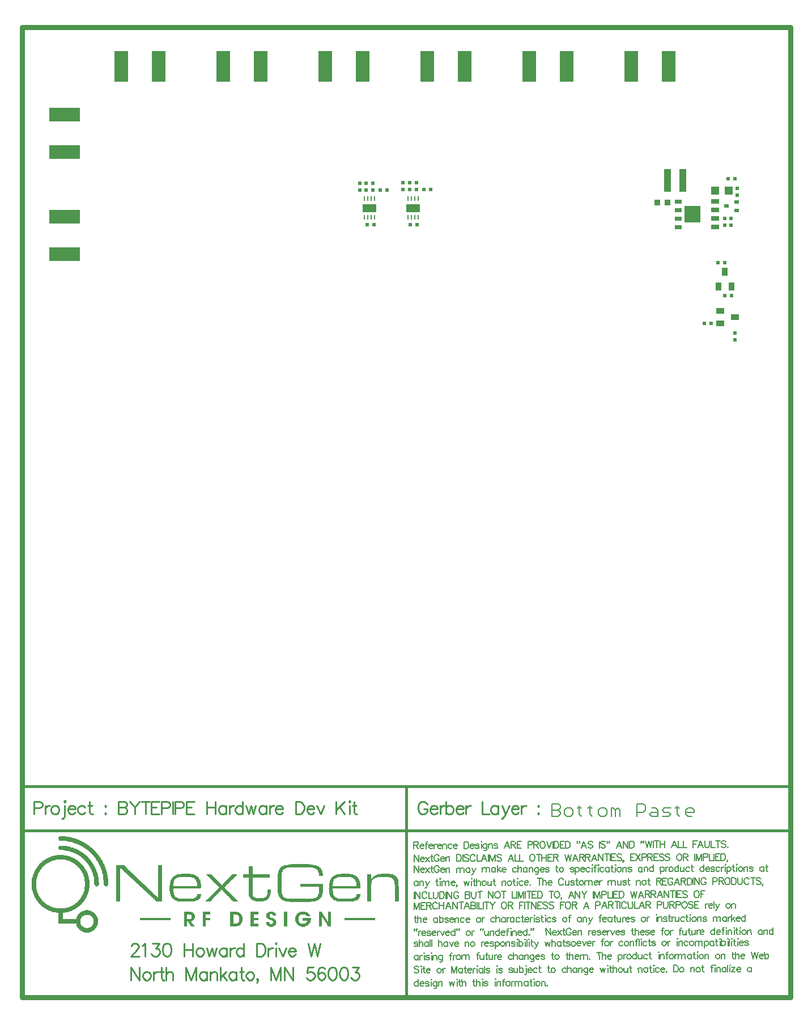
<source format=gbp>
G04*
G04 #@! TF.GenerationSoftware,Altium Limited,Altium Designer,21.2.2 (38)*
G04*
G04 Layer_Color=128*
%FSLAX25Y25*%
%MOIN*%
G70*
G04*
G04 #@! TF.SameCoordinates,2E860D41-E7DC-41A5-80A1-EBEBF1B55734*
G04*
G04*
G04 #@! TF.FilePolarity,Positive*
G04*
G01*
G75*
%ADD10C,0.01000*%
%ADD15C,0.00800*%
%ADD21C,0.00600*%
%ADD26C,0.01500*%
%ADD27C,0.03000*%
%ADD28C,0.00900*%
%ADD37R,0.03600X0.05000*%
%ADD66R,0.18000X0.08000*%
%ADD79R,0.04500X0.05000*%
%ADD82R,0.02000X0.02000*%
%ADD83R,0.02000X0.02200*%
%ADD84R,0.02200X0.02000*%
%ADD86R,0.08000X0.18000*%
%ADD87R,0.03600X0.03200*%
%ADD88R,0.05000X0.03600*%
%ADD89R,0.02000X0.02000*%
%ADD223R,0.03100X0.02400*%
%ADD225R,0.05000X0.02500*%
%ADD226R,0.04000X0.13400*%
%ADD227R,0.01000X0.02800*%
%ADD239R,0.08000X0.04800*%
G36*
X360248Y322601D02*
X360248Y320199D01*
X356232Y320199D01*
X356232Y322601D01*
X360248Y322601D01*
D02*
G37*
G36*
X360248Y317601D02*
Y315199D01*
X356232Y315199D01*
Y317601D01*
X360248Y317601D01*
D02*
G37*
G36*
X360248Y310199D02*
X356232Y310199D01*
Y312601D01*
X360248Y312601D01*
X360248Y310199D01*
D02*
G37*
G36*
X371272Y309032D02*
X361783Y309032D01*
Y318768D01*
X371272D01*
X371272Y309032D01*
D02*
G37*
G36*
X360248Y305199D02*
X356232D01*
Y307601D01*
X360248D01*
X360248Y305199D01*
D02*
G37*
G36*
X141142Y-68064D02*
X141280D01*
Y-68202D01*
X143070D01*
Y-68340D01*
X144035D01*
Y-68477D01*
X144723D01*
Y-68615D01*
X145274D01*
Y-68753D01*
Y-68890D01*
X145825D01*
Y-69028D01*
X146101D01*
Y-69166D01*
X146514D01*
Y-69304D01*
X146789D01*
Y-69441D01*
Y-69579D01*
X146927D01*
Y-69717D01*
X147202D01*
Y-69854D01*
X147340D01*
Y-69992D01*
X147478D01*
Y-70130D01*
X147616D01*
Y-70268D01*
X147753D01*
Y-70406D01*
X147891D01*
Y-70543D01*
X148029D01*
Y-70681D01*
X148167D01*
Y-70819D01*
Y-70956D01*
Y-71094D01*
X148304D01*
Y-71232D01*
Y-71370D01*
X148580D01*
Y-71507D01*
Y-71645D01*
Y-71783D01*
X148717D01*
Y-71921D01*
Y-72058D01*
Y-72196D01*
Y-72334D01*
X148855D01*
Y-72471D01*
Y-72609D01*
Y-72747D01*
Y-72885D01*
Y-73022D01*
Y-73160D01*
Y-73298D01*
X148993D01*
Y-73435D01*
Y-73573D01*
Y-73711D01*
Y-73849D01*
Y-73986D01*
Y-74124D01*
Y-74262D01*
Y-74400D01*
Y-74537D01*
Y-74675D01*
Y-74813D01*
X146651D01*
Y-74675D01*
Y-74537D01*
Y-74400D01*
Y-74262D01*
Y-74124D01*
Y-73986D01*
Y-73849D01*
Y-73711D01*
Y-73573D01*
Y-73435D01*
Y-73298D01*
Y-73160D01*
Y-73022D01*
X146514D01*
Y-72885D01*
Y-72747D01*
Y-72609D01*
Y-72471D01*
Y-72334D01*
X146238D01*
Y-72196D01*
Y-72058D01*
Y-71921D01*
X146101D01*
Y-71783D01*
Y-71645D01*
X145963D01*
Y-71507D01*
Y-71370D01*
X145825D01*
Y-71232D01*
X145550D01*
Y-71094D01*
X145412D01*
Y-70956D01*
X145274D01*
Y-70819D01*
Y-70681D01*
X144861D01*
Y-70543D01*
X144586D01*
Y-70406D01*
X144172D01*
Y-70268D01*
X143346D01*
Y-70130D01*
X143208D01*
Y-69992D01*
X141142D01*
Y-69854D01*
X130262D01*
Y-69992D01*
X128196D01*
Y-70130D01*
Y-70268D01*
X127369D01*
Y-70406D01*
X126818D01*
Y-70543D01*
X126543D01*
Y-70681D01*
X126267D01*
Y-70819D01*
X126130D01*
Y-70956D01*
X125992D01*
Y-71094D01*
X125854D01*
Y-71232D01*
X125579D01*
Y-71370D01*
Y-71507D01*
Y-71645D01*
X125441D01*
Y-71783D01*
X125303D01*
Y-71921D01*
Y-72058D01*
Y-72196D01*
Y-72334D01*
X125166D01*
Y-72471D01*
Y-72609D01*
Y-72747D01*
X125028D01*
Y-72885D01*
X124890D01*
Y-73022D01*
Y-73160D01*
Y-73298D01*
Y-73435D01*
Y-73573D01*
Y-73711D01*
Y-73849D01*
X124752D01*
Y-73986D01*
Y-74124D01*
Y-74262D01*
Y-74400D01*
Y-74537D01*
Y-74675D01*
Y-74813D01*
Y-74950D01*
Y-75088D01*
Y-75226D01*
Y-75364D01*
Y-75502D01*
Y-75639D01*
Y-75777D01*
Y-75915D01*
Y-76052D01*
Y-76190D01*
Y-76328D01*
Y-76466D01*
Y-76603D01*
Y-76741D01*
Y-76879D01*
Y-77017D01*
Y-77154D01*
Y-77292D01*
Y-77430D01*
Y-77567D01*
Y-77705D01*
Y-77843D01*
Y-77981D01*
Y-78118D01*
Y-78256D01*
Y-78394D01*
Y-78531D01*
Y-78669D01*
Y-78807D01*
Y-78945D01*
Y-79083D01*
Y-79220D01*
Y-79358D01*
Y-79496D01*
Y-79633D01*
Y-79771D01*
Y-79909D01*
Y-80047D01*
Y-80184D01*
Y-80322D01*
Y-80460D01*
Y-80598D01*
Y-80735D01*
Y-80873D01*
Y-81011D01*
Y-81148D01*
Y-81286D01*
Y-81424D01*
Y-81562D01*
Y-81699D01*
Y-81837D01*
Y-81975D01*
Y-82112D01*
Y-82250D01*
Y-82388D01*
Y-82526D01*
Y-82664D01*
Y-82801D01*
Y-82939D01*
Y-83077D01*
Y-83214D01*
Y-83352D01*
Y-83490D01*
Y-83628D01*
Y-83765D01*
Y-83903D01*
Y-84041D01*
Y-84179D01*
X124890D01*
Y-84316D01*
Y-84454D01*
Y-84592D01*
Y-84729D01*
Y-84867D01*
Y-85005D01*
Y-85143D01*
Y-85280D01*
X125028D01*
Y-85418D01*
X125166D01*
Y-85556D01*
Y-85694D01*
Y-85831D01*
Y-85969D01*
X125303D01*
Y-86107D01*
Y-86244D01*
Y-86382D01*
X125441D01*
Y-86520D01*
Y-86658D01*
X125579D01*
Y-86795D01*
Y-86933D01*
X125854D01*
Y-87071D01*
X125992D01*
Y-87209D01*
X126130D01*
Y-87346D01*
Y-87484D01*
X126405D01*
Y-87622D01*
X126681D01*
Y-87760D01*
X127232D01*
Y-87897D01*
X127920D01*
Y-88035D01*
Y-88173D01*
X129160D01*
Y-88310D01*
X142244D01*
Y-88173D01*
X143484D01*
Y-88035D01*
Y-87897D01*
X144172D01*
Y-87760D01*
X144723D01*
Y-87622D01*
X145136D01*
Y-87484D01*
X145274D01*
Y-87346D01*
X145412D01*
Y-87209D01*
X145550D01*
Y-87071D01*
X145825D01*
Y-86933D01*
X145963D01*
Y-86795D01*
Y-86658D01*
Y-86520D01*
X146101D01*
Y-86382D01*
X146238D01*
Y-86244D01*
Y-86107D01*
Y-85969D01*
Y-85831D01*
X146514D01*
Y-85694D01*
Y-85556D01*
Y-85418D01*
Y-85280D01*
X146651D01*
Y-85143D01*
Y-85005D01*
Y-84867D01*
Y-84729D01*
Y-84592D01*
Y-84454D01*
Y-84316D01*
Y-84179D01*
Y-84041D01*
Y-83903D01*
Y-83765D01*
Y-83628D01*
Y-83490D01*
Y-83352D01*
Y-83214D01*
Y-83077D01*
Y-82939D01*
X146789D01*
Y-82801D01*
Y-82664D01*
Y-82526D01*
Y-82388D01*
Y-82250D01*
Y-82112D01*
Y-81975D01*
Y-81837D01*
Y-81699D01*
Y-81562D01*
Y-81424D01*
Y-81286D01*
X135908D01*
Y-81148D01*
Y-81011D01*
Y-80873D01*
Y-80735D01*
Y-80598D01*
Y-80460D01*
Y-80322D01*
Y-80184D01*
Y-80047D01*
Y-79909D01*
Y-79771D01*
Y-79633D01*
Y-79496D01*
Y-79358D01*
X148993D01*
Y-79496D01*
Y-79633D01*
Y-79771D01*
Y-79909D01*
Y-80047D01*
Y-80184D01*
Y-80322D01*
Y-80460D01*
Y-80598D01*
Y-80735D01*
Y-80873D01*
Y-81011D01*
Y-81148D01*
Y-81286D01*
Y-81424D01*
Y-81562D01*
Y-81699D01*
Y-81837D01*
Y-81975D01*
Y-82112D01*
Y-82250D01*
Y-82388D01*
Y-82526D01*
Y-82664D01*
Y-82801D01*
Y-82939D01*
Y-83077D01*
Y-83214D01*
Y-83352D01*
Y-83490D01*
Y-83628D01*
Y-83765D01*
Y-83903D01*
Y-84041D01*
Y-84179D01*
Y-84316D01*
Y-84454D01*
Y-84592D01*
Y-84729D01*
X148855D01*
Y-84867D01*
Y-85005D01*
Y-85143D01*
Y-85280D01*
Y-85418D01*
Y-85556D01*
Y-85694D01*
X148717D01*
Y-85831D01*
Y-85969D01*
Y-86107D01*
Y-86244D01*
X148580D01*
Y-86382D01*
Y-86520D01*
Y-86658D01*
Y-86795D01*
X148304D01*
Y-86933D01*
Y-87071D01*
X148167D01*
Y-87209D01*
Y-87346D01*
X148029D01*
Y-87484D01*
Y-87622D01*
X147891D01*
Y-87760D01*
X147753D01*
Y-87897D01*
X147616D01*
Y-88035D01*
X147478D01*
Y-88173D01*
X147340D01*
Y-88310D01*
X147202D01*
Y-88448D01*
X146927D01*
Y-88586D01*
X146789D01*
Y-88724D01*
Y-88861D01*
X146514D01*
Y-88999D01*
X146238D01*
Y-89137D01*
X145963D01*
Y-89275D01*
X145412D01*
Y-89412D01*
Y-89550D01*
X144861D01*
Y-89688D01*
X144310D01*
Y-89825D01*
X143346D01*
Y-89963D01*
X142106D01*
Y-90101D01*
X141969D01*
Y-90239D01*
X129573D01*
Y-90101D01*
X129435D01*
Y-89963D01*
X128196D01*
Y-89825D01*
X127369D01*
Y-89688D01*
X126681D01*
Y-89550D01*
X126130D01*
Y-89412D01*
Y-89275D01*
X125716D01*
Y-89137D01*
X125441D01*
Y-88999D01*
X125166D01*
Y-88861D01*
X124752D01*
Y-88724D01*
Y-88586D01*
X124615D01*
Y-88448D01*
X124477D01*
Y-88310D01*
X124202D01*
Y-88173D01*
X124064D01*
Y-88035D01*
Y-87897D01*
X123926D01*
Y-87760D01*
X123788D01*
Y-87622D01*
X123513D01*
Y-87484D01*
Y-87346D01*
Y-87209D01*
X123375D01*
Y-87071D01*
Y-86933D01*
X123237D01*
Y-86795D01*
Y-86658D01*
X123100D01*
Y-86520D01*
Y-86382D01*
Y-86244D01*
X122962D01*
Y-86107D01*
X122824D01*
Y-85969D01*
Y-85831D01*
Y-85694D01*
Y-85556D01*
X122686D01*
Y-85418D01*
Y-85280D01*
Y-85143D01*
Y-85005D01*
Y-84867D01*
X122549D01*
Y-84729D01*
Y-84592D01*
Y-84454D01*
Y-84316D01*
Y-84179D01*
Y-84041D01*
Y-83903D01*
Y-83765D01*
Y-83628D01*
Y-83490D01*
Y-83352D01*
X122411D01*
Y-83214D01*
Y-83077D01*
Y-82939D01*
Y-82801D01*
Y-82664D01*
Y-82526D01*
Y-82388D01*
Y-82250D01*
Y-82112D01*
Y-81975D01*
Y-81837D01*
Y-81699D01*
Y-81562D01*
Y-81424D01*
Y-81286D01*
Y-81148D01*
Y-81011D01*
Y-80873D01*
Y-80735D01*
Y-80598D01*
Y-80460D01*
Y-80322D01*
Y-80184D01*
Y-80047D01*
Y-79909D01*
Y-79771D01*
Y-79633D01*
Y-79496D01*
Y-79358D01*
Y-79220D01*
Y-79083D01*
Y-78945D01*
Y-78807D01*
Y-78669D01*
Y-78531D01*
Y-78394D01*
Y-78256D01*
Y-78118D01*
Y-77981D01*
Y-77843D01*
Y-77705D01*
Y-77567D01*
Y-77430D01*
Y-77292D01*
Y-77154D01*
Y-77017D01*
Y-76879D01*
Y-76741D01*
Y-76603D01*
Y-76466D01*
Y-76328D01*
Y-76190D01*
Y-76052D01*
Y-75915D01*
Y-75777D01*
Y-75639D01*
Y-75502D01*
Y-75364D01*
Y-75226D01*
Y-75088D01*
Y-74950D01*
Y-74813D01*
X122549D01*
Y-74675D01*
Y-74537D01*
Y-74400D01*
Y-74262D01*
Y-74124D01*
Y-73986D01*
Y-73849D01*
Y-73711D01*
Y-73573D01*
Y-73435D01*
X122686D01*
Y-73298D01*
Y-73160D01*
Y-73022D01*
Y-72885D01*
Y-72747D01*
Y-72609D01*
X122824D01*
Y-72471D01*
Y-72334D01*
Y-72196D01*
Y-72058D01*
X123100D01*
Y-71921D01*
Y-71783D01*
Y-71645D01*
X123237D01*
Y-71507D01*
Y-71370D01*
Y-71232D01*
X123375D01*
Y-71094D01*
Y-70956D01*
X123513D01*
Y-70819D01*
Y-70681D01*
X123651D01*
Y-70543D01*
X123788D01*
Y-70406D01*
X123926D01*
Y-70268D01*
X124064D01*
Y-70130D01*
Y-69992D01*
X124202D01*
Y-69854D01*
X124477D01*
Y-69717D01*
X124615D01*
Y-69579D01*
X124890D01*
Y-69441D01*
Y-69304D01*
X125303D01*
Y-69166D01*
X125579D01*
Y-69028D01*
X125854D01*
Y-68890D01*
X126267D01*
Y-68753D01*
Y-68615D01*
X126818D01*
Y-68477D01*
X127645D01*
Y-68340D01*
X128609D01*
Y-68202D01*
X130262D01*
Y-68064D01*
Y-67926D01*
X141142D01*
Y-68064D01*
D02*
G37*
G36*
X188246Y-73573D02*
X188384D01*
Y-73711D01*
X189210D01*
Y-73849D01*
X189899D01*
Y-73986D01*
X190450D01*
Y-74124D01*
X190863D01*
Y-74262D01*
Y-74400D01*
X191276D01*
Y-74537D01*
X191414D01*
Y-74675D01*
X191689D01*
Y-74813D01*
X191965D01*
Y-74950D01*
Y-75088D01*
X192103D01*
Y-75226D01*
X192240D01*
Y-75364D01*
X192378D01*
Y-75502D01*
X192653D01*
Y-75639D01*
Y-75777D01*
X192791D01*
Y-75915D01*
Y-76052D01*
X192929D01*
Y-76190D01*
Y-76328D01*
Y-76466D01*
X193067D01*
Y-76603D01*
Y-76741D01*
X193204D01*
Y-76879D01*
X193342D01*
Y-77017D01*
Y-77154D01*
Y-77292D01*
Y-77430D01*
X193480D01*
Y-77567D01*
Y-77705D01*
Y-77843D01*
Y-77981D01*
Y-78118D01*
X193617D01*
Y-78256D01*
Y-78394D01*
Y-78531D01*
Y-78669D01*
Y-78807D01*
Y-78945D01*
Y-79083D01*
Y-79220D01*
Y-79358D01*
Y-79496D01*
Y-79633D01*
Y-79771D01*
Y-79909D01*
Y-80047D01*
Y-80184D01*
Y-80322D01*
Y-80460D01*
Y-80598D01*
Y-80735D01*
Y-80873D01*
X193755D01*
Y-81011D01*
Y-81148D01*
Y-81286D01*
Y-81424D01*
Y-81562D01*
Y-81699D01*
Y-81837D01*
Y-81975D01*
Y-82112D01*
Y-82250D01*
Y-82388D01*
Y-82526D01*
Y-82664D01*
Y-82801D01*
Y-82939D01*
Y-83077D01*
Y-83214D01*
Y-83352D01*
Y-83490D01*
Y-83628D01*
Y-83765D01*
Y-83903D01*
Y-84041D01*
Y-84179D01*
Y-84316D01*
Y-84454D01*
Y-84592D01*
Y-84729D01*
Y-84867D01*
Y-85005D01*
Y-85143D01*
Y-85280D01*
Y-85418D01*
Y-85556D01*
Y-85694D01*
Y-85831D01*
Y-85969D01*
Y-86107D01*
Y-86244D01*
Y-86382D01*
Y-86520D01*
Y-86658D01*
Y-86795D01*
Y-86933D01*
Y-87071D01*
Y-87209D01*
Y-87346D01*
Y-87484D01*
Y-87622D01*
Y-87760D01*
Y-87897D01*
Y-88035D01*
Y-88173D01*
Y-88310D01*
Y-88448D01*
Y-88586D01*
Y-88724D01*
Y-88861D01*
Y-88999D01*
Y-89137D01*
Y-89275D01*
Y-89412D01*
Y-89550D01*
Y-89688D01*
Y-89825D01*
X191414D01*
Y-89688D01*
Y-89550D01*
Y-89412D01*
Y-89275D01*
Y-89137D01*
Y-88999D01*
Y-88861D01*
Y-88724D01*
Y-88586D01*
Y-88448D01*
Y-88310D01*
Y-88173D01*
Y-88035D01*
Y-87897D01*
Y-87760D01*
Y-87622D01*
Y-87484D01*
Y-87346D01*
Y-87209D01*
Y-87071D01*
Y-86933D01*
Y-86795D01*
Y-86658D01*
Y-86520D01*
Y-86382D01*
Y-86244D01*
Y-86107D01*
Y-85969D01*
Y-85831D01*
Y-85694D01*
Y-85556D01*
Y-85418D01*
Y-85280D01*
Y-85143D01*
Y-85005D01*
Y-84867D01*
Y-84729D01*
Y-84592D01*
Y-84454D01*
Y-84316D01*
Y-84179D01*
Y-84041D01*
Y-83903D01*
Y-83765D01*
Y-83628D01*
Y-83490D01*
Y-83352D01*
Y-83214D01*
Y-83077D01*
Y-82939D01*
Y-82801D01*
Y-82664D01*
Y-82526D01*
Y-82388D01*
Y-82250D01*
Y-82112D01*
Y-81975D01*
Y-81837D01*
Y-81699D01*
Y-81562D01*
Y-81424D01*
Y-81286D01*
Y-81148D01*
Y-81011D01*
Y-80873D01*
Y-80735D01*
Y-80598D01*
Y-80460D01*
Y-80322D01*
Y-80184D01*
Y-80047D01*
Y-79909D01*
Y-79771D01*
X191276D01*
Y-79633D01*
Y-79496D01*
Y-79358D01*
Y-79220D01*
Y-79083D01*
Y-78945D01*
Y-78807D01*
Y-78669D01*
Y-78531D01*
Y-78394D01*
X191138D01*
Y-78256D01*
X191001D01*
Y-78118D01*
Y-77981D01*
Y-77843D01*
Y-77705D01*
X190863D01*
Y-77567D01*
Y-77430D01*
Y-77292D01*
X190725D01*
Y-77154D01*
X190587D01*
Y-77017D01*
Y-76879D01*
X190450D01*
Y-76741D01*
X190312D01*
Y-76603D01*
X190174D01*
Y-76466D01*
X190036D01*
Y-76328D01*
X189899D01*
Y-76190D01*
X189623D01*
Y-76052D01*
X189348D01*
Y-75915D01*
X188935D01*
Y-75777D01*
X188246D01*
Y-75639D01*
Y-75502D01*
X187420D01*
Y-75364D01*
X182324D01*
Y-75502D01*
X181222D01*
Y-75639D01*
Y-75777D01*
X180533D01*
Y-75915D01*
X179982D01*
Y-76052D01*
X179707D01*
Y-76190D01*
X179294D01*
Y-76328D01*
Y-76466D01*
X179018D01*
Y-76603D01*
X178880D01*
Y-76741D01*
X178605D01*
Y-76879D01*
X178467D01*
Y-77017D01*
Y-77154D01*
X178330D01*
Y-77292D01*
X178192D01*
Y-77430D01*
X177916D01*
Y-77567D01*
Y-77705D01*
Y-77843D01*
X177778D01*
Y-77981D01*
Y-78118D01*
Y-78256D01*
X177641D01*
Y-78394D01*
Y-78531D01*
Y-78669D01*
Y-78807D01*
Y-78945D01*
Y-79083D01*
X177503D01*
Y-79220D01*
Y-79358D01*
Y-79496D01*
Y-79633D01*
Y-79771D01*
Y-79909D01*
Y-80047D01*
Y-80184D01*
Y-80322D01*
Y-80460D01*
Y-80598D01*
Y-80735D01*
Y-80873D01*
Y-81011D01*
Y-81148D01*
Y-81286D01*
Y-81424D01*
Y-81562D01*
Y-81699D01*
Y-81837D01*
Y-81975D01*
Y-82112D01*
Y-82250D01*
Y-82388D01*
Y-82526D01*
Y-82664D01*
Y-82801D01*
Y-82939D01*
Y-83077D01*
Y-83214D01*
Y-83352D01*
Y-83490D01*
Y-83628D01*
Y-83765D01*
Y-83903D01*
Y-84041D01*
Y-84179D01*
Y-84316D01*
Y-84454D01*
Y-84592D01*
Y-84729D01*
Y-84867D01*
Y-85005D01*
Y-85143D01*
Y-85280D01*
Y-85418D01*
Y-85556D01*
Y-85694D01*
Y-85831D01*
Y-85969D01*
Y-86107D01*
Y-86244D01*
Y-86382D01*
Y-86520D01*
Y-86658D01*
Y-86795D01*
Y-86933D01*
Y-87071D01*
Y-87209D01*
Y-87346D01*
Y-87484D01*
Y-87622D01*
Y-87760D01*
Y-87897D01*
Y-88035D01*
Y-88173D01*
Y-88310D01*
Y-88448D01*
Y-88586D01*
Y-88724D01*
Y-88861D01*
Y-88999D01*
Y-89137D01*
Y-89275D01*
Y-89412D01*
Y-89550D01*
Y-89688D01*
Y-89825D01*
X175024D01*
Y-89688D01*
Y-89550D01*
Y-89412D01*
Y-89275D01*
Y-89137D01*
Y-88999D01*
Y-88861D01*
Y-88724D01*
Y-88586D01*
Y-88448D01*
Y-88310D01*
Y-88173D01*
Y-88035D01*
Y-87897D01*
Y-87760D01*
Y-87622D01*
Y-87484D01*
Y-87346D01*
Y-87209D01*
Y-87071D01*
Y-86933D01*
Y-86795D01*
Y-86658D01*
Y-86520D01*
Y-86382D01*
Y-86244D01*
Y-86107D01*
Y-85969D01*
Y-85831D01*
Y-85694D01*
Y-85556D01*
Y-85418D01*
Y-85280D01*
Y-85143D01*
Y-85005D01*
Y-84867D01*
Y-84729D01*
Y-84592D01*
Y-84454D01*
Y-84316D01*
Y-84179D01*
Y-84041D01*
Y-83903D01*
Y-83765D01*
Y-83628D01*
Y-83490D01*
Y-83352D01*
Y-83214D01*
Y-83077D01*
Y-82939D01*
Y-82801D01*
Y-82664D01*
Y-82526D01*
Y-82388D01*
Y-82250D01*
Y-82112D01*
Y-81975D01*
Y-81837D01*
Y-81699D01*
Y-81562D01*
Y-81424D01*
Y-81286D01*
Y-81148D01*
Y-81011D01*
Y-80873D01*
Y-80735D01*
Y-80598D01*
Y-80460D01*
Y-80322D01*
Y-80184D01*
Y-80047D01*
Y-79909D01*
Y-79771D01*
Y-79633D01*
Y-79496D01*
Y-79358D01*
Y-79220D01*
Y-79083D01*
Y-78945D01*
Y-78807D01*
Y-78669D01*
Y-78531D01*
Y-78394D01*
Y-78256D01*
Y-78118D01*
Y-77981D01*
Y-77843D01*
Y-77705D01*
Y-77567D01*
Y-77430D01*
Y-77292D01*
Y-77154D01*
Y-77017D01*
Y-76879D01*
Y-76741D01*
Y-76603D01*
Y-76466D01*
Y-76328D01*
Y-76190D01*
Y-76052D01*
Y-75915D01*
Y-75777D01*
Y-75639D01*
Y-75502D01*
Y-75364D01*
Y-75226D01*
Y-75088D01*
Y-74950D01*
Y-74813D01*
Y-74675D01*
Y-74537D01*
Y-74400D01*
Y-74262D01*
Y-74124D01*
Y-73986D01*
Y-73849D01*
X177503D01*
Y-73986D01*
Y-74124D01*
Y-74262D01*
Y-74400D01*
Y-74537D01*
Y-74675D01*
Y-74813D01*
Y-74950D01*
Y-75088D01*
Y-75226D01*
Y-75364D01*
Y-75502D01*
Y-75639D01*
Y-75777D01*
Y-75915D01*
Y-76052D01*
Y-76190D01*
Y-76328D01*
Y-76466D01*
Y-76603D01*
X177778D01*
Y-76466D01*
X177916D01*
Y-76328D01*
Y-76190D01*
Y-76052D01*
X178192D01*
Y-75915D01*
X178330D01*
Y-75777D01*
Y-75639D01*
X178467D01*
Y-75502D01*
X178605D01*
Y-75364D01*
X178743D01*
Y-75226D01*
X179018D01*
Y-75088D01*
X179156D01*
Y-74950D01*
Y-74813D01*
X179569D01*
Y-74675D01*
X179707D01*
Y-74537D01*
X179982D01*
Y-74400D01*
X180395D01*
Y-74262D01*
X180533D01*
Y-74124D01*
X181084D01*
Y-73986D01*
X181635D01*
Y-73849D01*
X182324D01*
Y-73711D01*
X183288D01*
Y-73573D01*
X183425D01*
Y-73435D01*
X188246D01*
Y-73573D01*
D02*
G37*
G36*
X98721Y-73986D02*
X98584D01*
Y-74124D01*
X98446D01*
Y-74262D01*
Y-74400D01*
X98308D01*
Y-74537D01*
X98033D01*
Y-74675D01*
X97895D01*
Y-74813D01*
X97757D01*
Y-74950D01*
Y-75088D01*
X97619D01*
Y-75226D01*
X97344D01*
Y-75364D01*
X97206D01*
Y-75502D01*
X97069D01*
Y-75639D01*
Y-75777D01*
X96931D01*
Y-75915D01*
X96655D01*
Y-76052D01*
X96518D01*
Y-76190D01*
X96380D01*
Y-76328D01*
Y-76466D01*
X96242D01*
Y-76603D01*
X95967D01*
Y-76741D01*
X95829D01*
Y-76879D01*
X95691D01*
Y-77017D01*
Y-77154D01*
X95554D01*
Y-77292D01*
X95278D01*
Y-77430D01*
X95140D01*
Y-77567D01*
X95003D01*
Y-77705D01*
Y-77843D01*
X94865D01*
Y-77981D01*
X94589D01*
Y-78118D01*
X94452D01*
Y-78256D01*
X94314D01*
Y-78394D01*
Y-78531D01*
X94176D01*
Y-78669D01*
X93901D01*
Y-78807D01*
X93763D01*
Y-78945D01*
X93625D01*
Y-79083D01*
Y-79220D01*
X93488D01*
Y-79358D01*
X93212D01*
Y-79496D01*
X93074D01*
Y-79633D01*
X92937D01*
Y-79771D01*
Y-79909D01*
X92799D01*
Y-80047D01*
X92523D01*
Y-80184D01*
X92386D01*
Y-80322D01*
X92248D01*
Y-80460D01*
Y-80598D01*
X92110D01*
Y-80735D01*
X91835D01*
Y-80873D01*
X91697D01*
Y-81011D01*
X91559D01*
Y-81148D01*
Y-81286D01*
X91422D01*
Y-81424D01*
X91146D01*
Y-81562D01*
Y-81699D01*
Y-81837D01*
Y-81975D01*
X91422D01*
Y-82112D01*
X91559D01*
Y-82250D01*
X91697D01*
Y-82388D01*
X91835D01*
Y-82526D01*
Y-82664D01*
X92110D01*
Y-82801D01*
X92248D01*
Y-82939D01*
X92386D01*
Y-83077D01*
X92523D01*
Y-83214D01*
Y-83352D01*
X92799D01*
Y-83490D01*
X92937D01*
Y-83628D01*
X93074D01*
Y-83765D01*
X93212D01*
Y-83903D01*
X93350D01*
Y-84041D01*
X93488D01*
Y-84179D01*
X93625D01*
Y-84316D01*
X93763D01*
Y-84454D01*
X93901D01*
Y-84592D01*
X94038D01*
Y-84729D01*
X94176D01*
Y-84867D01*
X94314D01*
Y-85005D01*
X94452D01*
Y-85143D01*
X94589D01*
Y-85280D01*
X94727D01*
Y-85418D01*
X94865D01*
Y-85556D01*
X95003D01*
Y-85694D01*
X95140D01*
Y-85831D01*
X95278D01*
Y-85969D01*
X95416D01*
Y-86107D01*
X95554D01*
Y-86244D01*
X95691D01*
Y-86382D01*
X95829D01*
Y-86520D01*
X95967D01*
Y-86658D01*
X96105D01*
Y-86795D01*
X96242D01*
Y-86933D01*
X96380D01*
Y-87071D01*
X96518D01*
Y-87209D01*
X96655D01*
Y-87346D01*
X96793D01*
Y-87484D01*
X96931D01*
Y-87622D01*
X97069D01*
Y-87760D01*
X97206D01*
Y-87897D01*
X97344D01*
Y-88035D01*
X97482D01*
Y-88173D01*
X97619D01*
Y-88310D01*
X97757D01*
Y-88448D01*
X97895D01*
Y-88586D01*
X98033D01*
Y-88724D01*
X98171D01*
Y-88861D01*
X98308D01*
Y-88999D01*
X98446D01*
Y-89137D01*
X98584D01*
Y-89275D01*
X98721D01*
Y-89412D01*
X98859D01*
Y-89550D01*
X98997D01*
Y-89688D01*
X99135D01*
Y-89825D01*
X96242D01*
Y-89688D01*
X95967D01*
Y-89550D01*
X95829D01*
Y-89412D01*
Y-89275D01*
X95691D01*
Y-89137D01*
X95554D01*
Y-88999D01*
X95278D01*
Y-88861D01*
X95140D01*
Y-88724D01*
Y-88586D01*
X95003D01*
Y-88448D01*
X94865D01*
Y-88310D01*
X94589D01*
Y-88173D01*
X94452D01*
Y-88035D01*
Y-87897D01*
X94314D01*
Y-87760D01*
X94176D01*
Y-87622D01*
X94038D01*
Y-87484D01*
X93901D01*
Y-87346D01*
X93763D01*
Y-87209D01*
Y-87071D01*
X93625D01*
Y-86933D01*
X93488D01*
Y-86795D01*
X93212D01*
Y-86658D01*
Y-86520D01*
X93074D01*
Y-86382D01*
X92937D01*
Y-86244D01*
X92799D01*
Y-86107D01*
X92523D01*
Y-85969D01*
Y-85831D01*
X92386D01*
Y-85694D01*
X92248D01*
Y-85556D01*
X92110D01*
Y-85418D01*
X91835D01*
Y-85280D01*
Y-85143D01*
X91697D01*
Y-85005D01*
X91559D01*
Y-84867D01*
X91422D01*
Y-84729D01*
X91146D01*
Y-84592D01*
Y-84454D01*
X91009D01*
Y-84316D01*
X90871D01*
Y-84179D01*
X90733D01*
Y-84041D01*
X90458D01*
Y-83903D01*
Y-83765D01*
X90320D01*
Y-83628D01*
Y-83490D01*
X90182D01*
Y-83352D01*
X90044D01*
Y-83214D01*
X89907D01*
Y-83077D01*
X89769D01*
Y-82939D01*
X89356D01*
Y-83077D01*
X89218D01*
Y-83214D01*
X89080D01*
Y-83352D01*
X88942D01*
Y-83490D01*
X88805D01*
Y-83628D01*
X88667D01*
Y-83765D01*
X88529D01*
Y-83903D01*
X88392D01*
Y-84041D01*
X88254D01*
Y-84179D01*
X88116D01*
Y-84316D01*
X87978D01*
Y-84454D01*
Y-84592D01*
X87841D01*
Y-84729D01*
X87565D01*
Y-84867D01*
Y-85005D01*
X87428D01*
Y-85143D01*
X87290D01*
Y-85280D01*
Y-85418D01*
X87014D01*
Y-85556D01*
X86877D01*
Y-85694D01*
X86739D01*
Y-85831D01*
X86601D01*
Y-85969D01*
Y-86107D01*
X86326D01*
Y-86244D01*
X86188D01*
Y-86382D01*
X86050D01*
Y-86520D01*
X85913D01*
Y-86658D01*
Y-86795D01*
X85637D01*
Y-86933D01*
X85499D01*
Y-87071D01*
X85361D01*
Y-87209D01*
X85224D01*
Y-87346D01*
Y-87484D01*
X84948D01*
Y-87622D01*
X84811D01*
Y-87760D01*
X84673D01*
Y-87897D01*
X84535D01*
Y-88035D01*
Y-88173D01*
X84260D01*
Y-88310D01*
X84122D01*
Y-88448D01*
X83984D01*
Y-88586D01*
Y-88724D01*
X83846D01*
Y-88861D01*
X83709D01*
Y-88999D01*
X83571D01*
Y-89137D01*
X83433D01*
Y-89275D01*
X83296D01*
Y-89412D01*
Y-89550D01*
X83158D01*
Y-89688D01*
X82882D01*
Y-89825D01*
X79990D01*
Y-89688D01*
Y-89550D01*
X80128D01*
Y-89412D01*
X80265D01*
Y-89275D01*
X80403D01*
Y-89137D01*
X80679D01*
Y-88999D01*
X80816D01*
Y-88861D01*
Y-88724D01*
X80954D01*
Y-88586D01*
X81230D01*
Y-88448D01*
X81367D01*
Y-88310D01*
X81505D01*
Y-88173D01*
Y-88035D01*
X81643D01*
Y-87897D01*
X81918D01*
Y-87760D01*
X82056D01*
Y-87622D01*
X82194D01*
Y-87484D01*
Y-87346D01*
X82332D01*
Y-87209D01*
X82607D01*
Y-87071D01*
X82745D01*
Y-86933D01*
X82882D01*
Y-86795D01*
X83020D01*
Y-86658D01*
X83158D01*
Y-86520D01*
X83296D01*
Y-86382D01*
X83433D01*
Y-86244D01*
X83571D01*
Y-86107D01*
X83709D01*
Y-85969D01*
X83846D01*
Y-85831D01*
X83984D01*
Y-85694D01*
X84122D01*
Y-85556D01*
X84260D01*
Y-85418D01*
X84397D01*
Y-85280D01*
X84535D01*
Y-85143D01*
X84673D01*
Y-85005D01*
X84811D01*
Y-84867D01*
X84948D01*
Y-84729D01*
X85086D01*
Y-84592D01*
X85224D01*
Y-84454D01*
X85361D01*
Y-84316D01*
X85499D01*
Y-84179D01*
X85637D01*
Y-84041D01*
X85775D01*
Y-83903D01*
X85913D01*
Y-83765D01*
X86050D01*
Y-83628D01*
X86188D01*
Y-83490D01*
X86326D01*
Y-83352D01*
X86463D01*
Y-83214D01*
X86601D01*
Y-83077D01*
X86739D01*
Y-82939D01*
X86877D01*
Y-82801D01*
X87014D01*
Y-82664D01*
X87152D01*
Y-82526D01*
X87290D01*
Y-82388D01*
X87428D01*
Y-82250D01*
X87565D01*
Y-82112D01*
X87703D01*
Y-81975D01*
X87841D01*
Y-81837D01*
X87978D01*
Y-81699D01*
Y-81562D01*
Y-81424D01*
X87703D01*
Y-81286D01*
X87565D01*
Y-81148D01*
Y-81011D01*
X87428D01*
Y-80873D01*
X87290D01*
Y-80735D01*
X87014D01*
Y-80598D01*
X86877D01*
Y-80460D01*
Y-80322D01*
X86739D01*
Y-80184D01*
X86601D01*
Y-80047D01*
X86326D01*
Y-79909D01*
X86188D01*
Y-79771D01*
Y-79633D01*
X86050D01*
Y-79496D01*
X85913D01*
Y-79358D01*
X85637D01*
Y-79220D01*
X85499D01*
Y-79083D01*
Y-78945D01*
X85361D01*
Y-78807D01*
X85224D01*
Y-78669D01*
X84948D01*
Y-78531D01*
X84811D01*
Y-78394D01*
Y-78256D01*
X84673D01*
Y-78118D01*
X84535D01*
Y-77981D01*
X84260D01*
Y-77843D01*
X84122D01*
Y-77705D01*
Y-77567D01*
X83984D01*
Y-77430D01*
X83846D01*
Y-77292D01*
X83571D01*
Y-77154D01*
X83433D01*
Y-77017D01*
Y-76879D01*
X83296D01*
Y-76741D01*
X83158D01*
Y-76603D01*
X82882D01*
Y-76466D01*
X82745D01*
Y-76328D01*
Y-76190D01*
X82607D01*
Y-76052D01*
X82469D01*
Y-75915D01*
X82194D01*
Y-75777D01*
X82056D01*
Y-75639D01*
Y-75502D01*
X81918D01*
Y-75364D01*
X81780D01*
Y-75226D01*
X81505D01*
Y-75088D01*
X81367D01*
Y-74950D01*
Y-74813D01*
X81230D01*
Y-74675D01*
X81092D01*
Y-74537D01*
X80816D01*
Y-74400D01*
X80679D01*
Y-74262D01*
Y-74124D01*
X80541D01*
Y-73986D01*
X80403D01*
Y-73849D01*
X83296D01*
Y-73986D01*
X83433D01*
Y-74124D01*
X83571D01*
Y-74262D01*
X83709D01*
Y-74400D01*
X83846D01*
Y-74537D01*
X83984D01*
Y-74675D01*
X84122D01*
Y-74813D01*
X84260D01*
Y-74950D01*
X84397D01*
Y-75088D01*
X84535D01*
Y-75226D01*
X84673D01*
Y-75364D01*
X84811D01*
Y-75502D01*
X84948D01*
Y-75639D01*
X85086D01*
Y-75777D01*
X85224D01*
Y-75915D01*
X85361D01*
Y-76052D01*
X85499D01*
Y-76190D01*
X85637D01*
Y-76328D01*
X85775D01*
Y-76466D01*
X85913D01*
Y-76603D01*
X86050D01*
Y-76741D01*
X86188D01*
Y-76879D01*
X86326D01*
Y-77017D01*
Y-77154D01*
X86601D01*
Y-77292D01*
X86739D01*
Y-77430D01*
X86877D01*
Y-77567D01*
X87014D01*
Y-77705D01*
Y-77843D01*
X87290D01*
Y-77981D01*
X87428D01*
Y-78118D01*
X87565D01*
Y-78256D01*
X87703D01*
Y-78394D01*
Y-78531D01*
X87978D01*
Y-78669D01*
X88116D01*
Y-78807D01*
X88254D01*
Y-78945D01*
X88392D01*
Y-79083D01*
Y-79220D01*
X88667D01*
Y-79358D01*
X88805D01*
Y-79496D01*
X88942D01*
Y-79633D01*
X89080D01*
Y-79771D01*
Y-79909D01*
X89356D01*
Y-80047D01*
X89493D01*
Y-80184D01*
X89769D01*
Y-80047D01*
X90044D01*
Y-79909D01*
Y-79771D01*
X90182D01*
Y-79633D01*
X90320D01*
Y-79496D01*
X90458D01*
Y-79358D01*
X90595D01*
Y-79220D01*
X90733D01*
Y-79083D01*
X90871D01*
Y-78945D01*
X91009D01*
Y-78807D01*
X91146D01*
Y-78669D01*
Y-78531D01*
X91422D01*
Y-78394D01*
Y-78256D01*
X91559D01*
Y-78118D01*
X91697D01*
Y-77981D01*
X91835D01*
Y-77843D01*
X92110D01*
Y-77705D01*
Y-77567D01*
X92248D01*
Y-77430D01*
X92386D01*
Y-77292D01*
X92523D01*
Y-77154D01*
X92799D01*
Y-77017D01*
Y-76879D01*
X92937D01*
Y-76741D01*
X93074D01*
Y-76603D01*
X93212D01*
Y-76466D01*
X93488D01*
Y-76328D01*
Y-76190D01*
X93625D01*
Y-76052D01*
X93763D01*
Y-75915D01*
X93901D01*
Y-75777D01*
X94038D01*
Y-75639D01*
X94176D01*
Y-75502D01*
X94314D01*
Y-75364D01*
X94452D01*
Y-75226D01*
X94589D01*
Y-75088D01*
X94727D01*
Y-74950D01*
X94865D01*
Y-74813D01*
X95003D01*
Y-74675D01*
X95140D01*
Y-74537D01*
X95278D01*
Y-74400D01*
Y-74262D01*
X95416D01*
Y-74124D01*
X95691D01*
Y-73986D01*
X95829D01*
Y-73849D01*
X98721D01*
Y-73986D01*
D02*
G37*
G36*
X-2229Y-51668D02*
Y-51806D01*
X-989D01*
Y-51944D01*
X-25D01*
Y-52082D01*
X801D01*
Y-52219D01*
X1490D01*
Y-52357D01*
X1627D01*
Y-52495D01*
X2178D01*
Y-52632D01*
X2867D01*
Y-52770D01*
X3280D01*
Y-52908D01*
X3831D01*
Y-53046D01*
X3969D01*
Y-53183D01*
X4382D01*
Y-53321D01*
X4795D01*
Y-53459D01*
X5208D01*
Y-53597D01*
X5621D01*
Y-53734D01*
X5759D01*
Y-53872D01*
X6035D01*
Y-54010D01*
X6310D01*
Y-54147D01*
X6723D01*
Y-54285D01*
X7136D01*
Y-54423D01*
X7274D01*
Y-54561D01*
X7412D01*
Y-54698D01*
X7825D01*
Y-54836D01*
X8101D01*
Y-54974D01*
X8376D01*
Y-55112D01*
X8514D01*
Y-55249D01*
X8789D01*
Y-55387D01*
X9065D01*
Y-55525D01*
X9340D01*
Y-55663D01*
X9616D01*
Y-55800D01*
Y-55938D01*
X9891D01*
Y-56076D01*
X10167D01*
Y-56213D01*
X10304D01*
Y-56351D01*
X10718D01*
Y-56489D01*
Y-56627D01*
X10855D01*
Y-56764D01*
X11131D01*
Y-56902D01*
X11406D01*
Y-57040D01*
X11544D01*
Y-57178D01*
X11682D01*
Y-57315D01*
X11819D01*
Y-57453D01*
X12095D01*
Y-57591D01*
X12233D01*
Y-57728D01*
X12370D01*
Y-57866D01*
X12508D01*
Y-58004D01*
X12784D01*
Y-58142D01*
X12921D01*
Y-58279D01*
X13059D01*
Y-58417D01*
X13197D01*
Y-58555D01*
X13334D01*
Y-58693D01*
X13472D01*
Y-58830D01*
X13610D01*
Y-58968D01*
X13748D01*
Y-59106D01*
X14023D01*
Y-59244D01*
X14161D01*
Y-59381D01*
X14299D01*
Y-59519D01*
X14436D01*
Y-59657D01*
X14574D01*
Y-59794D01*
X14849D01*
Y-59932D01*
Y-60070D01*
X14987D01*
Y-60208D01*
X15125D01*
Y-60345D01*
Y-60483D01*
X15400D01*
Y-60621D01*
X15538D01*
Y-60759D01*
Y-60896D01*
X15676D01*
Y-61034D01*
X15814D01*
Y-61172D01*
X15951D01*
Y-61309D01*
Y-61447D01*
X16227D01*
Y-61585D01*
X16364D01*
Y-61723D01*
X16502D01*
Y-61860D01*
Y-61998D01*
X16640D01*
Y-62136D01*
Y-62274D01*
X16915D01*
Y-62411D01*
X17053D01*
Y-62549D01*
Y-62687D01*
X17191D01*
Y-62824D01*
Y-62962D01*
X17329D01*
Y-63100D01*
X17604D01*
Y-63238D01*
Y-63375D01*
Y-63513D01*
X17742D01*
Y-63651D01*
X17879D01*
Y-63789D01*
X18017D01*
Y-63926D01*
Y-64064D01*
X18155D01*
Y-64202D01*
X18293D01*
Y-64340D01*
X18430D01*
Y-64477D01*
Y-64615D01*
X18568D01*
Y-64753D01*
Y-64890D01*
Y-65028D01*
X18706D01*
Y-65166D01*
X18981D01*
Y-65304D01*
Y-65441D01*
Y-65579D01*
X19119D01*
Y-65717D01*
Y-65855D01*
X19257D01*
Y-65992D01*
X19395D01*
Y-66130D01*
Y-66268D01*
Y-66405D01*
X19670D01*
Y-66543D01*
Y-66681D01*
X19808D01*
Y-66819D01*
Y-66956D01*
Y-67094D01*
X19945D01*
Y-67232D01*
Y-67370D01*
X20083D01*
Y-67507D01*
Y-67645D01*
Y-67783D01*
X20359D01*
Y-67921D01*
Y-68058D01*
Y-68196D01*
Y-68334D01*
X20496D01*
Y-68471D01*
Y-68609D01*
X20634D01*
Y-68747D01*
Y-68885D01*
Y-69022D01*
X20772D01*
Y-69160D01*
Y-69298D01*
X20910D01*
Y-69436D01*
X21047D01*
Y-69573D01*
Y-69711D01*
Y-69849D01*
Y-69986D01*
X21185D01*
Y-70124D01*
Y-70262D01*
Y-70400D01*
X21323D01*
Y-70537D01*
Y-70675D01*
Y-70813D01*
X21461D01*
Y-70951D01*
Y-71088D01*
Y-71226D01*
Y-71364D01*
X21736D01*
Y-71501D01*
Y-71639D01*
Y-71777D01*
Y-71915D01*
Y-72052D01*
X21874D01*
Y-72190D01*
Y-72328D01*
Y-72466D01*
Y-72603D01*
X22011D01*
Y-72741D01*
Y-72879D01*
Y-73017D01*
Y-73154D01*
Y-73292D01*
Y-73430D01*
X22149D01*
Y-73567D01*
Y-73705D01*
Y-73843D01*
Y-73981D01*
Y-74118D01*
X22425D01*
Y-74256D01*
Y-74394D01*
Y-74532D01*
Y-74669D01*
Y-74807D01*
Y-74945D01*
Y-75082D01*
X22562D01*
Y-75220D01*
Y-75358D01*
Y-75496D01*
Y-75633D01*
Y-75771D01*
Y-75909D01*
Y-76047D01*
Y-76184D01*
Y-76322D01*
X22700D01*
Y-76460D01*
Y-76597D01*
Y-76735D01*
Y-76873D01*
Y-77011D01*
Y-77148D01*
Y-77286D01*
Y-77424D01*
Y-77562D01*
Y-77699D01*
Y-77837D01*
Y-77975D01*
Y-78113D01*
Y-78250D01*
Y-78388D01*
X22838D01*
Y-78526D01*
Y-78663D01*
Y-78801D01*
Y-78939D01*
Y-79077D01*
Y-79214D01*
Y-79352D01*
Y-79490D01*
Y-79628D01*
Y-79765D01*
X22700D01*
Y-79903D01*
Y-80041D01*
Y-80178D01*
X22562D01*
Y-80316D01*
Y-80454D01*
X22425D01*
Y-80592D01*
Y-80729D01*
X22011D01*
Y-80867D01*
X21736D01*
Y-81005D01*
X21323D01*
Y-80867D01*
X20772D01*
Y-80729D01*
X20634D01*
Y-80592D01*
Y-80454D01*
X20496D01*
Y-80316D01*
X20359D01*
Y-80178D01*
Y-80041D01*
X20221D01*
Y-79903D01*
X20083D01*
Y-79765D01*
Y-79628D01*
Y-79490D01*
Y-79352D01*
Y-79214D01*
Y-79077D01*
Y-78939D01*
Y-78801D01*
Y-78663D01*
Y-78526D01*
Y-78388D01*
Y-78250D01*
Y-78113D01*
Y-77975D01*
Y-77837D01*
Y-77699D01*
Y-77562D01*
Y-77424D01*
Y-77286D01*
X19945D01*
Y-77148D01*
Y-77011D01*
Y-76873D01*
Y-76735D01*
Y-76597D01*
Y-76460D01*
Y-76322D01*
Y-76184D01*
Y-76047D01*
Y-75909D01*
Y-75771D01*
X19808D01*
Y-75633D01*
Y-75496D01*
Y-75358D01*
Y-75220D01*
Y-75082D01*
Y-74945D01*
Y-74807D01*
Y-74669D01*
X19670D01*
Y-74532D01*
Y-74394D01*
Y-74256D01*
Y-74118D01*
Y-73981D01*
X19532D01*
Y-73843D01*
X19395D01*
Y-73705D01*
Y-73567D01*
Y-73430D01*
Y-73292D01*
Y-73154D01*
X19257D01*
Y-73017D01*
Y-72879D01*
Y-72741D01*
Y-72603D01*
X19119D01*
Y-72466D01*
Y-72328D01*
Y-72190D01*
Y-72052D01*
Y-71915D01*
X18981D01*
Y-71777D01*
Y-71639D01*
Y-71501D01*
X18844D01*
Y-71364D01*
X18706D01*
Y-71226D01*
Y-71088D01*
Y-70951D01*
Y-70813D01*
X18568D01*
Y-70675D01*
Y-70537D01*
X18430D01*
Y-70400D01*
Y-70262D01*
Y-70124D01*
Y-69986D01*
X18293D01*
Y-69849D01*
Y-69711D01*
X18155D01*
Y-69573D01*
X18017D01*
Y-69436D01*
Y-69298D01*
Y-69160D01*
X17879D01*
Y-69022D01*
Y-68885D01*
Y-68747D01*
X17742D01*
Y-68609D01*
Y-68471D01*
X17604D01*
Y-68334D01*
Y-68196D01*
X17466D01*
Y-68058D01*
X17329D01*
Y-67921D01*
Y-67783D01*
X17191D01*
Y-67645D01*
Y-67507D01*
Y-67370D01*
X17053D01*
Y-67232D01*
Y-67094D01*
X16915D01*
Y-66956D01*
X16778D01*
Y-66819D01*
X16640D01*
Y-66681D01*
Y-66543D01*
X16502D01*
Y-66405D01*
Y-66268D01*
X16364D01*
Y-66130D01*
Y-65992D01*
X16227D01*
Y-65855D01*
Y-65717D01*
X15951D01*
Y-65579D01*
Y-65441D01*
X15814D01*
Y-65304D01*
Y-65166D01*
X15676D01*
Y-65028D01*
X15538D01*
Y-64890D01*
Y-64753D01*
X15400D01*
Y-64615D01*
X15263D01*
Y-64477D01*
X15125D01*
Y-64340D01*
Y-64202D01*
X14987D01*
Y-64064D01*
Y-63926D01*
X14849D01*
Y-63789D01*
X14574D01*
Y-63651D01*
X14436D01*
Y-63513D01*
Y-63375D01*
X14299D01*
Y-63238D01*
Y-63100D01*
X14161D01*
Y-62962D01*
X13885D01*
Y-62824D01*
X13748D01*
Y-62687D01*
Y-62549D01*
X13610D01*
Y-62411D01*
X13472D01*
Y-62274D01*
X13197D01*
Y-62136D01*
Y-61998D01*
X13059D01*
Y-61860D01*
Y-61723D01*
X12921D01*
Y-61585D01*
X12646D01*
Y-61447D01*
X12508D01*
Y-61309D01*
X12370D01*
Y-61172D01*
X12233D01*
Y-61034D01*
X12095D01*
Y-60896D01*
X11819D01*
Y-60759D01*
X11682D01*
Y-60621D01*
Y-60483D01*
X11544D01*
Y-60345D01*
X11406D01*
Y-60208D01*
X11131D01*
Y-60070D01*
X10993D01*
Y-59932D01*
X10855D01*
Y-59794D01*
X10718D01*
Y-59657D01*
X10442D01*
Y-59519D01*
X10304D01*
Y-59381D01*
X10167D01*
Y-59244D01*
X10029D01*
Y-59106D01*
X9753D01*
Y-58968D01*
X9616D01*
Y-58830D01*
X9340D01*
Y-58693D01*
X9065D01*
Y-58555D01*
Y-58417D01*
X8789D01*
Y-58279D01*
X8514D01*
Y-58142D01*
X8238D01*
Y-58004D01*
X8101D01*
Y-57866D01*
X7963D01*
Y-57728D01*
X7688D01*
Y-57591D01*
X7412D01*
Y-57453D01*
X7136D01*
Y-57315D01*
X6861D01*
Y-57178D01*
Y-57040D01*
X6586D01*
Y-56902D01*
X6172D01*
Y-56764D01*
X5897D01*
Y-56627D01*
X5484D01*
Y-56489D01*
Y-56351D01*
X5071D01*
Y-56213D01*
X4657D01*
Y-56076D01*
X4244D01*
Y-55938D01*
X3831D01*
Y-55800D01*
X3693D01*
Y-55663D01*
X3280D01*
Y-55525D01*
X2729D01*
Y-55387D01*
X2178D01*
Y-55249D01*
X1765D01*
Y-55112D01*
X1627D01*
Y-54974D01*
X1076D01*
Y-54836D01*
X388D01*
Y-54698D01*
X-576D01*
Y-54561D01*
X-1541D01*
Y-54423D01*
X-1816D01*
Y-54285D01*
X-3331D01*
Y-54147D01*
X-5672D01*
Y-54010D01*
X-6086D01*
Y-53872D01*
X-6223D01*
Y-53734D01*
Y-53597D01*
X-6361D01*
Y-53459D01*
Y-53321D01*
X-6499D01*
Y-53183D01*
Y-53046D01*
Y-52908D01*
Y-52770D01*
Y-52632D01*
Y-52495D01*
Y-52357D01*
Y-52219D01*
X-6361D01*
Y-52082D01*
X-6223D01*
Y-51944D01*
X-6086D01*
Y-51806D01*
X-5810D01*
Y-51668D01*
Y-51531D01*
X-2229D01*
Y-51668D01*
D02*
G37*
G36*
X-2642Y-57178D02*
X-2505D01*
Y-57315D01*
X-1541D01*
Y-57453D01*
X-576D01*
Y-57591D01*
X250D01*
Y-57728D01*
X801D01*
Y-57866D01*
X939D01*
Y-58004D01*
X1490D01*
Y-58142D01*
X1903D01*
Y-58279D01*
X2454D01*
Y-58417D01*
X2867D01*
Y-58555D01*
Y-58693D01*
X3280D01*
Y-58830D01*
X3693D01*
Y-58968D01*
X4106D01*
Y-59106D01*
X4520D01*
Y-59244D01*
Y-59381D01*
X4795D01*
Y-59519D01*
X5208D01*
Y-59657D01*
X5484D01*
Y-59794D01*
X5759D01*
Y-59932D01*
X5897D01*
Y-60070D01*
X6035D01*
Y-60208D01*
X6310D01*
Y-60345D01*
X6723D01*
Y-60483D01*
X6861D01*
Y-60621D01*
Y-60759D01*
X7274D01*
Y-60896D01*
X7412D01*
Y-61034D01*
X7688D01*
Y-61172D01*
X7963D01*
Y-61309D01*
Y-61447D01*
X8101D01*
Y-61585D01*
X8376D01*
Y-61723D01*
X8652D01*
Y-61860D01*
X8789D01*
Y-61998D01*
Y-62136D01*
X9065D01*
Y-62274D01*
X9340D01*
Y-62411D01*
X9478D01*
Y-62549D01*
X9616D01*
Y-62687D01*
X9753D01*
Y-62824D01*
Y-62962D01*
X10029D01*
Y-63100D01*
X10167D01*
Y-63238D01*
X10304D01*
Y-63375D01*
X10442D01*
Y-63513D01*
X10580D01*
Y-63651D01*
X10718D01*
Y-63789D01*
X10855D01*
Y-63926D01*
X10993D01*
Y-64064D01*
X11131D01*
Y-64202D01*
Y-64340D01*
X11406D01*
Y-64477D01*
X11544D01*
Y-64615D01*
X11682D01*
Y-64753D01*
Y-64890D01*
X11819D01*
Y-65028D01*
X12095D01*
Y-65166D01*
Y-65304D01*
X12233D01*
Y-65441D01*
Y-65579D01*
X12370D01*
Y-65717D01*
X12508D01*
Y-65855D01*
X12784D01*
Y-65992D01*
Y-66130D01*
X12921D01*
Y-66268D01*
Y-66405D01*
X13059D01*
Y-66543D01*
X13197D01*
Y-66681D01*
Y-66819D01*
X13334D01*
Y-66956D01*
X13472D01*
Y-67094D01*
X13610D01*
Y-67232D01*
Y-67370D01*
X13748D01*
Y-67507D01*
Y-67645D01*
X13885D01*
Y-67783D01*
Y-67921D01*
X14161D01*
Y-68058D01*
Y-68196D01*
Y-68334D01*
X14299D01*
Y-68471D01*
X14436D01*
Y-68609D01*
Y-68747D01*
X14574D01*
Y-68885D01*
Y-69022D01*
Y-69160D01*
X14849D01*
Y-69298D01*
Y-69436D01*
X14987D01*
Y-69573D01*
Y-69711D01*
Y-69849D01*
X15125D01*
Y-69986D01*
Y-70124D01*
X15263D01*
Y-70262D01*
Y-70400D01*
Y-70537D01*
X15538D01*
Y-70675D01*
Y-70813D01*
Y-70951D01*
X15676D01*
Y-71088D01*
Y-71226D01*
Y-71364D01*
X15814D01*
Y-71501D01*
Y-71639D01*
Y-71777D01*
Y-71915D01*
X15951D01*
Y-72052D01*
Y-72190D01*
X16089D01*
Y-72328D01*
X16227D01*
Y-72466D01*
Y-72603D01*
Y-72741D01*
Y-72879D01*
X16364D01*
Y-73017D01*
Y-73154D01*
Y-73292D01*
Y-73430D01*
X16502D01*
Y-73567D01*
Y-73705D01*
Y-73843D01*
Y-73981D01*
X16640D01*
Y-74118D01*
Y-74256D01*
Y-74394D01*
Y-74532D01*
Y-74669D01*
X16778D01*
Y-74807D01*
X16915D01*
Y-74945D01*
Y-75082D01*
Y-75220D01*
Y-75358D01*
Y-75496D01*
Y-75633D01*
X17053D01*
Y-75771D01*
Y-75909D01*
Y-76047D01*
Y-76184D01*
Y-76322D01*
Y-76460D01*
Y-76597D01*
Y-76735D01*
X17191D01*
Y-76873D01*
Y-77011D01*
Y-77148D01*
Y-77286D01*
Y-77424D01*
Y-77562D01*
Y-77699D01*
Y-77837D01*
Y-77975D01*
Y-78113D01*
Y-78250D01*
Y-78388D01*
X17329D01*
Y-78526D01*
Y-78663D01*
Y-78801D01*
Y-78939D01*
Y-79077D01*
Y-79214D01*
Y-79352D01*
Y-79490D01*
Y-79628D01*
Y-79765D01*
X17191D01*
Y-79903D01*
Y-80041D01*
Y-80178D01*
X17053D01*
Y-80316D01*
Y-80454D01*
X16915D01*
Y-80592D01*
Y-80729D01*
X16502D01*
Y-80867D01*
X16227D01*
Y-81005D01*
X15814D01*
Y-80867D01*
X15400D01*
Y-80729D01*
X15125D01*
Y-80592D01*
Y-80454D01*
X14987D01*
Y-80316D01*
X14849D01*
Y-80178D01*
Y-80041D01*
X14712D01*
Y-79903D01*
X14574D01*
Y-79765D01*
Y-79628D01*
Y-79490D01*
Y-79352D01*
Y-79214D01*
Y-79077D01*
Y-78939D01*
Y-78801D01*
Y-78663D01*
Y-78526D01*
Y-78388D01*
Y-78250D01*
Y-78113D01*
Y-77975D01*
Y-77837D01*
Y-77699D01*
Y-77562D01*
Y-77424D01*
X14436D01*
Y-77286D01*
Y-77148D01*
Y-77011D01*
Y-76873D01*
Y-76735D01*
Y-76597D01*
Y-76460D01*
Y-76322D01*
Y-76184D01*
X14299D01*
Y-76047D01*
Y-75909D01*
Y-75771D01*
Y-75633D01*
Y-75496D01*
Y-75358D01*
X14161D01*
Y-75220D01*
Y-75082D01*
Y-74945D01*
Y-74807D01*
Y-74669D01*
X14023D01*
Y-74532D01*
X13885D01*
Y-74394D01*
Y-74256D01*
Y-74118D01*
Y-73981D01*
X13748D01*
Y-73843D01*
Y-73705D01*
Y-73567D01*
Y-73430D01*
Y-73292D01*
X13610D01*
Y-73154D01*
Y-73017D01*
Y-72879D01*
X13472D01*
Y-72741D01*
Y-72603D01*
Y-72466D01*
X13197D01*
Y-72328D01*
Y-72190D01*
Y-72052D01*
Y-71915D01*
X13059D01*
Y-71777D01*
Y-71639D01*
Y-71501D01*
X12921D01*
Y-71364D01*
Y-71226D01*
X12784D01*
Y-71088D01*
Y-70951D01*
Y-70813D01*
X12508D01*
Y-70675D01*
Y-70537D01*
X12370D01*
Y-70400D01*
Y-70262D01*
Y-70124D01*
X12233D01*
Y-69986D01*
Y-69849D01*
X12095D01*
Y-69711D01*
Y-69573D01*
X11957D01*
Y-69436D01*
X11819D01*
Y-69298D01*
Y-69160D01*
X11682D01*
Y-69022D01*
X11544D01*
Y-68885D01*
Y-68747D01*
Y-68609D01*
X11406D01*
Y-68471D01*
X11131D01*
Y-68334D01*
Y-68196D01*
Y-68058D01*
X10993D01*
Y-67921D01*
X10855D01*
Y-67783D01*
X10718D01*
Y-67645D01*
Y-67507D01*
X10580D01*
Y-67370D01*
X10442D01*
Y-67232D01*
X10304D01*
Y-67094D01*
X10167D01*
Y-66956D01*
X10029D01*
Y-66819D01*
Y-66681D01*
X9891D01*
Y-66543D01*
X9753D01*
Y-66405D01*
X9616D01*
Y-66268D01*
X9478D01*
Y-66130D01*
Y-65992D01*
X9340D01*
Y-65855D01*
X9065D01*
Y-65717D01*
X8927D01*
Y-65579D01*
X8789D01*
Y-65441D01*
Y-65304D01*
X8652D01*
Y-65166D01*
X8376D01*
Y-65028D01*
X8238D01*
Y-64890D01*
X8101D01*
Y-64753D01*
X7963D01*
Y-64615D01*
Y-64477D01*
X7688D01*
Y-64340D01*
X7550D01*
Y-64202D01*
X7274D01*
Y-64064D01*
Y-63926D01*
X6999D01*
Y-63789D01*
X6861D01*
Y-63651D01*
X6586D01*
Y-63513D01*
X6310D01*
Y-63375D01*
Y-63238D01*
X6172D01*
Y-63100D01*
X5897D01*
Y-62962D01*
X5621D01*
Y-62824D01*
X5346D01*
Y-62687D01*
Y-62549D01*
X5071D01*
Y-62411D01*
X4795D01*
Y-62274D01*
X4520D01*
Y-62136D01*
X4106D01*
Y-61998D01*
Y-61860D01*
X3831D01*
Y-61723D01*
X3418D01*
Y-61585D01*
X3142D01*
Y-61447D01*
X2729D01*
Y-61309D01*
Y-61172D01*
X2178D01*
Y-61034D01*
X1903D01*
Y-60896D01*
X1352D01*
Y-60759D01*
X801D01*
Y-60621D01*
Y-60483D01*
X250D01*
Y-60345D01*
X-301D01*
Y-60208D01*
X-1127D01*
Y-60070D01*
X-2091D01*
Y-59932D01*
Y-59794D01*
X-3606D01*
Y-59657D01*
X-5672D01*
Y-59519D01*
X-6086D01*
Y-59381D01*
X-6223D01*
Y-59244D01*
Y-59106D01*
X-6361D01*
Y-58968D01*
Y-58830D01*
X-6499D01*
Y-58693D01*
Y-58555D01*
Y-58417D01*
Y-58279D01*
Y-58142D01*
Y-58004D01*
Y-57866D01*
Y-57728D01*
X-6361D01*
Y-57591D01*
X-6223D01*
Y-57453D01*
X-6086D01*
Y-57315D01*
X-5810D01*
Y-57178D01*
Y-57040D01*
X-2642D01*
Y-57178D01*
D02*
G37*
G36*
X54510Y-68615D02*
Y-68753D01*
Y-68890D01*
Y-69028D01*
Y-69166D01*
Y-69304D01*
Y-69441D01*
Y-69579D01*
Y-69717D01*
Y-69854D01*
Y-69992D01*
Y-70130D01*
Y-70268D01*
Y-70406D01*
Y-70543D01*
Y-70681D01*
Y-70819D01*
Y-70956D01*
Y-71094D01*
Y-71232D01*
Y-71370D01*
Y-71507D01*
Y-71645D01*
Y-71783D01*
Y-71921D01*
Y-72058D01*
Y-72196D01*
Y-72334D01*
Y-72471D01*
Y-72609D01*
Y-72747D01*
Y-72885D01*
Y-73022D01*
Y-73160D01*
Y-73298D01*
Y-73435D01*
Y-73573D01*
Y-73711D01*
Y-73849D01*
Y-73986D01*
Y-74124D01*
Y-74262D01*
Y-74400D01*
Y-74537D01*
Y-74675D01*
Y-74813D01*
Y-74950D01*
Y-75088D01*
Y-75226D01*
Y-75364D01*
Y-75502D01*
Y-75639D01*
Y-75777D01*
Y-75915D01*
Y-76052D01*
Y-76190D01*
Y-76328D01*
Y-76466D01*
Y-76603D01*
Y-76741D01*
Y-76879D01*
Y-77017D01*
Y-77154D01*
Y-77292D01*
Y-77430D01*
Y-77567D01*
Y-77705D01*
Y-77843D01*
Y-77981D01*
Y-78118D01*
Y-78256D01*
Y-78394D01*
Y-78531D01*
Y-78669D01*
Y-78807D01*
Y-78945D01*
Y-79083D01*
Y-79220D01*
Y-79358D01*
Y-79496D01*
Y-79633D01*
Y-79771D01*
Y-79909D01*
Y-80047D01*
Y-80184D01*
Y-80322D01*
Y-80460D01*
Y-80598D01*
Y-80735D01*
Y-80873D01*
Y-81011D01*
Y-81148D01*
Y-81286D01*
Y-81424D01*
Y-81562D01*
Y-81699D01*
Y-81837D01*
Y-81975D01*
Y-82112D01*
Y-82250D01*
Y-82388D01*
Y-82526D01*
Y-82664D01*
Y-82801D01*
Y-82939D01*
Y-83077D01*
Y-83214D01*
Y-83352D01*
Y-83490D01*
Y-83628D01*
Y-83765D01*
Y-83903D01*
Y-84041D01*
Y-84179D01*
Y-84316D01*
Y-84454D01*
Y-84592D01*
Y-84729D01*
Y-84867D01*
Y-85005D01*
Y-85143D01*
Y-85280D01*
Y-85418D01*
Y-85556D01*
Y-85694D01*
Y-85831D01*
Y-85969D01*
Y-86107D01*
Y-86244D01*
Y-86382D01*
Y-86520D01*
Y-86658D01*
Y-86795D01*
Y-86933D01*
Y-87071D01*
Y-87209D01*
Y-87346D01*
Y-87484D01*
Y-87622D01*
Y-87760D01*
Y-87897D01*
Y-88035D01*
Y-88173D01*
Y-88310D01*
Y-88448D01*
Y-88586D01*
Y-88724D01*
Y-88861D01*
Y-88999D01*
Y-89137D01*
Y-89275D01*
Y-89412D01*
Y-89550D01*
Y-89688D01*
Y-89825D01*
X51204D01*
Y-89688D01*
X50929D01*
Y-89550D01*
X50791D01*
Y-89412D01*
Y-89275D01*
X50516D01*
Y-89137D01*
X50378D01*
Y-88999D01*
X50240D01*
Y-88861D01*
X50103D01*
Y-88724D01*
Y-88586D01*
X49827D01*
Y-88448D01*
X49689D01*
Y-88310D01*
X49552D01*
Y-88173D01*
X49414D01*
Y-88035D01*
X49276D01*
Y-87897D01*
X49139D01*
Y-87760D01*
X49001D01*
Y-87622D01*
X48725D01*
Y-87484D01*
X48450D01*
Y-87346D01*
Y-87209D01*
X48312D01*
Y-87071D01*
X48174D01*
Y-86933D01*
X48037D01*
Y-86795D01*
X47761D01*
Y-86658D01*
Y-86520D01*
X47623D01*
Y-86382D01*
X47486D01*
Y-86244D01*
X47348D01*
Y-86107D01*
X47072D01*
Y-85969D01*
Y-85831D01*
X46935D01*
Y-85694D01*
X46797D01*
Y-85556D01*
X46522D01*
Y-85418D01*
X46246D01*
Y-85280D01*
Y-85143D01*
X46108D01*
Y-85005D01*
X45971D01*
Y-84867D01*
X45695D01*
Y-84729D01*
X45557D01*
Y-84592D01*
Y-84454D01*
X45420D01*
Y-84316D01*
X45282D01*
Y-84179D01*
X45006D01*
Y-84041D01*
X44869D01*
Y-83903D01*
Y-83765D01*
X44731D01*
Y-83628D01*
X44456D01*
Y-83490D01*
X44318D01*
Y-83352D01*
X44043D01*
Y-83214D01*
Y-83077D01*
X43905D01*
Y-82939D01*
X43629D01*
Y-82801D01*
X43492D01*
Y-82664D01*
X43354D01*
Y-82526D01*
Y-82388D01*
X43216D01*
Y-82250D01*
X42941D01*
Y-82112D01*
X42803D01*
Y-81975D01*
X42665D01*
Y-81837D01*
Y-81699D01*
X42390D01*
Y-81562D01*
X42252D01*
Y-81424D01*
X42114D01*
Y-81286D01*
X41839D01*
Y-81148D01*
Y-81011D01*
X41563D01*
Y-80873D01*
X41426D01*
Y-80735D01*
X41288D01*
Y-80598D01*
X41150D01*
Y-80460D01*
Y-80322D01*
X40875D01*
Y-80184D01*
X40737D01*
Y-80047D01*
X40599D01*
Y-79909D01*
X40462D01*
Y-79771D01*
X40324D01*
Y-79633D01*
X40186D01*
Y-79496D01*
X40048D01*
Y-79358D01*
X39773D01*
Y-79220D01*
X39497D01*
Y-79083D01*
Y-78945D01*
X39360D01*
Y-78807D01*
X39222D01*
Y-78669D01*
X39084D01*
Y-78531D01*
X38809D01*
Y-78394D01*
Y-78256D01*
X38671D01*
Y-78118D01*
X38533D01*
Y-77981D01*
X38396D01*
Y-77843D01*
X38120D01*
Y-77705D01*
Y-77567D01*
X37982D01*
Y-77430D01*
X37845D01*
Y-77292D01*
X37569D01*
Y-77154D01*
X37431D01*
Y-77017D01*
X37294D01*
Y-76879D01*
X37156D01*
Y-76741D01*
X37018D01*
Y-76603D01*
X36743D01*
Y-76466D01*
X36605D01*
Y-76328D01*
Y-76190D01*
X36467D01*
Y-76052D01*
X36330D01*
Y-75915D01*
X36054D01*
Y-75777D01*
X35916D01*
Y-75639D01*
Y-75502D01*
X35779D01*
Y-75364D01*
X35503D01*
Y-75226D01*
X35365D01*
Y-75088D01*
X35090D01*
Y-74950D01*
Y-74813D01*
X34952D01*
Y-74675D01*
X34677D01*
Y-74537D01*
X34539D01*
Y-74400D01*
X34401D01*
Y-74262D01*
Y-74124D01*
X34264D01*
Y-73986D01*
X33988D01*
Y-73849D01*
X33850D01*
Y-73711D01*
X33713D01*
Y-73573D01*
Y-73435D01*
X33437D01*
Y-73298D01*
X33299D01*
Y-73160D01*
X33162D01*
Y-73022D01*
X33024D01*
Y-72885D01*
X32886D01*
Y-72747D01*
X32611D01*
Y-72609D01*
X32473D01*
Y-72471D01*
X32335D01*
Y-72334D01*
X32198D01*
Y-72196D01*
Y-72058D01*
X31922D01*
Y-71921D01*
X31784D01*
Y-71783D01*
X31647D01*
Y-71645D01*
X31509D01*
Y-71507D01*
X31371D01*
Y-71370D01*
X31234D01*
Y-71232D01*
X31096D01*
Y-71094D01*
X30958D01*
Y-70956D01*
X30683D01*
Y-70819D01*
X30545D01*
Y-70681D01*
X30407D01*
Y-70543D01*
X30269D01*
Y-70406D01*
X29856D01*
Y-70543D01*
Y-70681D01*
Y-70819D01*
Y-70956D01*
Y-71094D01*
Y-71232D01*
Y-71370D01*
Y-71507D01*
Y-71645D01*
Y-71783D01*
Y-71921D01*
Y-72058D01*
Y-72196D01*
Y-72334D01*
Y-72471D01*
Y-72609D01*
Y-72747D01*
Y-72885D01*
Y-73022D01*
Y-73160D01*
Y-73298D01*
Y-73435D01*
Y-73573D01*
Y-73711D01*
Y-73849D01*
Y-73986D01*
Y-74124D01*
Y-74262D01*
Y-74400D01*
Y-74537D01*
Y-74675D01*
Y-74813D01*
Y-74950D01*
Y-75088D01*
Y-75226D01*
Y-75364D01*
Y-75502D01*
Y-75639D01*
Y-75777D01*
Y-75915D01*
Y-76052D01*
Y-76190D01*
Y-76328D01*
Y-76466D01*
Y-76603D01*
Y-76741D01*
Y-76879D01*
Y-77017D01*
Y-77154D01*
Y-77292D01*
Y-77430D01*
Y-77567D01*
Y-77705D01*
Y-77843D01*
Y-77981D01*
Y-78118D01*
Y-78256D01*
Y-78394D01*
Y-78531D01*
Y-78669D01*
Y-78807D01*
Y-78945D01*
Y-79083D01*
Y-79220D01*
Y-79358D01*
Y-79496D01*
Y-79633D01*
Y-79771D01*
Y-79909D01*
Y-80047D01*
Y-80184D01*
Y-80322D01*
Y-80460D01*
Y-80598D01*
Y-80735D01*
Y-80873D01*
Y-81011D01*
Y-81148D01*
Y-81286D01*
Y-81424D01*
Y-81562D01*
Y-81699D01*
Y-81837D01*
Y-81975D01*
Y-82112D01*
Y-82250D01*
Y-82388D01*
Y-82526D01*
Y-82664D01*
Y-82801D01*
Y-82939D01*
Y-83077D01*
Y-83214D01*
Y-83352D01*
Y-83490D01*
Y-83628D01*
Y-83765D01*
Y-83903D01*
Y-84041D01*
Y-84179D01*
Y-84316D01*
Y-84454D01*
Y-84592D01*
Y-84729D01*
Y-84867D01*
Y-85005D01*
Y-85143D01*
Y-85280D01*
Y-85418D01*
Y-85556D01*
Y-85694D01*
Y-85831D01*
Y-85969D01*
Y-86107D01*
Y-86244D01*
Y-86382D01*
Y-86520D01*
Y-86658D01*
Y-86795D01*
Y-86933D01*
Y-87071D01*
Y-87209D01*
Y-87346D01*
Y-87484D01*
Y-87622D01*
Y-87760D01*
Y-87897D01*
Y-88035D01*
Y-88173D01*
Y-88310D01*
Y-88448D01*
Y-88586D01*
Y-88724D01*
Y-88861D01*
Y-88999D01*
Y-89137D01*
Y-89275D01*
Y-89412D01*
Y-89550D01*
Y-89688D01*
Y-89825D01*
X27515D01*
Y-89688D01*
Y-89550D01*
Y-89412D01*
Y-89275D01*
Y-89137D01*
Y-88999D01*
Y-88861D01*
Y-88724D01*
Y-88586D01*
Y-88448D01*
Y-88310D01*
Y-88173D01*
Y-88035D01*
Y-87897D01*
Y-87760D01*
Y-87622D01*
Y-87484D01*
Y-87346D01*
Y-87209D01*
Y-87071D01*
Y-86933D01*
Y-86795D01*
Y-86658D01*
Y-86520D01*
Y-86382D01*
Y-86244D01*
Y-86107D01*
Y-85969D01*
Y-85831D01*
Y-85694D01*
Y-85556D01*
Y-85418D01*
Y-85280D01*
Y-85143D01*
Y-85005D01*
Y-84867D01*
Y-84729D01*
Y-84592D01*
Y-84454D01*
Y-84316D01*
Y-84179D01*
Y-84041D01*
Y-83903D01*
Y-83765D01*
Y-83628D01*
Y-83490D01*
Y-83352D01*
Y-83214D01*
Y-83077D01*
Y-82939D01*
Y-82801D01*
Y-82664D01*
Y-82526D01*
Y-82388D01*
Y-82250D01*
Y-82112D01*
Y-81975D01*
Y-81837D01*
Y-81699D01*
Y-81562D01*
Y-81424D01*
Y-81286D01*
Y-81148D01*
Y-81011D01*
Y-80873D01*
Y-80735D01*
Y-80598D01*
Y-80460D01*
Y-80322D01*
Y-80184D01*
Y-80047D01*
Y-79909D01*
Y-79771D01*
Y-79633D01*
Y-79496D01*
Y-79358D01*
Y-79220D01*
Y-79083D01*
Y-78945D01*
Y-78807D01*
Y-78669D01*
Y-78531D01*
Y-78394D01*
Y-78256D01*
Y-78118D01*
Y-77981D01*
Y-77843D01*
Y-77705D01*
Y-77567D01*
Y-77430D01*
Y-77292D01*
Y-77154D01*
Y-77017D01*
Y-76879D01*
Y-76741D01*
Y-76603D01*
Y-76466D01*
Y-76328D01*
Y-76190D01*
Y-76052D01*
Y-75915D01*
Y-75777D01*
Y-75639D01*
Y-75502D01*
Y-75364D01*
Y-75226D01*
Y-75088D01*
Y-74950D01*
Y-74813D01*
Y-74675D01*
Y-74537D01*
Y-74400D01*
Y-74262D01*
Y-74124D01*
Y-73986D01*
Y-73849D01*
Y-73711D01*
Y-73573D01*
Y-73435D01*
Y-73298D01*
Y-73160D01*
Y-73022D01*
Y-72885D01*
Y-72747D01*
Y-72609D01*
Y-72471D01*
Y-72334D01*
Y-72196D01*
Y-72058D01*
Y-71921D01*
Y-71783D01*
Y-71645D01*
Y-71507D01*
Y-71370D01*
Y-71232D01*
Y-71094D01*
Y-70956D01*
Y-70819D01*
Y-70681D01*
Y-70543D01*
Y-70406D01*
Y-70268D01*
Y-70130D01*
Y-69992D01*
Y-69854D01*
Y-69717D01*
Y-69579D01*
Y-69441D01*
Y-69304D01*
Y-69166D01*
Y-69028D01*
Y-68890D01*
Y-68753D01*
Y-68615D01*
Y-68477D01*
X32060D01*
Y-68615D01*
X32335D01*
Y-68753D01*
Y-68890D01*
X32473D01*
Y-69028D01*
X32611D01*
Y-69166D01*
X32886D01*
Y-69304D01*
X33024D01*
Y-69441D01*
Y-69579D01*
X33162D01*
Y-69717D01*
X33299D01*
Y-69854D01*
X33575D01*
Y-69992D01*
X33713D01*
Y-70130D01*
Y-70268D01*
X33850D01*
Y-70406D01*
X33988D01*
Y-70543D01*
X34264D01*
Y-70681D01*
X34401D01*
Y-70819D01*
Y-70956D01*
X34539D01*
Y-71094D01*
X34677D01*
Y-71232D01*
X34952D01*
Y-71370D01*
X35090D01*
Y-71507D01*
Y-71645D01*
X35228D01*
Y-71783D01*
X35503D01*
Y-71921D01*
X35641D01*
Y-72058D01*
X35916D01*
Y-72196D01*
Y-72334D01*
X36054D01*
Y-72471D01*
X36330D01*
Y-72609D01*
X36467D01*
Y-72747D01*
X36605D01*
Y-72885D01*
Y-73022D01*
X36743D01*
Y-73160D01*
X37018D01*
Y-73298D01*
X37156D01*
Y-73435D01*
X37294D01*
Y-73573D01*
Y-73711D01*
X37431D01*
Y-73849D01*
X37707D01*
Y-73986D01*
X37845D01*
Y-74124D01*
X37982D01*
Y-74262D01*
Y-74400D01*
X38120D01*
Y-74537D01*
X38396D01*
Y-74675D01*
X38533D01*
Y-74813D01*
X38671D01*
Y-74950D01*
X38809D01*
Y-75088D01*
X38946D01*
Y-75226D01*
X39084D01*
Y-75364D01*
X39222D01*
Y-75502D01*
X39360D01*
Y-75639D01*
X39497D01*
Y-75777D01*
X39773D01*
Y-75915D01*
X39911D01*
Y-76052D01*
X40048D01*
Y-76190D01*
X40186D01*
Y-76328D01*
Y-76466D01*
X40462D01*
Y-76603D01*
X40599D01*
Y-76741D01*
X40737D01*
Y-76879D01*
X40875D01*
Y-77017D01*
Y-77154D01*
X41150D01*
Y-77292D01*
X41288D01*
Y-77430D01*
X41426D01*
Y-77567D01*
X41563D01*
Y-77705D01*
X41701D01*
Y-77843D01*
X41839D01*
Y-77981D01*
X41976D01*
Y-78118D01*
X42114D01*
Y-78256D01*
X42252D01*
Y-78394D01*
X42390D01*
Y-78531D01*
X42527D01*
Y-78669D01*
X42665D01*
Y-78807D01*
X42803D01*
Y-78945D01*
X43078D01*
Y-79083D01*
X43216D01*
Y-79220D01*
Y-79358D01*
X43492D01*
Y-79496D01*
X43629D01*
Y-79633D01*
X43905D01*
Y-79771D01*
Y-79909D01*
X44043D01*
Y-80047D01*
X44180D01*
Y-80184D01*
X44318D01*
Y-80322D01*
X44593D01*
Y-80460D01*
Y-80598D01*
X44731D01*
Y-80735D01*
X44869D01*
Y-80873D01*
X45006D01*
Y-81011D01*
X45282D01*
Y-81148D01*
Y-81286D01*
X45420D01*
Y-81424D01*
X45557D01*
Y-81562D01*
X45695D01*
Y-81699D01*
X45971D01*
Y-81837D01*
Y-81975D01*
X46108D01*
Y-82112D01*
X46246D01*
Y-82250D01*
X46384D01*
Y-82388D01*
X46659D01*
Y-82526D01*
X46797D01*
Y-82664D01*
Y-82801D01*
X47072D01*
Y-82939D01*
X47210D01*
Y-83077D01*
X47486D01*
Y-83214D01*
Y-83352D01*
X47623D01*
Y-83490D01*
X47761D01*
Y-83628D01*
X48037D01*
Y-83765D01*
X48174D01*
Y-83903D01*
Y-84041D01*
X48312D01*
Y-84179D01*
X48450D01*
Y-84316D01*
X48725D01*
Y-84454D01*
X48863D01*
Y-84592D01*
Y-84729D01*
X49001D01*
Y-84867D01*
X49139D01*
Y-85005D01*
X49414D01*
Y-85143D01*
X49552D01*
Y-85280D01*
Y-85418D01*
X49689D01*
Y-85556D01*
X49827D01*
Y-85694D01*
X50103D01*
Y-85831D01*
X50240D01*
Y-85969D01*
Y-86107D01*
X50378D01*
Y-86244D01*
X50653D01*
Y-86382D01*
X50791D01*
Y-86520D01*
X51067D01*
Y-86658D01*
Y-86795D01*
X51204D01*
Y-86933D01*
X51480D01*
Y-87071D01*
X51618D01*
Y-87209D01*
X51755D01*
Y-87346D01*
X51893D01*
Y-87484D01*
X52031D01*
Y-87346D01*
X52169D01*
Y-87209D01*
Y-87071D01*
Y-86933D01*
Y-86795D01*
Y-86658D01*
Y-86520D01*
Y-86382D01*
Y-86244D01*
Y-86107D01*
Y-85969D01*
Y-85831D01*
Y-85694D01*
Y-85556D01*
Y-85418D01*
Y-85280D01*
Y-85143D01*
Y-85005D01*
Y-84867D01*
Y-84729D01*
Y-84592D01*
Y-84454D01*
Y-84316D01*
Y-84179D01*
Y-84041D01*
Y-83903D01*
Y-83765D01*
Y-83628D01*
Y-83490D01*
Y-83352D01*
Y-83214D01*
Y-83077D01*
Y-82939D01*
Y-82801D01*
Y-82664D01*
Y-82526D01*
Y-82388D01*
Y-82250D01*
Y-82112D01*
Y-81975D01*
Y-81837D01*
Y-81699D01*
Y-81562D01*
Y-81424D01*
Y-81286D01*
Y-81148D01*
Y-81011D01*
Y-80873D01*
Y-80735D01*
Y-80598D01*
Y-80460D01*
Y-80322D01*
Y-80184D01*
Y-80047D01*
Y-79909D01*
Y-79771D01*
Y-79633D01*
Y-79496D01*
Y-79358D01*
Y-79220D01*
Y-79083D01*
Y-78945D01*
Y-78807D01*
Y-78669D01*
Y-78531D01*
Y-78394D01*
Y-78256D01*
Y-78118D01*
Y-77981D01*
Y-77843D01*
Y-77705D01*
Y-77567D01*
Y-77430D01*
Y-77292D01*
Y-77154D01*
Y-77017D01*
Y-76879D01*
Y-76741D01*
Y-76603D01*
Y-76466D01*
Y-76328D01*
Y-76190D01*
Y-76052D01*
Y-75915D01*
Y-75777D01*
Y-75639D01*
Y-75502D01*
Y-75364D01*
Y-75226D01*
Y-75088D01*
Y-74950D01*
Y-74813D01*
Y-74675D01*
Y-74537D01*
Y-74400D01*
Y-74262D01*
Y-74124D01*
Y-73986D01*
Y-73849D01*
Y-73711D01*
Y-73573D01*
Y-73435D01*
Y-73298D01*
Y-73160D01*
Y-73022D01*
Y-72885D01*
Y-72747D01*
Y-72609D01*
Y-72471D01*
Y-72334D01*
Y-72196D01*
Y-72058D01*
Y-71921D01*
Y-71783D01*
Y-71645D01*
Y-71507D01*
Y-71370D01*
Y-71232D01*
Y-71094D01*
Y-70956D01*
Y-70819D01*
Y-70681D01*
Y-70543D01*
Y-70406D01*
Y-70268D01*
Y-70130D01*
Y-69992D01*
Y-69854D01*
Y-69717D01*
Y-69579D01*
Y-69441D01*
Y-69304D01*
Y-69166D01*
Y-69028D01*
Y-68890D01*
Y-68753D01*
Y-68615D01*
Y-68477D01*
X54510D01*
Y-68615D01*
D02*
G37*
G36*
X107674Y-69441D02*
Y-69579D01*
Y-69717D01*
Y-69854D01*
Y-69992D01*
Y-70130D01*
Y-70268D01*
Y-70406D01*
Y-70543D01*
Y-70681D01*
Y-70819D01*
Y-70956D01*
Y-71094D01*
Y-71232D01*
Y-71370D01*
Y-71507D01*
Y-71645D01*
Y-71783D01*
Y-71921D01*
Y-72058D01*
Y-72196D01*
Y-72334D01*
Y-72471D01*
Y-72609D01*
Y-72747D01*
Y-72885D01*
Y-73022D01*
Y-73160D01*
Y-73298D01*
Y-73435D01*
Y-73573D01*
Y-73711D01*
Y-73849D01*
X117866D01*
Y-73986D01*
Y-74124D01*
Y-74262D01*
Y-74400D01*
Y-74537D01*
Y-74675D01*
Y-74813D01*
Y-74950D01*
Y-75088D01*
Y-75226D01*
Y-75364D01*
Y-75502D01*
Y-75639D01*
Y-75777D01*
X107674D01*
Y-75915D01*
Y-76052D01*
Y-76190D01*
Y-76328D01*
Y-76466D01*
Y-76603D01*
Y-76741D01*
Y-76879D01*
Y-77017D01*
Y-77154D01*
Y-77292D01*
Y-77430D01*
Y-77567D01*
Y-77705D01*
Y-77843D01*
Y-77981D01*
Y-78118D01*
Y-78256D01*
Y-78394D01*
Y-78531D01*
Y-78669D01*
Y-78807D01*
Y-78945D01*
Y-79083D01*
Y-79220D01*
Y-79358D01*
Y-79496D01*
Y-79633D01*
Y-79771D01*
Y-79909D01*
Y-80047D01*
Y-80184D01*
Y-80322D01*
Y-80460D01*
Y-80598D01*
Y-80735D01*
Y-80873D01*
Y-81011D01*
Y-81148D01*
Y-81286D01*
Y-81424D01*
Y-81562D01*
Y-81699D01*
Y-81837D01*
Y-81975D01*
Y-82112D01*
Y-82250D01*
Y-82388D01*
Y-82526D01*
Y-82664D01*
Y-82801D01*
Y-82939D01*
Y-83077D01*
Y-83214D01*
Y-83352D01*
Y-83490D01*
Y-83628D01*
Y-83765D01*
Y-83903D01*
Y-84041D01*
Y-84179D01*
Y-84316D01*
Y-84454D01*
Y-84592D01*
Y-84729D01*
Y-84867D01*
Y-85005D01*
X107812D01*
Y-85143D01*
X107949D01*
Y-85280D01*
Y-85418D01*
Y-85556D01*
Y-85694D01*
Y-85831D01*
Y-85969D01*
Y-86107D01*
Y-86244D01*
Y-86382D01*
X108087D01*
Y-86520D01*
Y-86658D01*
Y-86795D01*
X108225D01*
Y-86933D01*
Y-87071D01*
X108362D01*
Y-87209D01*
X108638D01*
Y-87346D01*
Y-87484D01*
X108913D01*
Y-87622D01*
X109327D01*
Y-87760D01*
X114423D01*
Y-87622D01*
X114973D01*
Y-87484D01*
X115249D01*
Y-87346D01*
Y-87209D01*
X115524D01*
Y-87071D01*
X115662D01*
Y-86933D01*
X115800D01*
Y-86795D01*
Y-86658D01*
X115938D01*
Y-86520D01*
Y-86382D01*
X116075D01*
Y-86244D01*
X116213D01*
Y-86107D01*
Y-85969D01*
Y-85831D01*
Y-85694D01*
X116351D01*
Y-85556D01*
Y-85418D01*
Y-85280D01*
Y-85143D01*
Y-85005D01*
Y-84867D01*
Y-84729D01*
Y-84592D01*
X116489D01*
Y-84454D01*
Y-84316D01*
Y-84179D01*
Y-84041D01*
Y-83903D01*
Y-83765D01*
Y-83628D01*
Y-83490D01*
Y-83352D01*
Y-83214D01*
Y-83077D01*
Y-82939D01*
X118417D01*
Y-83077D01*
Y-83214D01*
Y-83352D01*
Y-83490D01*
Y-83628D01*
Y-83765D01*
Y-83903D01*
Y-84041D01*
Y-84179D01*
Y-84316D01*
Y-84454D01*
Y-84592D01*
Y-84729D01*
X118279D01*
Y-84867D01*
Y-85005D01*
Y-85143D01*
Y-85280D01*
Y-85418D01*
Y-85556D01*
Y-85694D01*
X118141D01*
Y-85831D01*
X118004D01*
Y-85969D01*
Y-86107D01*
Y-86244D01*
Y-86382D01*
X117866D01*
Y-86520D01*
Y-86658D01*
Y-86795D01*
Y-86933D01*
X117728D01*
Y-87071D01*
Y-87209D01*
X117590D01*
Y-87346D01*
Y-87484D01*
Y-87622D01*
X117315D01*
Y-87760D01*
X117177D01*
Y-87897D01*
Y-88035D01*
Y-88173D01*
X117040D01*
Y-88310D01*
X116902D01*
Y-88448D01*
X116626D01*
Y-88586D01*
X116351D01*
Y-88724D01*
Y-88861D01*
X116213D01*
Y-88999D01*
X115800D01*
Y-89137D01*
X115387D01*
Y-89275D01*
X114973D01*
Y-89412D01*
X114836D01*
Y-89550D01*
X114147D01*
Y-89688D01*
X112081D01*
Y-89825D01*
X111530D01*
Y-89688D01*
X109464D01*
Y-89550D01*
X108638D01*
Y-89412D01*
X108500D01*
Y-89275D01*
X108087D01*
Y-89137D01*
X107674D01*
Y-88999D01*
X107398D01*
Y-88861D01*
X107123D01*
Y-88724D01*
X106985D01*
Y-88586D01*
X106848D01*
Y-88448D01*
X106710D01*
Y-88310D01*
X106572D01*
Y-88173D01*
X106297D01*
Y-88035D01*
Y-87897D01*
Y-87760D01*
X106159D01*
Y-87622D01*
X106021D01*
Y-87484D01*
Y-87346D01*
Y-87209D01*
X105883D01*
Y-87071D01*
Y-86933D01*
Y-86795D01*
X105608D01*
Y-86658D01*
Y-86520D01*
Y-86382D01*
Y-86244D01*
Y-86107D01*
Y-85969D01*
X105470D01*
Y-85831D01*
Y-85694D01*
Y-85556D01*
Y-85418D01*
Y-85280D01*
Y-85143D01*
Y-85005D01*
Y-84867D01*
Y-84729D01*
Y-84592D01*
Y-84454D01*
Y-84316D01*
Y-84179D01*
Y-84041D01*
Y-83903D01*
Y-83765D01*
Y-83628D01*
Y-83490D01*
Y-83352D01*
Y-83214D01*
Y-83077D01*
Y-82939D01*
Y-82801D01*
Y-82664D01*
Y-82526D01*
Y-82388D01*
Y-82250D01*
Y-82112D01*
Y-81975D01*
Y-81837D01*
Y-81699D01*
Y-81562D01*
Y-81424D01*
Y-81286D01*
Y-81148D01*
Y-81011D01*
Y-80873D01*
Y-80735D01*
Y-80598D01*
Y-80460D01*
Y-80322D01*
Y-80184D01*
Y-80047D01*
Y-79909D01*
Y-79771D01*
Y-79633D01*
Y-79496D01*
Y-79358D01*
Y-79220D01*
Y-79083D01*
Y-78945D01*
Y-78807D01*
Y-78669D01*
Y-78531D01*
Y-78394D01*
Y-78256D01*
Y-78118D01*
Y-77981D01*
Y-77843D01*
Y-77705D01*
Y-77567D01*
Y-77430D01*
Y-77292D01*
Y-77154D01*
Y-77017D01*
Y-76879D01*
Y-76741D01*
Y-76603D01*
Y-76466D01*
Y-76328D01*
Y-76190D01*
Y-76052D01*
Y-75915D01*
Y-75777D01*
X102027D01*
Y-75639D01*
Y-75502D01*
Y-75364D01*
Y-75226D01*
Y-75088D01*
Y-74950D01*
Y-74813D01*
Y-74675D01*
Y-74537D01*
Y-74400D01*
Y-74262D01*
Y-74124D01*
Y-73986D01*
Y-73849D01*
X105470D01*
Y-73711D01*
Y-73573D01*
Y-73435D01*
Y-73298D01*
Y-73160D01*
Y-73022D01*
Y-72885D01*
Y-72747D01*
Y-72609D01*
Y-72471D01*
Y-72334D01*
Y-72196D01*
Y-72058D01*
Y-71921D01*
Y-71783D01*
Y-71645D01*
Y-71507D01*
Y-71370D01*
Y-71232D01*
Y-71094D01*
Y-70956D01*
Y-70819D01*
Y-70681D01*
Y-70543D01*
Y-70406D01*
Y-70268D01*
Y-70130D01*
Y-69992D01*
Y-69854D01*
Y-69717D01*
Y-69579D01*
Y-69441D01*
Y-69304D01*
X107674D01*
Y-69441D01*
D02*
G37*
G36*
X164694Y-73573D02*
X164832D01*
Y-73711D01*
X165796D01*
Y-73849D01*
X166485D01*
Y-73986D01*
X166898D01*
Y-74124D01*
X167449D01*
Y-74262D01*
Y-74400D01*
X167862D01*
Y-74537D01*
X168137D01*
Y-74675D01*
X168275D01*
Y-74813D01*
X168688D01*
Y-74950D01*
Y-75088D01*
X168826D01*
Y-75226D01*
X168964D01*
Y-75364D01*
X169239D01*
Y-75502D01*
X169377D01*
Y-75639D01*
Y-75777D01*
X169515D01*
Y-75915D01*
X169652D01*
Y-76052D01*
X169928D01*
Y-76190D01*
Y-76328D01*
Y-76466D01*
X170066D01*
Y-76603D01*
X170203D01*
Y-76741D01*
Y-76879D01*
X170341D01*
Y-77017D01*
Y-77154D01*
Y-77292D01*
X170617D01*
Y-77430D01*
Y-77567D01*
Y-77705D01*
X170754D01*
Y-77843D01*
Y-77981D01*
Y-78118D01*
Y-78256D01*
X170892D01*
Y-78394D01*
Y-78531D01*
Y-78669D01*
Y-78807D01*
Y-78945D01*
Y-79083D01*
X171030D01*
Y-79220D01*
Y-79358D01*
Y-79496D01*
Y-79633D01*
Y-79771D01*
Y-79909D01*
Y-80047D01*
Y-80184D01*
Y-80322D01*
Y-80460D01*
Y-80598D01*
Y-80735D01*
Y-80873D01*
Y-81011D01*
Y-81148D01*
Y-81286D01*
Y-81424D01*
Y-81562D01*
Y-81699D01*
Y-81837D01*
Y-81975D01*
Y-82112D01*
X170892D01*
Y-82250D01*
X154915D01*
Y-82388D01*
Y-82526D01*
Y-82664D01*
Y-82801D01*
Y-82939D01*
Y-83077D01*
Y-83214D01*
Y-83352D01*
Y-83490D01*
Y-83628D01*
Y-83765D01*
X155053D01*
Y-83903D01*
Y-84041D01*
Y-84179D01*
Y-84316D01*
Y-84454D01*
Y-84592D01*
Y-84729D01*
Y-84867D01*
Y-85005D01*
X155191D01*
Y-85143D01*
Y-85280D01*
Y-85418D01*
Y-85556D01*
Y-85694D01*
X155466D01*
Y-85831D01*
Y-85969D01*
Y-86107D01*
Y-86244D01*
X155604D01*
Y-86382D01*
Y-86520D01*
X155742D01*
Y-86658D01*
Y-86795D01*
X155879D01*
Y-86933D01*
X156155D01*
Y-87071D01*
Y-87209D01*
X156430D01*
Y-87346D01*
Y-87484D01*
X156706D01*
Y-87622D01*
X156981D01*
Y-87760D01*
X157532D01*
Y-87897D01*
X157945D01*
Y-88035D01*
X158083D01*
Y-88173D01*
X159598D01*
Y-88310D01*
X165383D01*
Y-88173D01*
X166622D01*
Y-88035D01*
Y-87897D01*
X167311D01*
Y-87760D01*
X167587D01*
Y-87622D01*
X168000D01*
Y-87484D01*
X168137D01*
Y-87346D01*
Y-87209D01*
X168275D01*
Y-87071D01*
X168551D01*
Y-86933D01*
Y-86795D01*
X168688D01*
Y-86658D01*
Y-86520D01*
Y-86382D01*
Y-86244D01*
Y-86107D01*
X168826D01*
Y-85969D01*
Y-85831D01*
Y-85694D01*
Y-85556D01*
X171030D01*
Y-85694D01*
Y-85831D01*
Y-85969D01*
Y-86107D01*
Y-86244D01*
Y-86382D01*
Y-86520D01*
Y-86658D01*
Y-86795D01*
X170892D01*
Y-86933D01*
Y-87071D01*
Y-87209D01*
X170754D01*
Y-87346D01*
Y-87484D01*
Y-87622D01*
X170617D01*
Y-87760D01*
Y-87897D01*
X170341D01*
Y-88035D01*
Y-88173D01*
X170203D01*
Y-88310D01*
X170066D01*
Y-88448D01*
X169928D01*
Y-88586D01*
X169652D01*
Y-88724D01*
Y-88861D01*
X169377D01*
Y-88999D01*
X168964D01*
Y-89137D01*
X168688D01*
Y-89275D01*
X168275D01*
Y-89412D01*
X168137D01*
Y-89550D01*
X167587D01*
Y-89688D01*
X166760D01*
Y-89825D01*
X165521D01*
Y-89963D01*
X159323D01*
Y-89825D01*
X158221D01*
Y-89688D01*
X157257D01*
Y-89550D01*
X156843D01*
Y-89412D01*
X156706D01*
Y-89275D01*
X156293D01*
Y-89137D01*
X155879D01*
Y-88999D01*
X155604D01*
Y-88861D01*
X155191D01*
Y-88724D01*
Y-88586D01*
X155053D01*
Y-88448D01*
X154778D01*
Y-88310D01*
X154502D01*
Y-88173D01*
X154364D01*
Y-88035D01*
Y-87897D01*
X154227D01*
Y-87760D01*
X154089D01*
Y-87622D01*
X153814D01*
Y-87484D01*
Y-87346D01*
X153676D01*
Y-87209D01*
Y-87071D01*
X153538D01*
Y-86933D01*
Y-86795D01*
X153400D01*
Y-86658D01*
Y-86520D01*
Y-86382D01*
X153125D01*
Y-86244D01*
Y-86107D01*
Y-85969D01*
X152987D01*
Y-85831D01*
Y-85694D01*
Y-85556D01*
Y-85418D01*
X152849D01*
Y-85280D01*
Y-85143D01*
Y-85005D01*
Y-84867D01*
Y-84729D01*
Y-84592D01*
Y-84454D01*
X152712D01*
Y-84316D01*
Y-84179D01*
Y-84041D01*
Y-83903D01*
Y-83765D01*
Y-83628D01*
Y-83490D01*
Y-83352D01*
Y-83214D01*
Y-83077D01*
Y-82939D01*
Y-82801D01*
Y-82664D01*
Y-82526D01*
Y-82388D01*
X152574D01*
Y-82250D01*
Y-82112D01*
X152712D01*
Y-81975D01*
Y-81837D01*
Y-81699D01*
Y-81562D01*
Y-81424D01*
Y-81286D01*
Y-81148D01*
Y-81011D01*
Y-80873D01*
Y-80735D01*
Y-80598D01*
Y-80460D01*
Y-80322D01*
Y-80184D01*
Y-80047D01*
Y-79909D01*
Y-79771D01*
Y-79633D01*
X152849D01*
Y-79496D01*
Y-79358D01*
Y-79220D01*
Y-79083D01*
Y-78945D01*
Y-78807D01*
X152987D01*
Y-78669D01*
Y-78531D01*
Y-78394D01*
Y-78256D01*
Y-78118D01*
X153125D01*
Y-77981D01*
Y-77843D01*
Y-77705D01*
Y-77567D01*
X153263D01*
Y-77430D01*
X153400D01*
Y-77292D01*
Y-77154D01*
X153538D01*
Y-77017D01*
Y-76879D01*
Y-76741D01*
X153676D01*
Y-76603D01*
Y-76466D01*
X153814D01*
Y-76328D01*
Y-76190D01*
X154089D01*
Y-76052D01*
X154227D01*
Y-75915D01*
Y-75777D01*
X154364D01*
Y-75639D01*
Y-75502D01*
X154502D01*
Y-75364D01*
X154778D01*
Y-75226D01*
X154915D01*
Y-75088D01*
X155191D01*
Y-74950D01*
Y-74813D01*
X155466D01*
Y-74675D01*
X155742D01*
Y-74537D01*
X156155D01*
Y-74400D01*
X156430D01*
Y-74262D01*
Y-74124D01*
X156981D01*
Y-73986D01*
X157532D01*
Y-73849D01*
X158359D01*
Y-73711D01*
X159323D01*
Y-73573D01*
X159460D01*
Y-73435D01*
X164694D01*
Y-73573D01*
D02*
G37*
G36*
X71038D02*
Y-73711D01*
X72002D01*
Y-73849D01*
X72690D01*
Y-73986D01*
X73241D01*
Y-74124D01*
X73655D01*
Y-74262D01*
Y-74400D01*
X74068D01*
Y-74537D01*
X74343D01*
Y-74675D01*
X74619D01*
Y-74813D01*
X74894D01*
Y-74950D01*
Y-75088D01*
X75169D01*
Y-75226D01*
X75307D01*
Y-75364D01*
X75583D01*
Y-75502D01*
X75720D01*
Y-75639D01*
Y-75777D01*
X75858D01*
Y-75915D01*
X75996D01*
Y-76052D01*
Y-76190D01*
X76271D01*
Y-76328D01*
Y-76466D01*
X76409D01*
Y-76603D01*
Y-76741D01*
X76547D01*
Y-76879D01*
Y-77017D01*
X76684D01*
Y-77154D01*
Y-77292D01*
Y-77430D01*
X76960D01*
Y-77567D01*
Y-77705D01*
Y-77843D01*
Y-77981D01*
X77098D01*
Y-78118D01*
Y-78256D01*
Y-78394D01*
Y-78531D01*
X77235D01*
Y-78669D01*
Y-78807D01*
Y-78945D01*
Y-79083D01*
Y-79220D01*
Y-79358D01*
Y-79496D01*
Y-79633D01*
X77373D01*
Y-79771D01*
Y-79909D01*
Y-80047D01*
Y-80184D01*
Y-80322D01*
Y-80460D01*
Y-80598D01*
Y-80735D01*
Y-80873D01*
Y-81011D01*
Y-81148D01*
Y-81286D01*
Y-81424D01*
Y-81562D01*
Y-81699D01*
Y-81837D01*
Y-81975D01*
X77235D01*
Y-82112D01*
Y-82250D01*
X61259D01*
Y-82388D01*
Y-82526D01*
Y-82664D01*
Y-82801D01*
Y-82939D01*
Y-83077D01*
Y-83214D01*
Y-83352D01*
Y-83490D01*
Y-83628D01*
Y-83765D01*
Y-83903D01*
Y-84041D01*
Y-84179D01*
Y-84316D01*
Y-84454D01*
X61396D01*
Y-84592D01*
Y-84729D01*
Y-84867D01*
Y-85005D01*
Y-85143D01*
Y-85280D01*
Y-85418D01*
X61534D01*
Y-85556D01*
Y-85694D01*
Y-85831D01*
X61810D01*
Y-85969D01*
Y-86107D01*
Y-86244D01*
Y-86382D01*
X61947D01*
Y-86520D01*
X62085D01*
Y-86658D01*
Y-86795D01*
Y-86933D01*
X62223D01*
Y-87071D01*
X62498D01*
Y-87209D01*
X62636D01*
Y-87346D01*
Y-87484D01*
X62911D01*
Y-87622D01*
X63325D01*
Y-87760D01*
X63600D01*
Y-87897D01*
X64289D01*
Y-88035D01*
X64426D01*
Y-88173D01*
X65804D01*
Y-88310D01*
X71588D01*
Y-88173D01*
X72828D01*
Y-88035D01*
X72966D01*
Y-87897D01*
X73517D01*
Y-87760D01*
X73930D01*
Y-87622D01*
X74205D01*
Y-87484D01*
X74481D01*
Y-87346D01*
Y-87209D01*
X74619D01*
Y-87071D01*
Y-86933D01*
X74894D01*
Y-86795D01*
Y-86658D01*
Y-86520D01*
X75032D01*
Y-86382D01*
Y-86244D01*
Y-86107D01*
Y-85969D01*
Y-85831D01*
Y-85694D01*
Y-85556D01*
X77373D01*
Y-85694D01*
Y-85831D01*
Y-85969D01*
Y-86107D01*
Y-86244D01*
Y-86382D01*
X77235D01*
Y-86520D01*
Y-86658D01*
Y-86795D01*
Y-86933D01*
Y-87071D01*
X77098D01*
Y-87209D01*
Y-87346D01*
Y-87484D01*
X76960D01*
Y-87622D01*
Y-87760D01*
X76684D01*
Y-87897D01*
Y-88035D01*
X76547D01*
Y-88173D01*
Y-88310D01*
X76409D01*
Y-88448D01*
X76134D01*
Y-88586D01*
X75858D01*
Y-88724D01*
Y-88861D01*
X75720D01*
Y-88999D01*
X75307D01*
Y-89137D01*
X75032D01*
Y-89275D01*
X74481D01*
Y-89412D01*
Y-89550D01*
X73792D01*
Y-89688D01*
X72966D01*
Y-89825D01*
X71726D01*
Y-89963D01*
X65666D01*
Y-89825D01*
X64426D01*
Y-89688D01*
X63600D01*
Y-89550D01*
X63049D01*
Y-89412D01*
X62911D01*
Y-89275D01*
X62636D01*
Y-89137D01*
X62223D01*
Y-88999D01*
X61810D01*
Y-88861D01*
X61534D01*
Y-88724D01*
Y-88586D01*
X61259D01*
Y-88448D01*
X61121D01*
Y-88310D01*
X60846D01*
Y-88173D01*
X60708D01*
Y-88035D01*
X60570D01*
Y-87897D01*
Y-87760D01*
X60432D01*
Y-87622D01*
X60157D01*
Y-87484D01*
X60019D01*
Y-87346D01*
Y-87209D01*
Y-87071D01*
X59881D01*
Y-86933D01*
X59744D01*
Y-86795D01*
Y-86658D01*
Y-86520D01*
X59468D01*
Y-86382D01*
Y-86244D01*
Y-86107D01*
X59330D01*
Y-85969D01*
Y-85831D01*
Y-85694D01*
Y-85556D01*
X59193D01*
Y-85418D01*
Y-85280D01*
Y-85143D01*
Y-85005D01*
Y-84867D01*
X59055D01*
Y-84729D01*
Y-84592D01*
Y-84454D01*
Y-84316D01*
Y-84179D01*
Y-84041D01*
Y-83903D01*
Y-83765D01*
X58917D01*
Y-83628D01*
X58780D01*
Y-83490D01*
Y-83352D01*
Y-83214D01*
Y-83077D01*
Y-82939D01*
Y-82801D01*
Y-82664D01*
Y-82526D01*
Y-82388D01*
Y-82250D01*
Y-82112D01*
Y-81975D01*
Y-81837D01*
Y-81699D01*
Y-81562D01*
Y-81424D01*
Y-81286D01*
Y-81148D01*
Y-81011D01*
Y-80873D01*
Y-80735D01*
X58917D01*
Y-80598D01*
X59055D01*
Y-80460D01*
Y-80322D01*
Y-80184D01*
Y-80047D01*
Y-79909D01*
Y-79771D01*
Y-79633D01*
Y-79496D01*
Y-79358D01*
Y-79220D01*
X59193D01*
Y-79083D01*
Y-78945D01*
Y-78807D01*
Y-78669D01*
Y-78531D01*
X59330D01*
Y-78394D01*
Y-78256D01*
Y-78118D01*
Y-77981D01*
Y-77843D01*
X59468D01*
Y-77705D01*
Y-77567D01*
Y-77430D01*
X59606D01*
Y-77292D01*
X59744D01*
Y-77154D01*
Y-77017D01*
Y-76879D01*
X59881D01*
Y-76741D01*
X60019D01*
Y-76603D01*
Y-76466D01*
X60157D01*
Y-76328D01*
Y-76190D01*
Y-76052D01*
X60432D01*
Y-75915D01*
X60570D01*
Y-75777D01*
X60708D01*
Y-75639D01*
Y-75502D01*
X60846D01*
Y-75364D01*
X61121D01*
Y-75226D01*
X61259D01*
Y-75088D01*
X61396D01*
Y-74950D01*
Y-74813D01*
X61810D01*
Y-74675D01*
X62085D01*
Y-74537D01*
X62223D01*
Y-74400D01*
X62636D01*
Y-74262D01*
X62774D01*
Y-74124D01*
X63187D01*
Y-73986D01*
X63876D01*
Y-73849D01*
X64564D01*
Y-73711D01*
X65666D01*
Y-73573D01*
Y-73435D01*
X71038D01*
Y-73573D01*
D02*
G37*
G36*
X119656Y-95886D02*
X119932D01*
Y-96023D01*
X120345D01*
Y-96161D01*
X120621D01*
Y-96299D01*
Y-96437D01*
X120758D01*
Y-96574D01*
X121034D01*
Y-96712D01*
Y-96850D01*
X121171D01*
Y-96987D01*
Y-97125D01*
X121309D01*
Y-97263D01*
Y-97401D01*
X121447D01*
Y-97538D01*
Y-97676D01*
Y-97814D01*
Y-97952D01*
Y-98089D01*
X119656D01*
Y-97952D01*
Y-97814D01*
X119381D01*
Y-97676D01*
Y-97538D01*
Y-97401D01*
X119243D01*
Y-97263D01*
X118004D01*
Y-97401D01*
X117866D01*
Y-97538D01*
X117728D01*
Y-97676D01*
Y-97814D01*
Y-97952D01*
Y-98089D01*
Y-98227D01*
Y-98365D01*
Y-98502D01*
Y-98640D01*
Y-98778D01*
X118004D01*
Y-98916D01*
X118279D01*
Y-99053D01*
Y-99191D01*
X118554D01*
Y-99329D01*
X118968D01*
Y-99467D01*
X119243D01*
Y-99604D01*
X119794D01*
Y-99742D01*
Y-99880D01*
X120070D01*
Y-100017D01*
X120345D01*
Y-100155D01*
X120621D01*
Y-100293D01*
X120758D01*
Y-100431D01*
X120896D01*
Y-100568D01*
X121034D01*
Y-100706D01*
X121171D01*
Y-100844D01*
X121309D01*
Y-100982D01*
Y-101119D01*
Y-101257D01*
X121447D01*
Y-101395D01*
Y-101532D01*
Y-101670D01*
X121722D01*
Y-101808D01*
Y-101946D01*
Y-102083D01*
Y-102221D01*
Y-102359D01*
Y-102497D01*
X121585D01*
Y-102634D01*
X121447D01*
Y-102772D01*
Y-102910D01*
Y-103048D01*
X121309D01*
Y-103185D01*
Y-103323D01*
Y-103461D01*
X121171D01*
Y-103598D01*
X121034D01*
Y-103736D01*
X120896D01*
Y-103874D01*
X120758D01*
Y-104012D01*
X120621D01*
Y-104149D01*
X120483D01*
Y-104287D01*
X120070D01*
Y-104425D01*
X119656D01*
Y-104563D01*
X119519D01*
Y-104700D01*
X117866D01*
Y-104563D01*
X117728D01*
Y-104425D01*
X117177D01*
Y-104287D01*
X116902D01*
Y-104149D01*
X116626D01*
Y-104012D01*
X116351D01*
Y-103874D01*
Y-103736D01*
X116213D01*
Y-103598D01*
X116075D01*
Y-103461D01*
X115938D01*
Y-103323D01*
X115800D01*
Y-103185D01*
Y-103048D01*
Y-102910D01*
X115662D01*
Y-102772D01*
Y-102634D01*
Y-102497D01*
Y-102359D01*
Y-102221D01*
Y-102083D01*
Y-101946D01*
X117590D01*
Y-102083D01*
Y-102221D01*
Y-102359D01*
X117728D01*
Y-102497D01*
Y-102634D01*
Y-102772D01*
X117866D01*
Y-102910D01*
X118141D01*
Y-103048D01*
X119105D01*
Y-102910D01*
X119381D01*
Y-102772D01*
X119519D01*
Y-102634D01*
X119656D01*
Y-102497D01*
Y-102359D01*
Y-102221D01*
Y-102083D01*
Y-101946D01*
Y-101808D01*
Y-101670D01*
Y-101532D01*
Y-101395D01*
X119381D01*
Y-101257D01*
X119105D01*
Y-101119D01*
Y-100982D01*
X118692D01*
Y-100844D01*
X118417D01*
Y-100706D01*
X118004D01*
Y-100568D01*
X117590D01*
Y-100431D01*
Y-100293D01*
X117177D01*
Y-100155D01*
X117040D01*
Y-100017D01*
X116626D01*
Y-99880D01*
X116489D01*
Y-99742D01*
Y-99604D01*
X116351D01*
Y-99467D01*
X116213D01*
Y-99329D01*
X115938D01*
Y-99191D01*
Y-99053D01*
Y-98916D01*
X115800D01*
Y-98778D01*
Y-98640D01*
Y-98502D01*
Y-98365D01*
X115662D01*
Y-98227D01*
Y-98089D01*
Y-97952D01*
X115800D01*
Y-97814D01*
Y-97676D01*
Y-97538D01*
Y-97401D01*
Y-97263D01*
X115938D01*
Y-97125D01*
Y-96987D01*
X116075D01*
Y-96850D01*
X116213D01*
Y-96712D01*
X116351D01*
Y-96574D01*
X116489D01*
Y-96437D01*
X116626D01*
Y-96299D01*
X116764D01*
Y-96161D01*
X117040D01*
Y-96023D01*
X117315D01*
Y-95886D01*
X117866D01*
Y-95748D01*
X119656D01*
Y-95886D01*
D02*
G37*
G36*
X138388D02*
X138939D01*
Y-96023D01*
X139352D01*
Y-96161D01*
X139765D01*
Y-96299D01*
Y-96437D01*
X139903D01*
Y-96574D01*
X140316D01*
Y-96712D01*
X140454D01*
Y-96850D01*
X140591D01*
Y-96987D01*
Y-97125D01*
X140729D01*
Y-97263D01*
X141005D01*
Y-97401D01*
X141142D01*
Y-97538D01*
Y-97676D01*
X141280D01*
Y-97814D01*
Y-97952D01*
X141418D01*
Y-98089D01*
Y-98227D01*
X141693D01*
Y-98365D01*
Y-98502D01*
X139352D01*
Y-98365D01*
Y-98227D01*
X139214D01*
Y-98089D01*
X139076D01*
Y-97952D01*
X138939D01*
Y-97814D01*
X138663D01*
Y-97676D01*
Y-97538D01*
X138388D01*
Y-97401D01*
X136322D01*
Y-97538D01*
X136046D01*
Y-97676D01*
X135908D01*
Y-97814D01*
X135633D01*
Y-97952D01*
X135495D01*
Y-98089D01*
X135358D01*
Y-98227D01*
X135220D01*
Y-98365D01*
Y-98502D01*
X135082D01*
Y-98640D01*
Y-98778D01*
X134944D01*
Y-98916D01*
Y-99053D01*
Y-99191D01*
X134807D01*
Y-99329D01*
Y-99467D01*
Y-99604D01*
Y-99742D01*
Y-99880D01*
Y-100017D01*
Y-100155D01*
Y-100293D01*
Y-100431D01*
Y-100568D01*
Y-100706D01*
X134944D01*
Y-100844D01*
X134807D01*
Y-100982D01*
Y-101119D01*
X134944D01*
Y-101257D01*
Y-101395D01*
Y-101532D01*
X135082D01*
Y-101670D01*
Y-101808D01*
Y-101946D01*
X135220D01*
Y-102083D01*
X135358D01*
Y-102221D01*
X135495D01*
Y-102359D01*
X135633D01*
Y-102497D01*
X135771D01*
Y-102634D01*
X135908D01*
Y-102772D01*
X136322D01*
Y-102910D01*
X138388D01*
Y-102772D01*
X138801D01*
Y-102634D01*
X139076D01*
Y-102497D01*
Y-102359D01*
X139214D01*
Y-102221D01*
X139352D01*
Y-102083D01*
X139489D01*
Y-101946D01*
X139627D01*
Y-101808D01*
Y-101670D01*
Y-101532D01*
X139765D01*
Y-101395D01*
Y-101257D01*
X137010D01*
Y-101119D01*
Y-100982D01*
Y-100844D01*
Y-100706D01*
Y-100568D01*
Y-100431D01*
Y-100293D01*
Y-100155D01*
Y-100017D01*
Y-99880D01*
Y-99742D01*
Y-99604D01*
X141969D01*
Y-99742D01*
Y-99880D01*
Y-100017D01*
Y-100155D01*
Y-100293D01*
Y-100431D01*
Y-100568D01*
Y-100706D01*
Y-100844D01*
Y-100982D01*
X141831D01*
Y-101119D01*
Y-101257D01*
Y-101395D01*
Y-101532D01*
X141693D01*
Y-101670D01*
Y-101808D01*
Y-101946D01*
Y-102083D01*
X141418D01*
Y-102221D01*
Y-102359D01*
X141280D01*
Y-102497D01*
Y-102634D01*
X141142D01*
Y-102772D01*
Y-102910D01*
X141005D01*
Y-103048D01*
X140729D01*
Y-103185D01*
Y-103323D01*
X140591D01*
Y-103461D01*
X140454D01*
Y-103598D01*
X140316D01*
Y-103736D01*
X140040D01*
Y-103874D01*
X139903D01*
Y-104012D01*
X139765D01*
Y-104149D01*
X139352D01*
Y-104287D01*
X138939D01*
Y-104425D01*
X138388D01*
Y-104563D01*
Y-104700D01*
X136460D01*
Y-104563D01*
X136322D01*
Y-104425D01*
X135771D01*
Y-104287D01*
X135495D01*
Y-104149D01*
X135082D01*
Y-104012D01*
X134807D01*
Y-103874D01*
Y-103736D01*
X134531D01*
Y-103598D01*
X134394D01*
Y-103461D01*
X134256D01*
Y-103323D01*
X134118D01*
Y-103185D01*
X133980D01*
Y-103048D01*
X133843D01*
Y-102910D01*
X133705D01*
Y-102772D01*
X133567D01*
Y-102634D01*
Y-102497D01*
X133429D01*
Y-102359D01*
Y-102221D01*
X133154D01*
Y-102083D01*
Y-101946D01*
X133016D01*
Y-101808D01*
Y-101670D01*
Y-101532D01*
Y-101395D01*
X132878D01*
Y-101257D01*
Y-101119D01*
Y-100982D01*
Y-100844D01*
Y-100706D01*
Y-100568D01*
X132741D01*
Y-100431D01*
Y-100293D01*
Y-100155D01*
Y-100017D01*
Y-99880D01*
Y-99742D01*
X132878D01*
Y-99604D01*
Y-99467D01*
Y-99329D01*
Y-99191D01*
Y-99053D01*
Y-98916D01*
X133016D01*
Y-98778D01*
Y-98640D01*
Y-98502D01*
X133154D01*
Y-98365D01*
Y-98227D01*
Y-98089D01*
X133429D01*
Y-97952D01*
Y-97814D01*
X133567D01*
Y-97676D01*
Y-97538D01*
X133705D01*
Y-97401D01*
Y-97263D01*
X133843D01*
Y-97125D01*
X134118D01*
Y-96987D01*
Y-96850D01*
X134256D01*
Y-96712D01*
X134531D01*
Y-96574D01*
X134807D01*
Y-96437D01*
X135082D01*
Y-96299D01*
Y-96161D01*
X135358D01*
Y-96023D01*
X135771D01*
Y-95886D01*
X136322D01*
Y-95748D01*
X138388D01*
Y-95886D01*
D02*
G37*
G36*
X179294Y-99467D02*
X179569D01*
Y-99604D01*
X179707D01*
Y-99742D01*
Y-99880D01*
Y-100017D01*
Y-100155D01*
Y-100293D01*
Y-100431D01*
Y-100568D01*
Y-100706D01*
X179569D01*
Y-100844D01*
X179294D01*
Y-100982D01*
X162077D01*
Y-100844D01*
X161940D01*
Y-100706D01*
X161802D01*
Y-100568D01*
Y-100431D01*
Y-100293D01*
X161664D01*
Y-100155D01*
Y-100017D01*
X161802D01*
Y-99880D01*
Y-99742D01*
Y-99604D01*
X161940D01*
Y-99467D01*
X162077D01*
Y-99329D01*
X179294D01*
Y-99467D01*
D02*
G37*
G36*
X59055D02*
X59330D01*
Y-99604D01*
Y-99742D01*
X59468D01*
Y-99880D01*
Y-100017D01*
Y-100155D01*
Y-100293D01*
Y-100431D01*
Y-100568D01*
X59330D01*
Y-100706D01*
Y-100844D01*
X59055D01*
Y-100982D01*
X41976D01*
Y-100844D01*
X41839D01*
Y-100706D01*
X41563D01*
Y-100568D01*
X41426D01*
Y-100431D01*
Y-100293D01*
Y-100155D01*
Y-100017D01*
Y-99880D01*
X41563D01*
Y-99742D01*
Y-99604D01*
X41839D01*
Y-99467D01*
X41976D01*
Y-99329D01*
X59055D01*
Y-99467D01*
D02*
G37*
G36*
X153814Y-96023D02*
Y-96161D01*
Y-96299D01*
Y-96437D01*
Y-96574D01*
Y-96712D01*
Y-96850D01*
Y-96987D01*
Y-97125D01*
Y-97263D01*
Y-97401D01*
Y-97538D01*
Y-97676D01*
Y-97814D01*
Y-97952D01*
Y-98089D01*
Y-98227D01*
Y-98365D01*
Y-98502D01*
Y-98640D01*
Y-98778D01*
Y-98916D01*
Y-99053D01*
Y-99191D01*
Y-99329D01*
Y-99467D01*
Y-99604D01*
Y-99742D01*
Y-99880D01*
Y-100017D01*
Y-100155D01*
Y-100293D01*
Y-100431D01*
Y-100568D01*
Y-100706D01*
Y-100844D01*
Y-100982D01*
Y-101119D01*
Y-101257D01*
Y-101395D01*
Y-101532D01*
Y-101670D01*
Y-101808D01*
Y-101946D01*
Y-102083D01*
Y-102221D01*
Y-102359D01*
Y-102497D01*
Y-102634D01*
Y-102772D01*
Y-102910D01*
Y-103048D01*
Y-103185D01*
Y-103323D01*
Y-103461D01*
Y-103598D01*
Y-103736D01*
Y-103874D01*
Y-104012D01*
Y-104149D01*
Y-104287D01*
Y-104425D01*
X152161D01*
Y-104287D01*
X152023D01*
Y-104149D01*
Y-104012D01*
X151748D01*
Y-103874D01*
Y-103736D01*
X151610D01*
Y-103598D01*
Y-103461D01*
X151472D01*
Y-103323D01*
Y-103185D01*
X151334D01*
Y-103048D01*
Y-102910D01*
X151059D01*
Y-102772D01*
Y-102634D01*
X150921D01*
Y-102497D01*
Y-102359D01*
X150783D01*
Y-102221D01*
Y-102083D01*
X150646D01*
Y-101946D01*
X150508D01*
Y-101808D01*
X150370D01*
Y-101670D01*
Y-101532D01*
X150233D01*
Y-101395D01*
Y-101257D01*
X150095D01*
Y-101119D01*
Y-100982D01*
X149957D01*
Y-100844D01*
Y-100706D01*
X149682D01*
Y-100568D01*
Y-100431D01*
X149544D01*
Y-100293D01*
Y-100155D01*
X149406D01*
Y-100017D01*
Y-99880D01*
X149268D01*
Y-99742D01*
Y-99604D01*
X148993D01*
Y-99467D01*
Y-99329D01*
X148855D01*
Y-99191D01*
Y-99053D01*
X148580D01*
Y-98916D01*
X148442D01*
Y-99053D01*
X148304D01*
Y-99191D01*
Y-99329D01*
Y-99467D01*
Y-99604D01*
Y-99742D01*
Y-99880D01*
Y-100017D01*
Y-100155D01*
Y-100293D01*
Y-100431D01*
Y-100568D01*
Y-100706D01*
Y-100844D01*
Y-100982D01*
Y-101119D01*
Y-101257D01*
Y-101395D01*
Y-101532D01*
Y-101670D01*
Y-101808D01*
Y-101946D01*
Y-102083D01*
Y-102221D01*
Y-102359D01*
X148442D01*
Y-102497D01*
Y-102634D01*
X148580D01*
Y-102772D01*
Y-102910D01*
Y-103048D01*
Y-103185D01*
Y-103323D01*
Y-103461D01*
Y-103598D01*
Y-103736D01*
Y-103874D01*
Y-104012D01*
Y-104149D01*
Y-104287D01*
Y-104425D01*
X146651D01*
Y-104287D01*
Y-104149D01*
Y-104012D01*
Y-103874D01*
Y-103736D01*
Y-103598D01*
Y-103461D01*
Y-103323D01*
Y-103185D01*
Y-103048D01*
Y-102910D01*
Y-102772D01*
Y-102634D01*
Y-102497D01*
Y-102359D01*
Y-102221D01*
Y-102083D01*
Y-101946D01*
Y-101808D01*
Y-101670D01*
Y-101532D01*
Y-101395D01*
Y-101257D01*
Y-101119D01*
Y-100982D01*
Y-100844D01*
Y-100706D01*
Y-100568D01*
Y-100431D01*
Y-100293D01*
Y-100155D01*
Y-100017D01*
Y-99880D01*
Y-99742D01*
Y-99604D01*
Y-99467D01*
Y-99329D01*
Y-99191D01*
Y-99053D01*
Y-98916D01*
Y-98778D01*
Y-98640D01*
Y-98502D01*
Y-98365D01*
Y-98227D01*
Y-98089D01*
Y-97952D01*
Y-97814D01*
Y-97676D01*
Y-97538D01*
Y-97401D01*
Y-97263D01*
Y-97125D01*
Y-96987D01*
Y-96850D01*
Y-96712D01*
Y-96574D01*
Y-96437D01*
Y-96299D01*
Y-96161D01*
Y-96023D01*
Y-95886D01*
X148304D01*
Y-96023D01*
X148580D01*
Y-96161D01*
Y-96299D01*
Y-96437D01*
X148717D01*
Y-96574D01*
Y-96712D01*
X148855D01*
Y-96850D01*
X148993D01*
Y-96987D01*
Y-97125D01*
Y-97263D01*
X149268D01*
Y-97401D01*
Y-97538D01*
X149406D01*
Y-97676D01*
Y-97814D01*
X149544D01*
Y-97952D01*
Y-98089D01*
X149682D01*
Y-98227D01*
X149819D01*
Y-98365D01*
X149957D01*
Y-98502D01*
Y-98640D01*
X150095D01*
Y-98778D01*
Y-98916D01*
X150233D01*
Y-99053D01*
Y-99191D01*
X150370D01*
Y-99329D01*
Y-99467D01*
X150646D01*
Y-99604D01*
Y-99742D01*
X150783D01*
Y-99880D01*
Y-100017D01*
X150921D01*
Y-100155D01*
Y-100293D01*
X151059D01*
Y-100431D01*
Y-100568D01*
X151334D01*
Y-100706D01*
Y-100844D01*
X151472D01*
Y-100982D01*
Y-101119D01*
X151610D01*
Y-101257D01*
Y-101395D01*
X151885D01*
Y-101532D01*
X152161D01*
Y-101395D01*
Y-101257D01*
Y-101119D01*
Y-100982D01*
Y-100844D01*
Y-100706D01*
Y-100568D01*
Y-100431D01*
Y-100293D01*
Y-100155D01*
Y-100017D01*
Y-99880D01*
Y-99742D01*
Y-99604D01*
Y-99467D01*
Y-99329D01*
Y-99191D01*
Y-99053D01*
Y-98916D01*
Y-98778D01*
Y-98640D01*
Y-98502D01*
Y-98365D01*
X152023D01*
Y-98227D01*
Y-98089D01*
Y-97952D01*
Y-97814D01*
Y-97676D01*
Y-97538D01*
Y-97401D01*
Y-97263D01*
Y-97125D01*
Y-96987D01*
Y-96850D01*
Y-96712D01*
Y-96574D01*
Y-96437D01*
Y-96299D01*
Y-96161D01*
Y-96023D01*
Y-95886D01*
X153814D01*
Y-96023D01*
D02*
G37*
G36*
X128058D02*
Y-96161D01*
Y-96299D01*
Y-96437D01*
Y-96574D01*
Y-96712D01*
Y-96850D01*
Y-96987D01*
Y-97125D01*
Y-97263D01*
Y-97401D01*
Y-97538D01*
Y-97676D01*
Y-97814D01*
Y-97952D01*
Y-98089D01*
Y-98227D01*
Y-98365D01*
Y-98502D01*
Y-98640D01*
Y-98778D01*
Y-98916D01*
Y-99053D01*
Y-99191D01*
Y-99329D01*
Y-99467D01*
Y-99604D01*
Y-99742D01*
Y-99880D01*
Y-100017D01*
Y-100155D01*
Y-100293D01*
Y-100431D01*
Y-100568D01*
Y-100706D01*
Y-100844D01*
Y-100982D01*
Y-101119D01*
Y-101257D01*
Y-101395D01*
Y-101532D01*
Y-101670D01*
Y-101808D01*
Y-101946D01*
Y-102083D01*
Y-102221D01*
Y-102359D01*
Y-102497D01*
Y-102634D01*
Y-102772D01*
Y-102910D01*
Y-103048D01*
Y-103185D01*
Y-103323D01*
Y-103461D01*
Y-103598D01*
Y-103736D01*
Y-103874D01*
Y-104012D01*
Y-104149D01*
Y-104287D01*
Y-104425D01*
X126130D01*
Y-104287D01*
Y-104149D01*
Y-104012D01*
Y-103874D01*
Y-103736D01*
Y-103598D01*
Y-103461D01*
Y-103323D01*
Y-103185D01*
Y-103048D01*
Y-102910D01*
Y-102772D01*
Y-102634D01*
Y-102497D01*
Y-102359D01*
Y-102221D01*
Y-102083D01*
Y-101946D01*
Y-101808D01*
Y-101670D01*
Y-101532D01*
Y-101395D01*
Y-101257D01*
Y-101119D01*
Y-100982D01*
Y-100844D01*
Y-100706D01*
Y-100568D01*
Y-100431D01*
Y-100293D01*
Y-100155D01*
Y-100017D01*
Y-99880D01*
Y-99742D01*
Y-99604D01*
Y-99467D01*
Y-99329D01*
Y-99191D01*
Y-99053D01*
Y-98916D01*
Y-98778D01*
Y-98640D01*
Y-98502D01*
Y-98365D01*
Y-98227D01*
Y-98089D01*
Y-97952D01*
Y-97814D01*
Y-97676D01*
Y-97538D01*
Y-97401D01*
Y-97263D01*
Y-97125D01*
Y-96987D01*
Y-96850D01*
Y-96712D01*
Y-96574D01*
Y-96437D01*
Y-96299D01*
Y-96161D01*
Y-96023D01*
Y-95886D01*
X128058D01*
Y-96023D01*
D02*
G37*
G36*
X111117D02*
Y-96161D01*
Y-96299D01*
Y-96437D01*
Y-96574D01*
Y-96712D01*
Y-96850D01*
Y-96987D01*
Y-97125D01*
Y-97263D01*
Y-97401D01*
Y-97538D01*
X108362D01*
Y-97676D01*
Y-97814D01*
Y-97952D01*
Y-98089D01*
Y-98227D01*
Y-98365D01*
Y-98502D01*
Y-98640D01*
Y-98778D01*
Y-98916D01*
Y-99053D01*
Y-99191D01*
X108500D01*
Y-99329D01*
X111117D01*
Y-99467D01*
Y-99604D01*
Y-99742D01*
Y-99880D01*
Y-100017D01*
Y-100155D01*
Y-100293D01*
Y-100431D01*
Y-100568D01*
Y-100706D01*
Y-100844D01*
X108500D01*
Y-100982D01*
X108362D01*
Y-101119D01*
Y-101257D01*
Y-101395D01*
Y-101532D01*
Y-101670D01*
Y-101808D01*
Y-101946D01*
Y-102083D01*
Y-102221D01*
Y-102359D01*
Y-102497D01*
Y-102634D01*
Y-102772D01*
X111117D01*
Y-102910D01*
Y-103048D01*
Y-103185D01*
Y-103323D01*
Y-103461D01*
Y-103598D01*
Y-103736D01*
Y-103874D01*
Y-104012D01*
Y-104149D01*
Y-104287D01*
Y-104425D01*
X106572D01*
Y-104287D01*
Y-104149D01*
Y-104012D01*
Y-103874D01*
Y-103736D01*
Y-103598D01*
Y-103461D01*
Y-103323D01*
Y-103185D01*
Y-103048D01*
Y-102910D01*
Y-102772D01*
Y-102634D01*
Y-102497D01*
Y-102359D01*
Y-102221D01*
Y-102083D01*
Y-101946D01*
Y-101808D01*
Y-101670D01*
Y-101532D01*
Y-101395D01*
Y-101257D01*
Y-101119D01*
Y-100982D01*
Y-100844D01*
Y-100706D01*
Y-100568D01*
Y-100431D01*
Y-100293D01*
Y-100155D01*
Y-100017D01*
Y-99880D01*
Y-99742D01*
Y-99604D01*
Y-99467D01*
Y-99329D01*
Y-99191D01*
Y-99053D01*
Y-98916D01*
Y-98778D01*
Y-98640D01*
Y-98502D01*
Y-98365D01*
Y-98227D01*
Y-98089D01*
Y-97952D01*
Y-97814D01*
Y-97676D01*
Y-97538D01*
Y-97401D01*
Y-97263D01*
Y-97125D01*
Y-96987D01*
Y-96850D01*
Y-96712D01*
Y-96574D01*
Y-96437D01*
Y-96299D01*
Y-96161D01*
Y-96023D01*
Y-95886D01*
X111117D01*
Y-96023D01*
D02*
G37*
G36*
X98584D02*
X99272D01*
Y-96161D01*
X99686D01*
Y-96299D01*
Y-96437D01*
X99961D01*
Y-96574D01*
X100099D01*
Y-96712D01*
X100374D01*
Y-96850D01*
X100512D01*
Y-96987D01*
Y-97125D01*
X100650D01*
Y-97263D01*
X100787D01*
Y-97401D01*
X101063D01*
Y-97538D01*
Y-97676D01*
X101200D01*
Y-97814D01*
Y-97952D01*
X101338D01*
Y-98089D01*
Y-98227D01*
X101476D01*
Y-98365D01*
Y-98502D01*
Y-98640D01*
Y-98778D01*
X101751D01*
Y-98916D01*
Y-99053D01*
Y-99191D01*
Y-99329D01*
Y-99467D01*
Y-99604D01*
Y-99742D01*
Y-99880D01*
Y-100017D01*
X101889D01*
Y-100155D01*
Y-100293D01*
Y-100431D01*
X101751D01*
Y-100568D01*
Y-100706D01*
Y-100844D01*
Y-100982D01*
Y-101119D01*
Y-101257D01*
Y-101395D01*
Y-101532D01*
X101476D01*
Y-101670D01*
Y-101808D01*
Y-101946D01*
Y-102083D01*
X101338D01*
Y-102221D01*
Y-102359D01*
X101200D01*
Y-102497D01*
Y-102634D01*
Y-102772D01*
X101063D01*
Y-102910D01*
X100925D01*
Y-103048D01*
X100787D01*
Y-103185D01*
X100650D01*
Y-103323D01*
Y-103461D01*
X100374D01*
Y-103598D01*
X100099D01*
Y-103736D01*
X99961D01*
Y-103874D01*
Y-104012D01*
X99686D01*
Y-104149D01*
X99135D01*
Y-104287D01*
X98446D01*
Y-104425D01*
X94314D01*
Y-104287D01*
Y-104149D01*
Y-104012D01*
Y-103874D01*
Y-103736D01*
Y-103598D01*
Y-103461D01*
Y-103323D01*
Y-103185D01*
Y-103048D01*
Y-102910D01*
Y-102772D01*
Y-102634D01*
Y-102497D01*
Y-102359D01*
Y-102221D01*
Y-102083D01*
Y-101946D01*
Y-101808D01*
Y-101670D01*
Y-101532D01*
Y-101395D01*
Y-101257D01*
Y-101119D01*
Y-100982D01*
Y-100844D01*
Y-100706D01*
Y-100568D01*
Y-100431D01*
Y-100293D01*
Y-100155D01*
Y-100017D01*
Y-99880D01*
Y-99742D01*
Y-99604D01*
Y-99467D01*
Y-99329D01*
Y-99191D01*
Y-99053D01*
Y-98916D01*
Y-98778D01*
Y-98640D01*
Y-98502D01*
Y-98365D01*
Y-98227D01*
Y-98089D01*
Y-97952D01*
Y-97814D01*
Y-97676D01*
Y-97538D01*
Y-97401D01*
Y-97263D01*
Y-97125D01*
Y-96987D01*
Y-96850D01*
Y-96712D01*
Y-96574D01*
Y-96437D01*
Y-96299D01*
Y-96161D01*
Y-96023D01*
Y-95886D01*
X98584D01*
Y-96023D01*
D02*
G37*
G36*
X82882D02*
Y-96161D01*
Y-96299D01*
Y-96437D01*
Y-96574D01*
Y-96712D01*
Y-96850D01*
Y-96987D01*
Y-97125D01*
Y-97263D01*
Y-97401D01*
Y-97538D01*
X80265D01*
Y-97676D01*
X80128D01*
Y-97814D01*
Y-97952D01*
Y-98089D01*
Y-98227D01*
Y-98365D01*
Y-98502D01*
Y-98640D01*
Y-98778D01*
Y-98916D01*
Y-99053D01*
Y-99191D01*
Y-99329D01*
X82882D01*
Y-99467D01*
Y-99604D01*
Y-99742D01*
Y-99880D01*
Y-100017D01*
Y-100155D01*
Y-100293D01*
Y-100431D01*
Y-100568D01*
Y-100706D01*
Y-100844D01*
Y-100982D01*
X80265D01*
Y-101119D01*
X80128D01*
Y-101257D01*
Y-101395D01*
Y-101532D01*
Y-101670D01*
Y-101808D01*
Y-101946D01*
Y-102083D01*
Y-102221D01*
Y-102359D01*
Y-102497D01*
Y-102634D01*
Y-102772D01*
Y-102910D01*
Y-103048D01*
Y-103185D01*
Y-103323D01*
Y-103461D01*
Y-103598D01*
Y-103736D01*
Y-103874D01*
Y-104012D01*
Y-104149D01*
Y-104287D01*
Y-104425D01*
X78475D01*
Y-104287D01*
Y-104149D01*
Y-104012D01*
Y-103874D01*
Y-103736D01*
Y-103598D01*
Y-103461D01*
Y-103323D01*
Y-103185D01*
Y-103048D01*
Y-102910D01*
Y-102772D01*
Y-102634D01*
Y-102497D01*
Y-102359D01*
Y-102221D01*
Y-102083D01*
Y-101946D01*
Y-101808D01*
Y-101670D01*
Y-101532D01*
Y-101395D01*
Y-101257D01*
Y-101119D01*
Y-100982D01*
Y-100844D01*
Y-100706D01*
Y-100568D01*
Y-100431D01*
Y-100293D01*
Y-100155D01*
Y-100017D01*
Y-99880D01*
Y-99742D01*
Y-99604D01*
Y-99467D01*
Y-99329D01*
Y-99191D01*
Y-99053D01*
Y-98916D01*
Y-98778D01*
Y-98640D01*
Y-98502D01*
Y-98365D01*
Y-98227D01*
Y-98089D01*
Y-97952D01*
Y-97814D01*
Y-97676D01*
Y-97538D01*
Y-97401D01*
Y-97263D01*
Y-97125D01*
Y-96987D01*
Y-96850D01*
Y-96712D01*
Y-96574D01*
Y-96437D01*
Y-96299D01*
Y-96161D01*
Y-96023D01*
Y-95886D01*
X82882D01*
Y-96023D01*
D02*
G37*
G36*
X71588D02*
X72139D01*
Y-96161D01*
X72415D01*
Y-96299D01*
Y-96437D01*
X72690D01*
Y-96574D01*
X72828D01*
Y-96712D01*
X72966D01*
Y-96850D01*
X73103D01*
Y-96987D01*
Y-97125D01*
X73241D01*
Y-97263D01*
X73379D01*
Y-97401D01*
X73517D01*
Y-97538D01*
Y-97676D01*
Y-97814D01*
X73655D01*
Y-97952D01*
Y-98089D01*
Y-98227D01*
Y-98365D01*
X73792D01*
Y-98502D01*
Y-98640D01*
Y-98778D01*
Y-98916D01*
Y-99053D01*
Y-99191D01*
X73655D01*
Y-99329D01*
Y-99467D01*
Y-99604D01*
Y-99742D01*
Y-99880D01*
X73517D01*
Y-100017D01*
Y-100155D01*
X73241D01*
Y-100293D01*
Y-100431D01*
X73103D01*
Y-100568D01*
Y-100706D01*
X72966D01*
Y-100844D01*
X72690D01*
Y-100982D01*
X72415D01*
Y-101119D01*
Y-101257D01*
X72139D01*
Y-101395D01*
X71588D01*
Y-101532D01*
Y-101670D01*
Y-101808D01*
Y-101946D01*
X71726D01*
Y-102083D01*
X71864D01*
Y-102221D01*
Y-102359D01*
X72139D01*
Y-102497D01*
Y-102634D01*
X72277D01*
Y-102772D01*
X72415D01*
Y-102910D01*
X72553D01*
Y-103048D01*
Y-103185D01*
X72690D01*
Y-103323D01*
X72828D01*
Y-103461D01*
X72966D01*
Y-103598D01*
X73103D01*
Y-103736D01*
X73241D01*
Y-103874D01*
Y-104012D01*
X73379D01*
Y-104149D01*
X73517D01*
Y-104287D01*
X73655D01*
Y-104425D01*
X71588D01*
Y-104287D01*
X71451D01*
Y-104149D01*
Y-104012D01*
X71175D01*
Y-103874D01*
Y-103736D01*
X71038D01*
Y-103598D01*
Y-103461D01*
X70900D01*
Y-103323D01*
X70762D01*
Y-103185D01*
Y-103048D01*
X70487D01*
Y-102910D01*
Y-102772D01*
X70349D01*
Y-102634D01*
X70211D01*
Y-102497D01*
Y-102359D01*
X70073D01*
Y-102221D01*
Y-102083D01*
X69798D01*
Y-101946D01*
X69660D01*
Y-101808D01*
Y-101670D01*
Y-101532D01*
X69247D01*
Y-101670D01*
X69109D01*
Y-101808D01*
Y-101946D01*
Y-102083D01*
Y-102221D01*
Y-102359D01*
Y-102497D01*
Y-102634D01*
Y-102772D01*
Y-102910D01*
Y-103048D01*
Y-103185D01*
Y-103323D01*
Y-103461D01*
Y-103598D01*
Y-103736D01*
Y-103874D01*
Y-104012D01*
Y-104149D01*
Y-104287D01*
Y-104425D01*
X67457D01*
Y-104287D01*
Y-104149D01*
Y-104012D01*
Y-103874D01*
Y-103736D01*
Y-103598D01*
Y-103461D01*
Y-103323D01*
Y-103185D01*
Y-103048D01*
Y-102910D01*
Y-102772D01*
Y-102634D01*
Y-102497D01*
Y-102359D01*
Y-102221D01*
Y-102083D01*
Y-101946D01*
Y-101808D01*
Y-101670D01*
Y-101532D01*
Y-101395D01*
Y-101257D01*
Y-101119D01*
Y-100982D01*
Y-100844D01*
Y-100706D01*
Y-100568D01*
Y-100431D01*
Y-100293D01*
Y-100155D01*
Y-100017D01*
Y-99880D01*
Y-99742D01*
Y-99604D01*
Y-99467D01*
Y-99329D01*
Y-99191D01*
Y-99053D01*
Y-98916D01*
Y-98778D01*
Y-98640D01*
Y-98502D01*
Y-98365D01*
Y-98227D01*
Y-98089D01*
Y-97952D01*
Y-97814D01*
Y-97676D01*
Y-97538D01*
Y-97401D01*
Y-97263D01*
Y-97125D01*
Y-96987D01*
Y-96850D01*
Y-96712D01*
Y-96574D01*
Y-96437D01*
Y-96299D01*
Y-96161D01*
Y-96023D01*
Y-95886D01*
X71588D01*
Y-96023D01*
D02*
G37*
G36*
X-3056Y-62687D02*
X-2918D01*
Y-62824D01*
X-1954D01*
Y-62962D01*
X-1265D01*
Y-63100D01*
X-576D01*
Y-63238D01*
X-25D01*
Y-63375D01*
Y-63513D01*
X526D01*
Y-63651D01*
X939D01*
Y-63789D01*
X1352D01*
Y-63926D01*
X1765D01*
Y-64064D01*
Y-64202D01*
X2041D01*
Y-64340D01*
X2454D01*
Y-64477D01*
X2729D01*
Y-64615D01*
X3142D01*
Y-64753D01*
Y-64890D01*
X3418D01*
Y-65028D01*
X3556D01*
Y-65166D01*
X3969D01*
Y-65304D01*
X4106D01*
Y-65441D01*
X4244D01*
Y-65579D01*
X4520D01*
Y-65717D01*
X4657D01*
Y-65855D01*
X4933D01*
Y-65992D01*
X5208D01*
Y-66130D01*
Y-66268D01*
X5346D01*
Y-66405D01*
X5621D01*
Y-66543D01*
X5897D01*
Y-66681D01*
X6035D01*
Y-66819D01*
Y-66956D01*
X6172D01*
Y-67094D01*
X6310D01*
Y-67232D01*
X6586D01*
Y-67370D01*
X6723D01*
Y-67507D01*
Y-67645D01*
X6861D01*
Y-67783D01*
X6999D01*
Y-67921D01*
X7274D01*
Y-68058D01*
X7412D01*
Y-68196D01*
Y-68334D01*
X7550D01*
Y-68471D01*
X7688D01*
Y-68609D01*
X7825D01*
Y-68747D01*
X7963D01*
Y-68885D01*
Y-69022D01*
X8101D01*
Y-69160D01*
X8238D01*
Y-69298D01*
X8376D01*
Y-69436D01*
Y-69573D01*
X8514D01*
Y-69711D01*
X8652D01*
Y-69849D01*
X8789D01*
Y-69986D01*
Y-70124D01*
X8927D01*
Y-70262D01*
Y-70400D01*
X9065D01*
Y-70537D01*
X9202D01*
Y-70675D01*
X9340D01*
Y-70813D01*
X9478D01*
Y-70951D01*
Y-71088D01*
Y-71226D01*
X9616D01*
Y-71364D01*
Y-71501D01*
X9753D01*
Y-71639D01*
Y-71777D01*
X9891D01*
Y-71915D01*
X10029D01*
Y-72052D01*
Y-72190D01*
X10167D01*
Y-72328D01*
Y-72466D01*
Y-72603D01*
X10304D01*
Y-72741D01*
Y-72879D01*
X10442D01*
Y-73017D01*
Y-73154D01*
Y-73292D01*
X10718D01*
Y-73430D01*
Y-73567D01*
Y-73705D01*
Y-73843D01*
X10855D01*
Y-73981D01*
Y-74118D01*
Y-74256D01*
X10993D01*
Y-74394D01*
Y-74532D01*
Y-74669D01*
Y-74807D01*
X11131D01*
Y-74945D01*
Y-75082D01*
Y-75220D01*
Y-75358D01*
X11269D01*
Y-75496D01*
X11406D01*
Y-75633D01*
Y-75771D01*
Y-75909D01*
Y-76047D01*
Y-76184D01*
X11544D01*
Y-76322D01*
Y-76460D01*
Y-76597D01*
Y-76735D01*
Y-76873D01*
Y-77011D01*
X11682D01*
Y-77148D01*
Y-77286D01*
Y-77424D01*
Y-77562D01*
Y-77699D01*
Y-77837D01*
Y-77975D01*
Y-78113D01*
Y-78250D01*
Y-78388D01*
Y-78526D01*
Y-78663D01*
Y-78801D01*
X11819D01*
Y-78939D01*
Y-79077D01*
Y-79214D01*
Y-79352D01*
Y-79490D01*
Y-79628D01*
Y-79765D01*
Y-79903D01*
Y-80041D01*
Y-80178D01*
Y-80316D01*
X11682D01*
Y-80454D01*
Y-80592D01*
Y-80729D01*
Y-80867D01*
Y-81005D01*
Y-81143D01*
Y-81280D01*
Y-81418D01*
Y-81556D01*
Y-81694D01*
Y-81831D01*
Y-81969D01*
Y-82107D01*
X11544D01*
Y-82244D01*
Y-82382D01*
Y-82520D01*
Y-82658D01*
Y-82795D01*
Y-82933D01*
X11406D01*
Y-83071D01*
Y-83209D01*
Y-83346D01*
Y-83484D01*
Y-83622D01*
Y-83759D01*
X11131D01*
Y-83897D01*
Y-84035D01*
Y-84173D01*
Y-84310D01*
X10993D01*
Y-84448D01*
Y-84586D01*
Y-84724D01*
Y-84861D01*
X10855D01*
Y-84999D01*
Y-85137D01*
Y-85274D01*
Y-85412D01*
X10718D01*
Y-85550D01*
Y-85688D01*
Y-85825D01*
X10442D01*
Y-85963D01*
Y-86101D01*
Y-86239D01*
X10304D01*
Y-86376D01*
Y-86514D01*
Y-86652D01*
X10167D01*
Y-86790D01*
Y-86927D01*
Y-87065D01*
X10029D01*
Y-87203D01*
Y-87340D01*
X9753D01*
Y-87478D01*
Y-87616D01*
Y-87754D01*
X9616D01*
Y-87891D01*
X9478D01*
Y-88029D01*
Y-88167D01*
Y-88305D01*
X9340D01*
Y-88442D01*
Y-88580D01*
X9065D01*
Y-88718D01*
Y-88855D01*
X8927D01*
Y-88993D01*
Y-89131D01*
X8789D01*
Y-89269D01*
X8652D01*
Y-89406D01*
Y-89544D01*
Y-89682D01*
X8376D01*
Y-89820D01*
X8238D01*
Y-89957D01*
X8101D01*
Y-90095D01*
Y-90233D01*
X7963D01*
Y-90371D01*
Y-90508D01*
X7688D01*
Y-90646D01*
X7550D01*
Y-90784D01*
X7412D01*
Y-90921D01*
Y-91059D01*
X7274D01*
Y-91197D01*
X6999D01*
Y-91335D01*
X6861D01*
Y-91472D01*
Y-91610D01*
X6723D01*
Y-91748D01*
X6586D01*
Y-91886D01*
X6310D01*
Y-92023D01*
X6172D01*
Y-92161D01*
X6035D01*
Y-92299D01*
Y-92436D01*
X5897D01*
Y-92574D01*
X5621D01*
Y-92712D01*
X5484D01*
Y-92850D01*
X5208D01*
Y-92987D01*
Y-93125D01*
X4933D01*
Y-93263D01*
X4795D01*
Y-93401D01*
X4520D01*
Y-93538D01*
X4244D01*
Y-93676D01*
Y-93814D01*
X3969D01*
Y-93951D01*
X3831D01*
Y-94089D01*
X3418D01*
Y-94227D01*
X3280D01*
Y-94365D01*
X3142D01*
Y-94502D01*
X2867D01*
Y-94640D01*
X2592D01*
Y-94778D01*
X2178D01*
Y-94916D01*
X1903D01*
Y-95053D01*
Y-95191D01*
X1352D01*
Y-95329D01*
X1076D01*
Y-95467D01*
X663D01*
Y-95604D01*
X250D01*
Y-95742D01*
X112D01*
Y-95880D01*
X-439D01*
Y-96017D01*
X-989D01*
Y-96155D01*
X-1678D01*
Y-96293D01*
X-2642D01*
Y-96431D01*
X-2780D01*
Y-96568D01*
X-3882D01*
Y-96706D01*
X-4020D01*
Y-96844D01*
Y-96982D01*
Y-97119D01*
Y-97257D01*
Y-97395D01*
Y-97532D01*
Y-97670D01*
Y-97808D01*
Y-97946D01*
Y-98083D01*
Y-98221D01*
Y-98359D01*
Y-98497D01*
Y-98634D01*
Y-98772D01*
Y-98910D01*
Y-99047D01*
Y-99185D01*
Y-99323D01*
Y-99461D01*
Y-99598D01*
Y-99736D01*
Y-99874D01*
Y-100012D01*
Y-100149D01*
X3969D01*
Y-100012D01*
Y-99874D01*
Y-99736D01*
Y-99598D01*
X4106D01*
Y-99461D01*
Y-99323D01*
Y-99185D01*
Y-99047D01*
X4244D01*
Y-98910D01*
Y-98772D01*
X4520D01*
Y-98634D01*
Y-98497D01*
Y-98359D01*
X4657D01*
Y-98221D01*
Y-98083D01*
X4795D01*
Y-97946D01*
X4933D01*
Y-97808D01*
Y-97670D01*
Y-97532D01*
X5208D01*
Y-97395D01*
X5346D01*
Y-97257D01*
X5484D01*
Y-97119D01*
Y-96982D01*
X5621D01*
Y-96844D01*
X5897D01*
Y-96706D01*
X6035D01*
Y-96568D01*
X6172D01*
Y-96431D01*
Y-96293D01*
X6448D01*
Y-96155D01*
X6723D01*
Y-96017D01*
X6999D01*
Y-95880D01*
X7274D01*
Y-95742D01*
Y-95604D01*
X7550D01*
Y-95467D01*
X8101D01*
Y-95329D01*
X8514D01*
Y-95191D01*
X9202D01*
Y-95053D01*
X9340D01*
Y-94916D01*
X11269D01*
Y-95053D01*
X11406D01*
Y-95191D01*
X12095D01*
Y-95329D01*
X12508D01*
Y-95467D01*
X12921D01*
Y-95604D01*
X13197D01*
Y-95742D01*
X13334D01*
Y-95880D01*
X13610D01*
Y-96017D01*
X13885D01*
Y-96155D01*
X14161D01*
Y-96293D01*
X14299D01*
Y-96431D01*
X14436D01*
Y-96568D01*
X14574D01*
Y-96706D01*
X14849D01*
Y-96844D01*
X14987D01*
Y-96982D01*
X15125D01*
Y-97119D01*
Y-97257D01*
X15263D01*
Y-97395D01*
X15400D01*
Y-97532D01*
X15538D01*
Y-97670D01*
X15676D01*
Y-97808D01*
Y-97946D01*
X15814D01*
Y-98083D01*
Y-98221D01*
X15951D01*
Y-98359D01*
Y-98497D01*
X16089D01*
Y-98634D01*
X16227D01*
Y-98772D01*
Y-98910D01*
X16364D01*
Y-99047D01*
Y-99185D01*
Y-99323D01*
X16502D01*
Y-99461D01*
Y-99598D01*
Y-99736D01*
X16640D01*
Y-99874D01*
Y-100012D01*
Y-100149D01*
Y-100287D01*
Y-100425D01*
X16778D01*
Y-100563D01*
X16915D01*
Y-100700D01*
Y-100838D01*
Y-100976D01*
Y-101113D01*
Y-101251D01*
Y-101389D01*
Y-101527D01*
Y-101664D01*
Y-101802D01*
Y-101940D01*
Y-102078D01*
Y-102215D01*
Y-102353D01*
Y-102491D01*
X16778D01*
Y-102629D01*
X16640D01*
Y-102766D01*
Y-102904D01*
Y-103042D01*
Y-103179D01*
Y-103317D01*
X16502D01*
Y-103455D01*
Y-103593D01*
Y-103730D01*
X16364D01*
Y-103868D01*
Y-104006D01*
Y-104144D01*
Y-104281D01*
X16227D01*
Y-104419D01*
Y-104557D01*
X15951D01*
Y-104694D01*
Y-104832D01*
X15814D01*
Y-104970D01*
Y-105108D01*
X15676D01*
Y-105245D01*
Y-105383D01*
X15538D01*
Y-105521D01*
Y-105659D01*
X15263D01*
Y-105796D01*
X15125D01*
Y-105934D01*
X14987D01*
Y-106072D01*
Y-106210D01*
X14849D01*
Y-106347D01*
X14574D01*
Y-106485D01*
X14436D01*
Y-106623D01*
X14299D01*
Y-106760D01*
Y-106898D01*
X13885D01*
Y-107036D01*
X13748D01*
Y-107174D01*
X13472D01*
Y-107311D01*
X13059D01*
Y-107449D01*
Y-107587D01*
X12784D01*
Y-107724D01*
X12233D01*
Y-107862D01*
X11682D01*
Y-108000D01*
X8927D01*
Y-107862D01*
X8238D01*
Y-107724D01*
X7825D01*
Y-107587D01*
X7550D01*
Y-107449D01*
X7412D01*
Y-107311D01*
X7136D01*
Y-107174D01*
X6861D01*
Y-107036D01*
X6586D01*
Y-106898D01*
X6310D01*
Y-106760D01*
Y-106623D01*
X6172D01*
Y-106485D01*
X6035D01*
Y-106347D01*
X5759D01*
Y-106210D01*
X5621D01*
Y-106072D01*
X5484D01*
Y-105934D01*
X5346D01*
Y-105796D01*
Y-105659D01*
X5208D01*
Y-105521D01*
X4933D01*
Y-105383D01*
Y-105245D01*
X4795D01*
Y-105108D01*
Y-104970D01*
X4657D01*
Y-104832D01*
Y-104694D01*
X4520D01*
Y-104557D01*
Y-104419D01*
X4244D01*
Y-104281D01*
Y-104144D01*
Y-104006D01*
Y-103868D01*
X4106D01*
Y-103730D01*
Y-103593D01*
X3969D01*
Y-103455D01*
Y-103317D01*
Y-103179D01*
Y-103042D01*
Y-102904D01*
X-6499D01*
Y-102766D01*
Y-102629D01*
Y-102491D01*
Y-102353D01*
Y-102215D01*
Y-102078D01*
Y-101940D01*
Y-101802D01*
Y-101664D01*
Y-101527D01*
Y-101389D01*
Y-101251D01*
Y-101113D01*
Y-100976D01*
Y-100838D01*
Y-100700D01*
Y-100563D01*
Y-100425D01*
Y-100287D01*
Y-100149D01*
Y-100012D01*
Y-99874D01*
Y-99736D01*
Y-99598D01*
Y-99461D01*
Y-99323D01*
Y-99185D01*
Y-99047D01*
Y-98910D01*
Y-98772D01*
Y-98634D01*
Y-98497D01*
Y-98359D01*
Y-98221D01*
Y-98083D01*
Y-97946D01*
Y-97808D01*
Y-97670D01*
Y-97532D01*
Y-97395D01*
Y-97257D01*
Y-97119D01*
Y-96982D01*
Y-96844D01*
Y-96706D01*
Y-96568D01*
X-7738D01*
Y-96431D01*
X-7876D01*
Y-96293D01*
X-8840D01*
Y-96155D01*
X-9529D01*
Y-96017D01*
X-10080D01*
Y-95880D01*
X-10493D01*
Y-95742D01*
X-10631D01*
Y-95604D01*
X-11044D01*
Y-95467D01*
X-11595D01*
Y-95329D01*
X-11870D01*
Y-95191D01*
X-12283D01*
Y-95053D01*
X-12421D01*
Y-94916D01*
X-12697D01*
Y-94778D01*
X-13110D01*
Y-94640D01*
X-13248D01*
Y-94502D01*
X-13661D01*
Y-94365D01*
Y-94227D01*
X-13936D01*
Y-94089D01*
X-14349D01*
Y-93951D01*
X-14487D01*
Y-93814D01*
X-14763D01*
Y-93676D01*
Y-93538D01*
X-15038D01*
Y-93401D01*
X-15314D01*
Y-93263D01*
X-15451D01*
Y-93125D01*
X-15727D01*
Y-92987D01*
Y-92850D01*
X-15864D01*
Y-92712D01*
X-16140D01*
Y-92574D01*
X-16415D01*
Y-92436D01*
X-16553D01*
Y-92299D01*
Y-92161D01*
X-16691D01*
Y-92023D01*
X-16828D01*
Y-91886D01*
X-17104D01*
Y-91748D01*
X-17242D01*
Y-91610D01*
Y-91472D01*
X-17379D01*
Y-91335D01*
X-17517D01*
Y-91197D01*
X-17793D01*
Y-91059D01*
X-17930D01*
Y-90921D01*
Y-90784D01*
X-18068D01*
Y-90646D01*
X-18206D01*
Y-90508D01*
X-18481D01*
Y-90371D01*
Y-90233D01*
Y-90095D01*
X-18619D01*
Y-89957D01*
X-18757D01*
Y-89820D01*
X-18894D01*
Y-89682D01*
X-19032D01*
Y-89544D01*
X-19170D01*
Y-89406D01*
Y-89269D01*
X-19308D01*
Y-89131D01*
X-19445D01*
Y-88993D01*
Y-88855D01*
Y-88718D01*
X-19583D01*
Y-88580D01*
X-19721D01*
Y-88442D01*
X-19859D01*
Y-88305D01*
X-19996D01*
Y-88167D01*
Y-88029D01*
Y-87891D01*
X-20134D01*
Y-87754D01*
Y-87616D01*
X-20272D01*
Y-87478D01*
Y-87340D01*
X-20410D01*
Y-87203D01*
X-20547D01*
Y-87065D01*
Y-86927D01*
X-20685D01*
Y-86790D01*
Y-86652D01*
Y-86514D01*
X-20823D01*
Y-86376D01*
Y-86239D01*
X-20960D01*
Y-86101D01*
Y-85963D01*
Y-85825D01*
X-21236D01*
Y-85688D01*
Y-85550D01*
Y-85412D01*
Y-85274D01*
X-21374D01*
Y-85137D01*
Y-84999D01*
Y-84861D01*
X-21511D01*
Y-84724D01*
Y-84586D01*
Y-84448D01*
Y-84310D01*
X-21649D01*
Y-84173D01*
Y-84035D01*
Y-83897D01*
Y-83759D01*
X-21787D01*
Y-83622D01*
X-21925D01*
Y-83484D01*
Y-83346D01*
Y-83209D01*
Y-83071D01*
Y-82933D01*
X-22062D01*
Y-82795D01*
Y-82658D01*
Y-82520D01*
Y-82382D01*
Y-82244D01*
Y-82107D01*
Y-81969D01*
Y-81831D01*
X-22200D01*
Y-81694D01*
Y-81556D01*
Y-81418D01*
Y-81280D01*
Y-81143D01*
Y-81005D01*
Y-80867D01*
Y-80729D01*
Y-80592D01*
Y-80454D01*
Y-80316D01*
Y-80178D01*
Y-80041D01*
Y-79903D01*
Y-79765D01*
Y-79628D01*
Y-79490D01*
Y-79352D01*
Y-79214D01*
Y-79077D01*
Y-78939D01*
Y-78801D01*
Y-78663D01*
Y-78526D01*
Y-78388D01*
Y-78250D01*
Y-78113D01*
Y-77975D01*
Y-77837D01*
Y-77699D01*
Y-77562D01*
Y-77424D01*
Y-77286D01*
X-22062D01*
Y-77148D01*
Y-77011D01*
Y-76873D01*
Y-76735D01*
Y-76597D01*
Y-76460D01*
Y-76322D01*
Y-76184D01*
X-21925D01*
Y-76047D01*
Y-75909D01*
Y-75771D01*
Y-75633D01*
Y-75496D01*
X-21649D01*
Y-75358D01*
Y-75220D01*
Y-75082D01*
Y-74945D01*
Y-74807D01*
X-21511D01*
Y-74669D01*
Y-74532D01*
Y-74394D01*
Y-74256D01*
X-21374D01*
Y-74118D01*
Y-73981D01*
Y-73843D01*
X-21236D01*
Y-73705D01*
Y-73567D01*
Y-73430D01*
X-20960D01*
Y-73292D01*
Y-73154D01*
Y-73017D01*
Y-72879D01*
X-20823D01*
Y-72741D01*
Y-72603D01*
X-20685D01*
Y-72466D01*
Y-72328D01*
Y-72190D01*
X-20547D01*
Y-72052D01*
Y-71915D01*
X-20272D01*
Y-71777D01*
Y-71639D01*
Y-71501D01*
X-20134D01*
Y-71364D01*
Y-71226D01*
X-19996D01*
Y-71088D01*
Y-70951D01*
X-19859D01*
Y-70813D01*
Y-70675D01*
X-19583D01*
Y-70537D01*
Y-70400D01*
X-19445D01*
Y-70262D01*
Y-70124D01*
X-19308D01*
Y-69986D01*
Y-69849D01*
X-19170D01*
Y-69711D01*
X-19032D01*
Y-69573D01*
X-18894D01*
Y-69436D01*
Y-69298D01*
X-18757D01*
Y-69160D01*
X-18619D01*
Y-69022D01*
X-18481D01*
Y-68885D01*
Y-68747D01*
X-18206D01*
Y-68609D01*
X-18068D01*
Y-68471D01*
Y-68334D01*
X-17930D01*
Y-68196D01*
Y-68058D01*
X-17793D01*
Y-67921D01*
X-17517D01*
Y-67783D01*
X-17379D01*
Y-67645D01*
X-17242D01*
Y-67507D01*
Y-67370D01*
X-17104D01*
Y-67232D01*
X-16828D01*
Y-67094D01*
X-16691D01*
Y-66956D01*
X-16553D01*
Y-66819D01*
Y-66681D01*
X-16278D01*
Y-66543D01*
X-16002D01*
Y-66405D01*
X-15864D01*
Y-66268D01*
X-15727D01*
Y-66130D01*
Y-65992D01*
X-15451D01*
Y-65855D01*
X-15176D01*
Y-65717D01*
X-15038D01*
Y-65579D01*
X-14763D01*
Y-65441D01*
X-14625D01*
Y-65304D01*
X-14487D01*
Y-65166D01*
X-14074D01*
Y-65028D01*
X-13936D01*
Y-64890D01*
X-13661D01*
Y-64753D01*
Y-64615D01*
X-13248D01*
Y-64477D01*
X-12972D01*
Y-64340D01*
X-12559D01*
Y-64202D01*
X-12283D01*
Y-64064D01*
Y-63926D01*
X-11870D01*
Y-63789D01*
X-11319D01*
Y-63651D01*
X-11044D01*
Y-63513D01*
X-10493D01*
Y-63375D01*
Y-63238D01*
X-9804D01*
Y-63100D01*
X-9253D01*
Y-62962D01*
X-8565D01*
Y-62824D01*
X-7601D01*
Y-62687D01*
X-7463D01*
Y-62549D01*
X-3056D01*
Y-62687D01*
D02*
G37*
%LPC*%
G36*
X164694Y-75364D02*
X159047D01*
Y-75502D01*
X158083D01*
Y-75639D01*
X157945D01*
Y-75777D01*
X157257D01*
Y-75915D01*
X156981D01*
Y-76052D01*
X156568D01*
Y-76190D01*
X156430D01*
Y-76328D01*
X156293D01*
Y-76466D01*
X156155D01*
Y-76603D01*
X155879D01*
Y-76741D01*
X155742D01*
Y-76879D01*
X155604D01*
Y-77017D01*
Y-77154D01*
Y-77292D01*
X155466D01*
Y-77430D01*
Y-77567D01*
X155329D01*
Y-77705D01*
X155191D01*
Y-77843D01*
Y-77981D01*
Y-78118D01*
X155053D01*
Y-78256D01*
Y-78394D01*
Y-78531D01*
Y-78669D01*
Y-78807D01*
Y-78945D01*
Y-79083D01*
Y-79220D01*
Y-79358D01*
X154915D01*
Y-79496D01*
Y-79633D01*
Y-79771D01*
Y-79909D01*
Y-80047D01*
Y-80184D01*
Y-80322D01*
Y-80460D01*
Y-80598D01*
Y-80735D01*
Y-80873D01*
X168826D01*
Y-80735D01*
Y-80598D01*
Y-80460D01*
Y-80322D01*
Y-80184D01*
Y-80047D01*
Y-79909D01*
Y-79771D01*
Y-79633D01*
Y-79496D01*
X168688D01*
Y-79358D01*
Y-79220D01*
Y-79083D01*
Y-78945D01*
Y-78807D01*
Y-78669D01*
Y-78531D01*
X168551D01*
Y-78394D01*
Y-78256D01*
Y-78118D01*
Y-77981D01*
X168413D01*
Y-77843D01*
X168275D01*
Y-77705D01*
Y-77567D01*
Y-77430D01*
X168137D01*
Y-77292D01*
X168000D01*
Y-77154D01*
Y-77017D01*
X167862D01*
Y-76879D01*
Y-76741D01*
X167587D01*
Y-76603D01*
X167449D01*
Y-76466D01*
X167311D01*
Y-76328D01*
X167173D01*
Y-76190D01*
X166898D01*
Y-76052D01*
X166622D01*
Y-75915D01*
X166209D01*
Y-75777D01*
X165658D01*
Y-75639D01*
X165521D01*
Y-75502D01*
X164694D01*
Y-75364D01*
D02*
G37*
G36*
X71038D02*
X65253D01*
Y-75502D01*
X64289D01*
Y-75639D01*
X64151D01*
Y-75777D01*
X63600D01*
Y-75915D01*
X63187D01*
Y-76052D01*
X62911D01*
Y-76190D01*
X62636D01*
Y-76328D01*
Y-76466D01*
X62498D01*
Y-76603D01*
X62223D01*
Y-76741D01*
X62085D01*
Y-76879D01*
X61947D01*
Y-77017D01*
Y-77154D01*
X61810D01*
Y-77292D01*
Y-77430D01*
X61534D01*
Y-77567D01*
Y-77705D01*
Y-77843D01*
Y-77981D01*
X61396D01*
Y-78118D01*
Y-78256D01*
Y-78394D01*
Y-78531D01*
Y-78669D01*
Y-78807D01*
X61259D01*
Y-78945D01*
Y-79083D01*
Y-79220D01*
Y-79358D01*
Y-79496D01*
Y-79633D01*
Y-79771D01*
Y-79909D01*
Y-80047D01*
Y-80184D01*
Y-80322D01*
Y-80460D01*
Y-80598D01*
Y-80735D01*
Y-80873D01*
X75032D01*
Y-80735D01*
Y-80598D01*
Y-80460D01*
Y-80322D01*
Y-80184D01*
Y-80047D01*
Y-79909D01*
Y-79771D01*
Y-79633D01*
Y-79496D01*
Y-79358D01*
Y-79220D01*
Y-79083D01*
Y-78945D01*
Y-78807D01*
X74894D01*
Y-78669D01*
Y-78531D01*
Y-78394D01*
Y-78256D01*
Y-78118D01*
X74619D01*
Y-77981D01*
Y-77843D01*
Y-77705D01*
Y-77567D01*
X74481D01*
Y-77430D01*
Y-77292D01*
X74343D01*
Y-77154D01*
X74205D01*
Y-77017D01*
Y-76879D01*
X73930D01*
Y-76741D01*
Y-76603D01*
X73655D01*
Y-76466D01*
X73517D01*
Y-76328D01*
Y-76190D01*
X73241D01*
Y-76052D01*
X72966D01*
Y-75915D01*
X72553D01*
Y-75777D01*
X71864D01*
Y-75639D01*
Y-75502D01*
X71038D01*
Y-75364D01*
D02*
G37*
G36*
X98446Y-97538D02*
X96380D01*
Y-97676D01*
Y-97814D01*
Y-97952D01*
Y-98089D01*
Y-98227D01*
Y-98365D01*
Y-98502D01*
Y-98640D01*
Y-98778D01*
Y-98916D01*
Y-99053D01*
Y-99191D01*
Y-99329D01*
Y-99467D01*
Y-99604D01*
Y-99742D01*
Y-99880D01*
Y-100017D01*
Y-100155D01*
Y-100293D01*
Y-100431D01*
Y-100568D01*
Y-100706D01*
Y-100844D01*
Y-100982D01*
Y-101119D01*
Y-101257D01*
Y-101395D01*
Y-101532D01*
Y-101670D01*
Y-101808D01*
Y-101946D01*
Y-102083D01*
Y-102221D01*
Y-102359D01*
Y-102497D01*
Y-102634D01*
Y-102772D01*
X98446D01*
Y-102634D01*
X98859D01*
Y-102497D01*
X98997D01*
Y-102359D01*
X99135D01*
Y-102221D01*
X99272D01*
Y-102083D01*
X99410D01*
Y-101946D01*
Y-101808D01*
Y-101670D01*
X99686D01*
Y-101532D01*
Y-101395D01*
Y-101257D01*
X99823D01*
Y-101119D01*
Y-100982D01*
Y-100844D01*
Y-100706D01*
Y-100568D01*
Y-100431D01*
Y-100293D01*
Y-100155D01*
Y-100017D01*
Y-99880D01*
Y-99742D01*
Y-99604D01*
Y-99467D01*
Y-99329D01*
Y-99191D01*
X99686D01*
Y-99053D01*
Y-98916D01*
Y-98778D01*
Y-98640D01*
X99410D01*
Y-98502D01*
Y-98365D01*
Y-98227D01*
X99272D01*
Y-98089D01*
X99135D01*
Y-97952D01*
X98997D01*
Y-97814D01*
X98584D01*
Y-97676D01*
X98446D01*
Y-97538D01*
D02*
G37*
G36*
X71175D02*
X69247D01*
Y-97676D01*
X69109D01*
Y-97814D01*
Y-97952D01*
Y-98089D01*
Y-98227D01*
Y-98365D01*
Y-98502D01*
Y-98640D01*
Y-98778D01*
Y-98916D01*
Y-99053D01*
Y-99191D01*
Y-99329D01*
Y-99467D01*
Y-99604D01*
Y-99742D01*
Y-99880D01*
Y-100017D01*
Y-100155D01*
Y-100293D01*
X71038D01*
Y-100155D01*
X71451D01*
Y-100017D01*
X71588D01*
Y-99880D01*
X71726D01*
Y-99742D01*
Y-99604D01*
Y-99467D01*
X71864D01*
Y-99329D01*
Y-99191D01*
Y-99053D01*
Y-98916D01*
Y-98778D01*
Y-98640D01*
Y-98502D01*
Y-98365D01*
X71726D01*
Y-98227D01*
Y-98089D01*
Y-97952D01*
X71588D01*
Y-97814D01*
X71175D01*
Y-97676D01*
Y-97538D01*
D02*
G37*
G36*
X-4020Y-65166D02*
X-6499D01*
Y-65304D01*
X-7876D01*
Y-65441D01*
Y-65579D01*
X-8840D01*
Y-65717D01*
X-9391D01*
Y-65855D01*
X-9942D01*
Y-65992D01*
X-10355D01*
Y-66130D01*
X-10493D01*
Y-66268D01*
X-10906D01*
Y-66405D01*
X-11182D01*
Y-66543D01*
X-11595D01*
Y-66681D01*
X-11870D01*
Y-66819D01*
X-12008D01*
Y-66956D01*
X-12283D01*
Y-67094D01*
X-12559D01*
Y-67232D01*
X-12834D01*
Y-67370D01*
X-13110D01*
Y-67507D01*
Y-67645D01*
X-13385D01*
Y-67783D01*
X-13661D01*
Y-67921D01*
X-13936D01*
Y-68058D01*
X-14074D01*
Y-68196D01*
Y-68334D01*
X-14349D01*
Y-68471D01*
X-14487D01*
Y-68609D01*
X-14763D01*
Y-68747D01*
X-14900D01*
Y-68885D01*
X-15038D01*
Y-69022D01*
X-15176D01*
Y-69160D01*
X-15314D01*
Y-69298D01*
X-15451D01*
Y-69436D01*
X-15589D01*
Y-69573D01*
X-15727D01*
Y-69711D01*
X-15864D01*
Y-69849D01*
X-16002D01*
Y-69986D01*
X-16140D01*
Y-70124D01*
Y-70262D01*
Y-70400D01*
X-16415D01*
Y-70537D01*
X-16553D01*
Y-70675D01*
X-16691D01*
Y-70813D01*
X-16828D01*
Y-70951D01*
Y-71088D01*
Y-71226D01*
X-17104D01*
Y-71364D01*
X-17242D01*
Y-71501D01*
Y-71639D01*
Y-71777D01*
X-17379D01*
Y-71915D01*
X-17517D01*
Y-72052D01*
Y-72190D01*
X-17655D01*
Y-72328D01*
X-17793D01*
Y-72466D01*
Y-72603D01*
X-17930D01*
Y-72741D01*
Y-72879D01*
X-18068D01*
Y-73017D01*
Y-73154D01*
X-18206D01*
Y-73292D01*
Y-73430D01*
Y-73567D01*
X-18481D01*
Y-73705D01*
Y-73843D01*
Y-73981D01*
X-18619D01*
Y-74118D01*
Y-74256D01*
Y-74394D01*
X-18757D01*
Y-74532D01*
Y-74669D01*
Y-74807D01*
X-18894D01*
Y-74945D01*
Y-75082D01*
Y-75220D01*
Y-75358D01*
X-19032D01*
Y-75496D01*
X-19170D01*
Y-75633D01*
Y-75771D01*
Y-75909D01*
Y-76047D01*
X-19308D01*
Y-76184D01*
Y-76322D01*
Y-76460D01*
Y-76597D01*
Y-76735D01*
Y-76873D01*
X-19445D01*
Y-77011D01*
Y-77148D01*
Y-77286D01*
Y-77424D01*
Y-77562D01*
Y-77699D01*
Y-77837D01*
Y-77975D01*
Y-78113D01*
X-19583D01*
Y-78250D01*
Y-78388D01*
Y-78526D01*
Y-78663D01*
Y-78801D01*
Y-78939D01*
Y-79077D01*
Y-79214D01*
Y-79352D01*
Y-79490D01*
Y-79628D01*
Y-79765D01*
Y-79903D01*
Y-80041D01*
Y-80178D01*
Y-80316D01*
Y-80454D01*
Y-80592D01*
Y-80729D01*
Y-80867D01*
Y-81005D01*
Y-81143D01*
X-19445D01*
Y-81280D01*
Y-81418D01*
Y-81556D01*
Y-81694D01*
Y-81831D01*
Y-81969D01*
Y-82107D01*
Y-82244D01*
Y-82382D01*
X-19308D01*
Y-82520D01*
Y-82658D01*
Y-82795D01*
Y-82933D01*
Y-83071D01*
X-19170D01*
Y-83209D01*
Y-83346D01*
Y-83484D01*
Y-83622D01*
Y-83759D01*
X-18894D01*
Y-83897D01*
Y-84035D01*
Y-84173D01*
Y-84310D01*
X-18757D01*
Y-84448D01*
Y-84586D01*
Y-84724D01*
Y-84861D01*
X-18619D01*
Y-84999D01*
Y-85137D01*
X-18481D01*
Y-85274D01*
Y-85412D01*
Y-85550D01*
X-18343D01*
Y-85688D01*
X-18206D01*
Y-85825D01*
Y-85963D01*
X-18068D01*
Y-86101D01*
Y-86239D01*
Y-86376D01*
X-17930D01*
Y-86514D01*
Y-86652D01*
X-17793D01*
Y-86790D01*
Y-86927D01*
X-17517D01*
Y-87065D01*
Y-87203D01*
X-17379D01*
Y-87340D01*
Y-87478D01*
X-17242D01*
Y-87616D01*
Y-87754D01*
X-17104D01*
Y-87891D01*
X-16966D01*
Y-88029D01*
X-16828D01*
Y-88167D01*
Y-88305D01*
X-16691D01*
Y-88442D01*
X-16553D01*
Y-88580D01*
X-16415D01*
Y-88718D01*
Y-88855D01*
X-16278D01*
Y-88993D01*
X-16140D01*
Y-89131D01*
X-16002D01*
Y-89269D01*
X-15864D01*
Y-89406D01*
X-15727D01*
Y-89544D01*
Y-89682D01*
X-15451D01*
Y-89820D01*
X-15314D01*
Y-89957D01*
X-15176D01*
Y-90095D01*
X-15038D01*
Y-90233D01*
X-14900D01*
Y-90371D01*
X-14763D01*
Y-90508D01*
X-14625D01*
Y-90646D01*
X-14349D01*
Y-90784D01*
X-14074D01*
Y-90921D01*
Y-91059D01*
X-13936D01*
Y-91197D01*
X-13799D01*
Y-91335D01*
X-13385D01*
Y-91472D01*
X-13248D01*
Y-91610D01*
X-13110D01*
Y-91748D01*
X-12972D01*
Y-91886D01*
X-12559D01*
Y-92023D01*
X-12421D01*
Y-92161D01*
X-12008D01*
Y-92299D01*
Y-92436D01*
X-11733D01*
Y-92574D01*
X-11319D01*
Y-92712D01*
X-11044D01*
Y-92850D01*
X-10493D01*
Y-92987D01*
Y-93125D01*
X-9942D01*
Y-93263D01*
X-9529D01*
Y-93401D01*
X-8978D01*
Y-93538D01*
X-8151D01*
Y-93676D01*
X-8014D01*
Y-93814D01*
X-7050D01*
Y-93951D01*
X-3469D01*
Y-93814D01*
X-2367D01*
Y-93676D01*
X-2229D01*
Y-93538D01*
X-1541D01*
Y-93401D01*
X-989D01*
Y-93263D01*
X-439D01*
Y-93125D01*
X-25D01*
Y-92987D01*
Y-92850D01*
X526D01*
Y-92712D01*
X801D01*
Y-92574D01*
X1214D01*
Y-92436D01*
X1490D01*
Y-92299D01*
Y-92161D01*
X1903D01*
Y-92023D01*
X2178D01*
Y-91886D01*
X2454D01*
Y-91748D01*
X2729D01*
Y-91610D01*
Y-91472D01*
X2867D01*
Y-91335D01*
X3280D01*
Y-91197D01*
X3418D01*
Y-91059D01*
X3556D01*
Y-90921D01*
Y-90784D01*
X3969D01*
Y-90646D01*
X4106D01*
Y-90508D01*
X4244D01*
Y-90371D01*
X4520D01*
Y-90233D01*
Y-90095D01*
X4657D01*
Y-89957D01*
X4795D01*
Y-89820D01*
X4933D01*
Y-89682D01*
X5208D01*
Y-89544D01*
Y-89406D01*
X5346D01*
Y-89269D01*
X5484D01*
Y-89131D01*
X5621D01*
Y-88993D01*
X5759D01*
Y-88855D01*
X5897D01*
Y-88718D01*
X6035D01*
Y-88580D01*
Y-88442D01*
X6172D01*
Y-88305D01*
X6310D01*
Y-88167D01*
Y-88029D01*
X6586D01*
Y-87891D01*
Y-87754D01*
X6723D01*
Y-87616D01*
X6861D01*
Y-87478D01*
Y-87340D01*
Y-87203D01*
X6999D01*
Y-87065D01*
X7136D01*
Y-86927D01*
X7274D01*
Y-86790D01*
Y-86652D01*
X7412D01*
Y-86514D01*
Y-86376D01*
X7550D01*
Y-86239D01*
Y-86101D01*
Y-85963D01*
X7688D01*
Y-85825D01*
Y-85688D01*
X7963D01*
Y-85550D01*
Y-85412D01*
Y-85274D01*
X8101D01*
Y-85137D01*
Y-84999D01*
Y-84861D01*
X8238D01*
Y-84724D01*
Y-84586D01*
Y-84448D01*
X8376D01*
Y-84310D01*
Y-84173D01*
Y-84035D01*
Y-83897D01*
X8514D01*
Y-83759D01*
X8652D01*
Y-83622D01*
Y-83484D01*
Y-83346D01*
Y-83209D01*
X8789D01*
Y-83071D01*
Y-82933D01*
Y-82795D01*
Y-82658D01*
Y-82520D01*
Y-82382D01*
X8927D01*
Y-82244D01*
Y-82107D01*
Y-81969D01*
Y-81831D01*
Y-81694D01*
Y-81556D01*
Y-81418D01*
Y-81280D01*
X9065D01*
Y-81143D01*
Y-81005D01*
Y-80867D01*
Y-80729D01*
Y-80592D01*
Y-80454D01*
Y-80316D01*
Y-80178D01*
Y-80041D01*
Y-79903D01*
Y-79765D01*
Y-79628D01*
Y-79490D01*
Y-79352D01*
Y-79214D01*
Y-79077D01*
Y-78939D01*
Y-78801D01*
Y-78663D01*
Y-78526D01*
Y-78388D01*
Y-78250D01*
Y-78113D01*
Y-77975D01*
Y-77837D01*
X8927D01*
Y-77699D01*
Y-77562D01*
Y-77424D01*
Y-77286D01*
Y-77148D01*
Y-77011D01*
Y-76873D01*
Y-76735D01*
X8789D01*
Y-76597D01*
Y-76460D01*
Y-76322D01*
Y-76184D01*
Y-76047D01*
Y-75909D01*
X8652D01*
Y-75771D01*
Y-75633D01*
Y-75496D01*
Y-75358D01*
X8376D01*
Y-75220D01*
Y-75082D01*
Y-74945D01*
Y-74807D01*
X8238D01*
Y-74669D01*
Y-74532D01*
Y-74394D01*
Y-74256D01*
X8101D01*
Y-74118D01*
Y-73981D01*
X7963D01*
Y-73843D01*
Y-73705D01*
Y-73567D01*
X7825D01*
Y-73430D01*
X7688D01*
Y-73292D01*
Y-73154D01*
X7550D01*
Y-73017D01*
Y-72879D01*
Y-72741D01*
X7412D01*
Y-72603D01*
Y-72466D01*
X7274D01*
Y-72328D01*
Y-72190D01*
X6999D01*
Y-72052D01*
Y-71915D01*
X6861D01*
Y-71777D01*
Y-71639D01*
X6723D01*
Y-71501D01*
Y-71364D01*
X6586D01*
Y-71226D01*
X6448D01*
Y-71088D01*
X6310D01*
Y-70951D01*
Y-70813D01*
X6172D01*
Y-70675D01*
X6035D01*
Y-70537D01*
X5897D01*
Y-70400D01*
X5759D01*
Y-70262D01*
X5621D01*
Y-70124D01*
Y-69986D01*
X5484D01*
Y-69849D01*
X5346D01*
Y-69711D01*
X5208D01*
Y-69573D01*
X5071D01*
Y-69436D01*
X4933D01*
Y-69298D01*
X4795D01*
Y-69160D01*
X4657D01*
Y-69022D01*
X4520D01*
Y-68885D01*
X4382D01*
Y-68747D01*
X4244D01*
Y-68609D01*
X4106D01*
Y-68471D01*
X3831D01*
Y-68334D01*
X3556D01*
Y-68196D01*
Y-68058D01*
X3418D01*
Y-67921D01*
X3142D01*
Y-67783D01*
X2867D01*
Y-67645D01*
X2592D01*
Y-67507D01*
Y-67370D01*
X2454D01*
Y-67232D01*
X2041D01*
Y-67094D01*
X1765D01*
Y-66956D01*
X1490D01*
Y-66819D01*
X1352D01*
Y-66681D01*
X1076D01*
Y-66543D01*
X663D01*
Y-66405D01*
X388D01*
Y-66268D01*
X-25D01*
Y-66130D01*
X-163D01*
Y-65992D01*
X-576D01*
Y-65855D01*
X-1127D01*
Y-65717D01*
X-1678D01*
Y-65579D01*
X-2642D01*
Y-65441D01*
Y-65304D01*
X-4020D01*
Y-65166D01*
D02*
G37*
G36*
X11544Y-97670D02*
X9065D01*
Y-97808D01*
X8927D01*
Y-97946D01*
X8652D01*
Y-98083D01*
X8238D01*
Y-98221D01*
X7963D01*
Y-98359D01*
X7825D01*
Y-98497D01*
X7688D01*
Y-98634D01*
X7550D01*
Y-98772D01*
X7412D01*
Y-98910D01*
X7274D01*
Y-99047D01*
X7136D01*
Y-99185D01*
X6999D01*
Y-99323D01*
Y-99461D01*
X6861D01*
Y-99598D01*
Y-99736D01*
X6723D01*
Y-99874D01*
Y-100012D01*
Y-100149D01*
X6586D01*
Y-100287D01*
Y-100425D01*
Y-100563D01*
Y-100700D01*
Y-100838D01*
X6310D01*
Y-100976D01*
Y-101113D01*
Y-101251D01*
Y-101389D01*
Y-101527D01*
Y-101664D01*
Y-101802D01*
Y-101940D01*
Y-102078D01*
Y-102215D01*
X6448D01*
Y-102353D01*
X6586D01*
Y-102491D01*
Y-102629D01*
Y-102766D01*
Y-102904D01*
Y-103042D01*
X6723D01*
Y-103179D01*
Y-103317D01*
Y-103455D01*
X6861D01*
Y-103593D01*
Y-103730D01*
X6999D01*
Y-103868D01*
X7274D01*
Y-104006D01*
Y-104144D01*
X7412D01*
Y-104281D01*
Y-104419D01*
X7688D01*
Y-104557D01*
X7963D01*
Y-104694D01*
Y-104832D01*
X8101D01*
Y-104970D01*
X8376D01*
Y-105108D01*
X8789D01*
Y-105245D01*
X9478D01*
Y-105383D01*
Y-105521D01*
X10993D01*
Y-105383D01*
X11131D01*
Y-105245D01*
X11682D01*
Y-105108D01*
X12095D01*
Y-104970D01*
X12370D01*
Y-104832D01*
X12646D01*
Y-104694D01*
X12784D01*
Y-104557D01*
X12921D01*
Y-104419D01*
X13059D01*
Y-104281D01*
X13197D01*
Y-104144D01*
X13334D01*
Y-104006D01*
X13472D01*
Y-103868D01*
X13610D01*
Y-103730D01*
Y-103593D01*
X13748D01*
Y-103455D01*
Y-103317D01*
Y-103179D01*
X13885D01*
Y-103042D01*
Y-102904D01*
X14023D01*
Y-102766D01*
X14161D01*
Y-102629D01*
Y-102491D01*
Y-102353D01*
Y-102215D01*
Y-102078D01*
Y-101940D01*
Y-101802D01*
Y-101664D01*
Y-101527D01*
Y-101389D01*
Y-101251D01*
Y-101113D01*
Y-100976D01*
Y-100838D01*
Y-100700D01*
Y-100563D01*
Y-100425D01*
Y-100287D01*
X13885D01*
Y-100149D01*
Y-100012D01*
Y-99874D01*
Y-99736D01*
X13748D01*
Y-99598D01*
Y-99461D01*
X13610D01*
Y-99323D01*
X13472D01*
Y-99185D01*
Y-99047D01*
X13334D01*
Y-98910D01*
X13197D01*
Y-98772D01*
X13059D01*
Y-98634D01*
X12921D01*
Y-98497D01*
X12784D01*
Y-98359D01*
X12508D01*
Y-98221D01*
X12370D01*
Y-98083D01*
X11957D01*
Y-97946D01*
X11544D01*
Y-97808D01*
Y-97670D01*
D02*
G37*
%LPD*%
D10*
X-21000Y-34930D02*
X-17786D01*
X-16715Y-34573D01*
X-16358Y-34216D01*
X-16001Y-33502D01*
Y-32430D01*
X-16358Y-31716D01*
X-16715Y-31359D01*
X-17786Y-31002D01*
X-21000D01*
Y-38500D01*
X-14323Y-33502D02*
Y-38500D01*
Y-35644D02*
X-13966Y-34573D01*
X-13252Y-33859D01*
X-12538Y-33502D01*
X-11466D01*
X-9003D02*
X-9717Y-33859D01*
X-10431Y-34573D01*
X-10788Y-35644D01*
Y-36358D01*
X-10431Y-37429D01*
X-9717Y-38144D01*
X-9003Y-38500D01*
X-7931D01*
X-7217Y-38144D01*
X-6503Y-37429D01*
X-6146Y-36358D01*
Y-35644D01*
X-6503Y-34573D01*
X-7217Y-33859D01*
X-7931Y-33502D01*
X-9003D01*
X-3075Y-31002D02*
X-2718Y-31359D01*
X-2361Y-31002D01*
X-2718Y-30645D01*
X-3075Y-31002D01*
X-2718Y-33502D02*
Y-39572D01*
X-3075Y-40643D01*
X-3789Y-41000D01*
X-4504D01*
X-969Y-35644D02*
X3316D01*
Y-34930D01*
X2959Y-34216D01*
X2602Y-33859D01*
X1888Y-33502D01*
X817D01*
X103Y-33859D01*
X-612Y-34573D01*
X-969Y-35644D01*
Y-36358D01*
X-612Y-37429D01*
X103Y-38144D01*
X817Y-38500D01*
X1888D01*
X2602Y-38144D01*
X3316Y-37429D01*
X9208Y-34573D02*
X8494Y-33859D01*
X7780Y-33502D01*
X6708D01*
X5994Y-33859D01*
X5280Y-34573D01*
X4923Y-35644D01*
Y-36358D01*
X5280Y-37429D01*
X5994Y-38144D01*
X6708Y-38500D01*
X7780D01*
X8494Y-38144D01*
X9208Y-37429D01*
X11886Y-31002D02*
Y-37072D01*
X12243Y-38144D01*
X12957Y-38500D01*
X13671D01*
X10815Y-33502D02*
X13314D01*
X20991D02*
X20634Y-33859D01*
X20991Y-34216D01*
X21348Y-33859D01*
X20991Y-33502D01*
Y-37786D02*
X20634Y-38144D01*
X20991Y-38500D01*
X21348Y-38144D01*
X20991Y-37786D01*
X28882Y-31002D02*
Y-38500D01*
Y-31002D02*
X32096D01*
X33167Y-31359D01*
X33524Y-31716D01*
X33881Y-32430D01*
Y-33145D01*
X33524Y-33859D01*
X33167Y-34216D01*
X32096Y-34573D01*
X28882D02*
X32096D01*
X33167Y-34930D01*
X33524Y-35287D01*
X33881Y-36001D01*
Y-37072D01*
X33524Y-37786D01*
X33167Y-38144D01*
X32096Y-38500D01*
X28882D01*
X35559Y-31002D02*
X38416Y-34573D01*
Y-38500D01*
X41272Y-31002D02*
X38416Y-34573D01*
X44736Y-31002D02*
Y-38500D01*
X42236Y-31002D02*
X47235D01*
X52770D02*
X48128D01*
Y-38500D01*
X52770D01*
X48128Y-34573D02*
X50985D01*
X54020Y-34930D02*
X57233D01*
X58304Y-34573D01*
X58662Y-34216D01*
X59019Y-33502D01*
Y-32430D01*
X58662Y-31716D01*
X58304Y-31359D01*
X57233Y-31002D01*
X54020D01*
Y-38500D01*
X60697Y-31002D02*
Y-38500D01*
X62268Y-34930D02*
X65481D01*
X66553Y-34573D01*
X66910Y-34216D01*
X67267Y-33502D01*
Y-32430D01*
X66910Y-31716D01*
X66553Y-31359D01*
X65481Y-31002D01*
X62268D01*
Y-38500D01*
X73587Y-31002D02*
X68945D01*
Y-38500D01*
X73587D01*
X68945Y-34573D02*
X71802D01*
X80728Y-31002D02*
Y-38500D01*
X85727Y-31002D02*
Y-38500D01*
X80728Y-34573D02*
X85727D01*
X92083Y-33502D02*
Y-38500D01*
Y-34573D02*
X91369Y-33859D01*
X90655Y-33502D01*
X89583D01*
X88869Y-33859D01*
X88155Y-34573D01*
X87798Y-35644D01*
Y-36358D01*
X88155Y-37429D01*
X88869Y-38144D01*
X89583Y-38500D01*
X90655D01*
X91369Y-38144D01*
X92083Y-37429D01*
X94082Y-33502D02*
Y-38500D01*
Y-35644D02*
X94440Y-34573D01*
X95154Y-33859D01*
X95868Y-33502D01*
X96939D01*
X101902Y-31002D02*
Y-38500D01*
Y-34573D02*
X101188Y-33859D01*
X100474Y-33502D01*
X99403D01*
X98689Y-33859D01*
X97974Y-34573D01*
X97617Y-35644D01*
Y-36358D01*
X97974Y-37429D01*
X98689Y-38144D01*
X99403Y-38500D01*
X100474D01*
X101188Y-38144D01*
X101902Y-37429D01*
X103902Y-33502D02*
X105330Y-38500D01*
X106758Y-33502D02*
X105330Y-38500D01*
X106758Y-33502D02*
X108187Y-38500D01*
X109615Y-33502D02*
X108187Y-38500D01*
X115649Y-33502D02*
Y-38500D01*
Y-34573D02*
X114935Y-33859D01*
X114221Y-33502D01*
X113150D01*
X112436Y-33859D01*
X111722Y-34573D01*
X111364Y-35644D01*
Y-36358D01*
X111722Y-37429D01*
X112436Y-38144D01*
X113150Y-38500D01*
X114221D01*
X114935Y-38144D01*
X115649Y-37429D01*
X117649Y-33502D02*
Y-38500D01*
Y-35644D02*
X118006Y-34573D01*
X118720Y-33859D01*
X119434Y-33502D01*
X120505D01*
X121184Y-35644D02*
X125469D01*
Y-34930D01*
X125111Y-34216D01*
X124755Y-33859D01*
X124040Y-33502D01*
X122969D01*
X122255Y-33859D01*
X121541Y-34573D01*
X121184Y-35644D01*
Y-36358D01*
X121541Y-37429D01*
X122255Y-38144D01*
X122969Y-38500D01*
X124040D01*
X124755Y-38144D01*
X125469Y-37429D01*
X132967Y-31002D02*
Y-38500D01*
Y-31002D02*
X135466D01*
X136538Y-31359D01*
X137252Y-32073D01*
X137609Y-32787D01*
X137966Y-33859D01*
Y-35644D01*
X137609Y-36715D01*
X137252Y-37429D01*
X136538Y-38144D01*
X135466Y-38500D01*
X132967D01*
X139644Y-35644D02*
X143929D01*
Y-34930D01*
X143572Y-34216D01*
X143215Y-33859D01*
X142501Y-33502D01*
X141429D01*
X140715Y-33859D01*
X140001Y-34573D01*
X139644Y-35644D01*
Y-36358D01*
X140001Y-37429D01*
X140715Y-38144D01*
X141429Y-38500D01*
X142501D01*
X143215Y-38144D01*
X143929Y-37429D01*
X145536Y-33502D02*
X147678Y-38500D01*
X149820Y-33502D02*
X147678Y-38500D01*
X156926Y-31002D02*
Y-38500D01*
X161925Y-31002D02*
X156926Y-36001D01*
X158711Y-34216D02*
X161925Y-38500D01*
X164317Y-31002D02*
X164674Y-31359D01*
X165032Y-31002D01*
X164674Y-30645D01*
X164317Y-31002D01*
X164674Y-33502D02*
Y-38500D01*
X167424Y-31002D02*
Y-37072D01*
X167781Y-38144D01*
X168495Y-38500D01*
X169209D01*
X166353Y-33502D02*
X168852D01*
X210356Y-32787D02*
X209999Y-32073D01*
X209285Y-31359D01*
X208571Y-31002D01*
X207142D01*
X206428Y-31359D01*
X205714Y-32073D01*
X205357Y-32787D01*
X205000Y-33859D01*
Y-35644D01*
X205357Y-36715D01*
X205714Y-37429D01*
X206428Y-38144D01*
X207142Y-38500D01*
X208571D01*
X209285Y-38144D01*
X209999Y-37429D01*
X210356Y-36715D01*
Y-35644D01*
X208571D02*
X210356D01*
X212070D02*
X216355D01*
Y-34930D01*
X215998Y-34216D01*
X215641Y-33859D01*
X214926Y-33502D01*
X213855D01*
X213141Y-33859D01*
X212427Y-34573D01*
X212070Y-35644D01*
Y-36358D01*
X212427Y-37429D01*
X213141Y-38144D01*
X213855Y-38500D01*
X214926D01*
X215641Y-38144D01*
X216355Y-37429D01*
X217962Y-33502D02*
Y-38500D01*
Y-35644D02*
X218319Y-34573D01*
X219033Y-33859D01*
X219747Y-33502D01*
X220818D01*
X221497Y-31002D02*
Y-38500D01*
Y-34573D02*
X222211Y-33859D01*
X222925Y-33502D01*
X223996D01*
X224710Y-33859D01*
X225424Y-34573D01*
X225781Y-35644D01*
Y-36358D01*
X225424Y-37429D01*
X224710Y-38144D01*
X223996Y-38500D01*
X222925D01*
X222211Y-38144D01*
X221497Y-37429D01*
X227388Y-35644D02*
X231673D01*
Y-34930D01*
X231316Y-34216D01*
X230959Y-33859D01*
X230245Y-33502D01*
X229173D01*
X228459Y-33859D01*
X227745Y-34573D01*
X227388Y-35644D01*
Y-36358D01*
X227745Y-37429D01*
X228459Y-38144D01*
X229173Y-38500D01*
X230245D01*
X230959Y-38144D01*
X231673Y-37429D01*
X233280Y-33502D02*
Y-38500D01*
Y-35644D02*
X233637Y-34573D01*
X234351Y-33859D01*
X235065Y-33502D01*
X236136D01*
X242706Y-31002D02*
Y-38500D01*
X246991D01*
X252097Y-33502D02*
Y-38500D01*
Y-34573D02*
X251383Y-33859D01*
X250669Y-33502D01*
X249598D01*
X248883Y-33859D01*
X248169Y-34573D01*
X247812Y-35644D01*
Y-36358D01*
X248169Y-37429D01*
X248883Y-38144D01*
X249598Y-38500D01*
X250669D01*
X251383Y-38144D01*
X252097Y-37429D01*
X254454Y-33502D02*
X256596Y-38500D01*
X258738Y-33502D02*
X256596Y-38500D01*
X255882Y-39929D01*
X255168Y-40643D01*
X254454Y-41000D01*
X254097D01*
X259988Y-35644D02*
X264273D01*
Y-34930D01*
X263916Y-34216D01*
X263559Y-33859D01*
X262845Y-33502D01*
X261773D01*
X261059Y-33859D01*
X260345Y-34573D01*
X259988Y-35644D01*
Y-36358D01*
X260345Y-37429D01*
X261059Y-38144D01*
X261773Y-38500D01*
X262845D01*
X263559Y-38144D01*
X264273Y-37429D01*
X265880Y-33502D02*
Y-38500D01*
Y-35644D02*
X266237Y-34573D01*
X266951Y-33859D01*
X267665Y-33502D01*
X268736D01*
X275663D02*
X275306Y-33859D01*
X275663Y-34216D01*
X276021Y-33859D01*
X275663Y-33502D01*
Y-37786D02*
X275306Y-38144D01*
X275663Y-38500D01*
X276021Y-38144D01*
X275663Y-37786D01*
D15*
X283703Y-32390D02*
Y-39888D01*
X287452D01*
X288701Y-38638D01*
Y-37389D01*
X287452Y-36139D01*
X283703D01*
X287452D01*
X288701Y-34890D01*
Y-33640D01*
X287452Y-32390D01*
X283703D01*
X292450Y-39888D02*
X294949D01*
X296199Y-38638D01*
Y-36139D01*
X294949Y-34890D01*
X292450D01*
X291201Y-36139D01*
Y-38638D01*
X292450Y-39888D01*
X299948Y-33640D02*
Y-34890D01*
X298698D01*
X301197D01*
X299948D01*
Y-38638D01*
X301197Y-39888D01*
X306196Y-33640D02*
Y-34890D01*
X304946D01*
X307445D01*
X306196D01*
Y-38638D01*
X307445Y-39888D01*
X312444D02*
X314943D01*
X316193Y-38638D01*
Y-36139D01*
X314943Y-34890D01*
X312444D01*
X311194Y-36139D01*
Y-38638D01*
X312444Y-39888D01*
X318692D02*
Y-34890D01*
X319941D01*
X321191Y-36139D01*
Y-39888D01*
Y-36139D01*
X322441Y-34890D01*
X323690Y-36139D01*
Y-39888D01*
X333687D02*
Y-32390D01*
X337436D01*
X338685Y-33640D01*
Y-36139D01*
X337436Y-37389D01*
X333687D01*
X342434Y-34890D02*
X344933D01*
X346183Y-36139D01*
Y-39888D01*
X342434D01*
X341184Y-38638D01*
X342434Y-37389D01*
X346183D01*
X348682Y-39888D02*
X352431D01*
X353680Y-38638D01*
X352431Y-37389D01*
X349932D01*
X348682Y-36139D01*
X349932Y-34890D01*
X353680D01*
X357429Y-33640D02*
Y-34890D01*
X356180D01*
X358679D01*
X357429D01*
Y-38638D01*
X358679Y-39888D01*
X366176D02*
X363677D01*
X362428Y-38638D01*
Y-36139D01*
X363677Y-34890D01*
X366176D01*
X367426Y-36139D01*
Y-37389D01*
X362428D01*
D21*
X202603Y-54788D02*
X202616Y-58788D01*
X202603Y-54788D02*
X204317Y-54782D01*
X204889Y-54971D01*
X205080Y-55161D01*
X205271Y-55541D01*
X205273Y-55922D01*
X205083Y-56303D01*
X204894Y-56494D01*
X204323Y-56687D01*
X202609Y-56693D01*
X203942Y-56688D02*
X205282Y-58778D01*
X206172Y-57252D02*
X208457Y-57244D01*
X208456Y-56863D01*
X208264Y-56483D01*
X208073Y-56293D01*
X207692Y-56104D01*
X207120Y-56106D01*
X206740Y-56298D01*
X206361Y-56680D01*
X206172Y-57252D01*
X206174Y-57633D01*
X206366Y-58203D01*
X206748Y-58583D01*
X207130Y-58772D01*
X207701Y-58770D01*
X208081Y-58578D01*
X208461Y-58196D01*
X210829Y-54760D02*
X210449Y-54762D01*
X210068Y-54953D01*
X209880Y-55525D01*
X209891Y-58763D01*
X209311Y-56099D02*
X210644Y-56094D01*
X211409Y-57234D02*
X213694Y-57226D01*
X213693Y-56845D01*
X213501Y-56465D01*
X213310Y-56275D01*
X212929Y-56086D01*
X212357Y-56088D01*
X211977Y-56280D01*
X211598Y-56662D01*
X211409Y-57234D01*
X211410Y-57615D01*
X211603Y-58185D01*
X211985Y-58565D01*
X212367Y-58754D01*
X212938Y-58752D01*
X213318Y-58561D01*
X213698Y-58178D01*
X214547Y-56081D02*
X214557Y-58747D01*
X214551Y-57223D02*
X214740Y-56651D01*
X215119Y-56269D01*
X215500Y-56077D01*
X216071Y-56076D01*
X216437Y-57217D02*
X218722Y-57209D01*
X218721Y-56828D01*
X218529Y-56448D01*
X218338Y-56258D01*
X217956Y-56069D01*
X217385Y-56071D01*
X217005Y-56263D01*
X216625Y-56645D01*
X216437Y-57217D01*
X216438Y-57598D01*
X216630Y-58168D01*
X217013Y-58548D01*
X217394Y-58737D01*
X217965Y-58735D01*
X218346Y-58543D01*
X218725Y-58161D01*
X219575Y-56063D02*
X219584Y-58730D01*
X219578Y-56825D02*
X220147Y-56252D01*
X220527Y-56060D01*
X221098Y-56058D01*
X221480Y-56248D01*
X221672Y-56818D01*
X221679Y-58723D01*
X225004Y-56616D02*
X224622Y-56237D01*
X224241Y-56048D01*
X223669Y-56050D01*
X223289Y-56241D01*
X222909Y-56624D01*
X222721Y-57195D01*
X222722Y-57576D01*
X222915Y-58147D01*
X223297Y-58526D01*
X223678Y-58716D01*
X224250Y-58714D01*
X224630Y-58522D01*
X225009Y-58140D01*
X225863Y-57185D02*
X228148Y-57177D01*
X228147Y-56796D01*
X227955Y-56416D01*
X227764Y-56226D01*
X227383Y-56037D01*
X226811Y-56039D01*
X226431Y-56231D01*
X226052Y-56613D01*
X225863Y-57185D01*
X225864Y-57566D01*
X226057Y-58136D01*
X226439Y-58516D01*
X226820Y-58705D01*
X227392Y-58703D01*
X227772Y-58511D01*
X228152Y-58129D01*
X232139Y-54688D02*
X232153Y-58687D01*
X232139Y-54688D02*
X233472Y-54683D01*
X234044Y-54871D01*
X234426Y-55251D01*
X234618Y-55631D01*
X234810Y-56202D01*
X234813Y-57154D01*
X234625Y-57726D01*
X234436Y-58108D01*
X234056Y-58490D01*
X233486Y-58682D01*
X232153Y-58687D01*
X235709Y-57151D02*
X237994Y-57143D01*
X237993Y-56762D01*
X237801Y-56382D01*
X237610Y-56192D01*
X237228Y-56003D01*
X236657Y-56005D01*
X236277Y-56197D01*
X235897Y-56579D01*
X235709Y-57151D01*
X235710Y-57532D01*
X235902Y-58103D01*
X236284Y-58482D01*
X236666Y-58671D01*
X237237Y-58669D01*
X237617Y-58478D01*
X237997Y-58096D01*
X240944Y-56562D02*
X240752Y-56182D01*
X240180Y-55993D01*
X239609Y-55995D01*
X239038Y-56188D01*
X238849Y-56569D01*
X239040Y-56949D01*
X239422Y-57138D01*
X240375Y-57326D01*
X240756Y-57515D01*
X240948Y-57895D01*
X240949Y-58085D01*
X240760Y-58467D01*
X240189Y-58659D01*
X239618Y-58661D01*
X239046Y-58473D01*
X238854Y-58093D01*
X242156Y-54653D02*
X242347Y-54843D01*
X242537Y-54652D01*
X242346Y-54462D01*
X242156Y-54653D01*
X242351Y-55986D02*
X242360Y-58652D01*
X245531Y-55975D02*
X245542Y-59022D01*
X245353Y-59594D01*
X245163Y-59785D01*
X244783Y-59977D01*
X244212Y-59979D01*
X243830Y-59790D01*
X245533Y-56546D02*
X245151Y-56167D01*
X244769Y-55978D01*
X244198Y-55980D01*
X243818Y-56171D01*
X243438Y-56553D01*
X243250Y-57125D01*
X243251Y-57506D01*
X243443Y-58077D01*
X243826Y-58456D01*
X244207Y-58646D01*
X244778Y-58644D01*
X245159Y-58452D01*
X245538Y-58070D01*
X246598Y-55971D02*
X246607Y-58637D01*
X246600Y-56733D02*
X247169Y-56160D01*
X247550Y-55968D01*
X248121Y-55966D01*
X248502Y-56155D01*
X248695Y-56726D01*
X248701Y-58630D01*
X251836Y-56525D02*
X251645Y-56145D01*
X251073Y-55956D01*
X250501Y-55958D01*
X249931Y-56150D01*
X249742Y-56532D01*
X249933Y-56912D01*
X250315Y-57101D01*
X251268Y-57288D01*
X251649Y-57478D01*
X251841Y-57858D01*
X251842Y-58048D01*
X251653Y-58430D01*
X251082Y-58622D01*
X250511Y-58624D01*
X249939Y-58436D01*
X249747Y-58055D01*
X258871Y-58596D02*
X257333Y-54602D01*
X255824Y-58606D01*
X256390Y-57271D02*
X258295Y-57265D01*
X259790Y-54593D02*
X259804Y-58592D01*
X259790Y-54593D02*
X261504Y-54587D01*
X262076Y-54776D01*
X262267Y-54966D01*
X262459Y-55346D01*
X262460Y-55727D01*
X262271Y-56108D01*
X262081Y-56299D01*
X261510Y-56492D01*
X259797Y-56498D01*
X261130Y-56493D02*
X262470Y-58583D01*
X265827Y-54573D02*
X263351Y-54581D01*
X263365Y-58580D01*
X265841Y-58572D01*
X263358Y-56485D02*
X264881Y-56480D01*
X269643Y-56654D02*
X271357Y-56649D01*
X271927Y-56456D01*
X272117Y-56265D01*
X272306Y-55884D01*
X272304Y-55312D01*
X272112Y-54932D01*
X271921Y-54742D01*
X271349Y-54554D01*
X269636Y-54560D01*
X269649Y-58559D01*
X273197Y-54548D02*
X273210Y-58547D01*
X273197Y-54548D02*
X274910Y-54542D01*
X275483Y-54730D01*
X275674Y-54920D01*
X275865Y-55300D01*
X275867Y-55681D01*
X275677Y-56063D01*
X275488Y-56254D01*
X274917Y-56446D01*
X273203Y-56452D01*
X274536Y-56447D02*
X275876Y-58538D01*
X277900Y-54532D02*
X277520Y-54723D01*
X277141Y-55105D01*
X276951Y-55487D01*
X276763Y-56059D01*
X276766Y-57011D01*
X276959Y-57582D01*
X277150Y-57962D01*
X277533Y-58341D01*
X277914Y-58531D01*
X278676Y-58528D01*
X279056Y-58336D01*
X279435Y-57954D01*
X279625Y-57573D01*
X279813Y-57001D01*
X279810Y-56049D01*
X279618Y-55478D01*
X279426Y-55098D01*
X279044Y-54718D01*
X278662Y-54529D01*
X277900Y-54532D01*
X280738Y-54522D02*
X282275Y-58516D01*
X283785Y-54511D02*
X282275Y-58516D01*
X284299Y-54510D02*
X284313Y-58509D01*
X285137Y-54507D02*
X285151Y-58506D01*
X285137Y-54507D02*
X286470Y-54502D01*
X287042Y-54691D01*
X287424Y-55070D01*
X287616Y-55450D01*
X287808Y-56021D01*
X287811Y-56973D01*
X287623Y-57545D01*
X287434Y-57927D01*
X287054Y-58309D01*
X286484Y-58501D01*
X285151Y-58506D01*
X291174Y-54486D02*
X288698Y-54495D01*
X288712Y-58494D01*
X291187Y-58485D01*
X288704Y-56399D02*
X290228Y-56394D01*
X291840Y-54484D02*
X291854Y-58483D01*
X291840Y-54484D02*
X293173Y-54479D01*
X293745Y-54668D01*
X294127Y-55047D01*
X294319Y-55428D01*
X294511Y-55998D01*
X294515Y-56950D01*
X294326Y-57522D01*
X294137Y-57904D01*
X293758Y-58286D01*
X293187Y-58478D01*
X291854Y-58483D01*
X298735Y-54841D02*
X298544Y-54651D01*
X298734Y-54460D01*
X298925Y-54650D01*
X298926Y-55031D01*
X298737Y-55413D01*
X298547Y-55604D01*
X299992Y-54837D02*
X299801Y-54647D01*
X299991Y-54456D01*
X300182Y-54646D01*
X300183Y-55027D01*
X299994Y-55408D01*
X299804Y-55599D01*
X304118Y-58441D02*
X302581Y-54447D01*
X301071Y-58452D01*
X301638Y-57117D02*
X303542Y-57110D01*
X307705Y-55001D02*
X307323Y-54621D01*
X306751Y-54433D01*
X305989Y-54436D01*
X305419Y-54628D01*
X305039Y-55010D01*
X305041Y-55391D01*
X305232Y-55771D01*
X305423Y-55961D01*
X305805Y-56150D01*
X306949Y-56527D01*
X307330Y-56716D01*
X307521Y-56906D01*
X307713Y-57286D01*
X307715Y-57858D01*
X307335Y-58240D01*
X306765Y-58432D01*
X306003Y-58435D01*
X305431Y-58246D01*
X305049Y-57867D01*
X311740Y-54416D02*
X311754Y-58415D01*
X315247Y-54975D02*
X314864Y-54596D01*
X314292Y-54407D01*
X313531Y-54410D01*
X312960Y-54602D01*
X312580Y-54984D01*
X312582Y-55365D01*
X312773Y-55746D01*
X312965Y-55935D01*
X313346Y-56125D01*
X314490Y-56501D01*
X314871Y-56691D01*
X315062Y-56880D01*
X315254Y-57261D01*
X315256Y-57832D01*
X314877Y-58214D01*
X314306Y-58406D01*
X313544Y-58409D01*
X312972Y-58220D01*
X312590Y-57841D01*
X316331Y-54781D02*
X316140Y-54591D01*
X316330Y-54400D01*
X316521Y-54590D01*
X316522Y-54971D01*
X316333Y-55352D01*
X316143Y-55544D01*
X317588Y-54777D02*
X317397Y-54587D01*
X317587Y-54396D01*
X317778Y-54586D01*
X317779Y-54967D01*
X317590Y-55348D01*
X317400Y-55539D01*
X324856Y-58370D02*
X323319Y-54377D01*
X321809Y-58381D01*
X322376Y-57046D02*
X324280Y-57039D01*
X325776Y-54368D02*
X325789Y-58367D01*
X325776Y-54368D02*
X328455Y-58358D01*
X328442Y-54359D02*
X328455Y-58358D01*
X329546Y-54355D02*
X329560Y-58354D01*
X329546Y-54355D02*
X330879Y-54351D01*
X331451Y-54539D01*
X331833Y-54919D01*
X332025Y-55299D01*
X332217Y-55870D01*
X332221Y-56822D01*
X332032Y-57394D01*
X331843Y-57775D01*
X331463Y-58157D01*
X330893Y-58350D01*
X329560Y-58354D01*
X336441Y-54713D02*
X336250Y-54523D01*
X336440Y-54332D01*
X336631Y-54522D01*
X336632Y-54902D01*
X336443Y-55284D01*
X336253Y-55475D01*
X337698Y-54708D02*
X337507Y-54519D01*
X337697Y-54327D01*
X337888Y-54517D01*
X337889Y-54898D01*
X337700Y-55280D01*
X337510Y-55471D01*
X338763Y-54324D02*
X339729Y-58320D01*
X340668Y-54317D02*
X339729Y-58320D01*
X340668Y-54317D02*
X341633Y-58313D01*
X342572Y-54311D02*
X341633Y-58313D01*
X343372Y-54308D02*
X343385Y-58307D01*
X345543Y-54301D02*
X345556Y-58300D01*
X344210Y-54305D02*
X346876Y-54296D01*
X347352Y-54295D02*
X347365Y-58294D01*
X350018Y-54285D02*
X350031Y-58284D01*
X347358Y-56199D02*
X350024Y-56190D01*
X357325Y-58260D02*
X355788Y-54266D01*
X354278Y-58270D01*
X354845Y-56935D02*
X356749Y-56929D01*
X358244Y-54257D02*
X358258Y-58257D01*
X360543Y-58249D01*
X360968Y-54248D02*
X360981Y-58247D01*
X363267Y-58239D01*
X366833Y-54228D02*
X366847Y-58227D01*
X366833Y-54228D02*
X369309Y-54220D01*
X366840Y-56132D02*
X368363Y-56127D01*
X372826Y-58207D02*
X371289Y-54213D01*
X369779Y-58217D01*
X370346Y-56882D02*
X372251Y-56876D01*
X373746Y-54204D02*
X373756Y-57061D01*
X373948Y-57632D01*
X374330Y-58011D01*
X374902Y-58200D01*
X375283Y-58198D01*
X375854Y-58006D01*
X376233Y-57624D01*
X376422Y-57052D01*
X376412Y-54195D01*
X377517Y-54192D02*
X377530Y-58191D01*
X379815Y-58183D01*
X381573Y-54178D02*
X381586Y-58177D01*
X380240Y-54182D02*
X382906Y-54173D01*
X386050Y-54734D02*
X385668Y-54354D01*
X385096Y-54166D01*
X384334Y-54168D01*
X383763Y-54361D01*
X383384Y-54743D01*
X383385Y-55124D01*
X383577Y-55504D01*
X383768Y-55694D01*
X384150Y-55883D01*
X385293Y-56260D01*
X385675Y-56449D01*
X385866Y-56639D01*
X386058Y-57019D01*
X386060Y-57590D01*
X385680Y-57973D01*
X385109Y-58165D01*
X384348Y-58167D01*
X383776Y-57979D01*
X383394Y-57599D01*
X387146Y-57777D02*
X386956Y-57968D01*
X387147Y-58158D01*
X387337Y-57967D01*
X387146Y-57777D01*
X202628Y-62360D02*
X202642Y-66360D01*
X202628Y-62360D02*
X205308Y-66350D01*
X205295Y-62351D02*
X205308Y-66350D01*
X206408Y-64823D02*
X208693Y-64815D01*
X208692Y-64434D01*
X208500Y-64054D01*
X208309Y-63864D01*
X207927Y-63675D01*
X207356Y-63677D01*
X206976Y-63869D01*
X206596Y-64251D01*
X206408Y-64823D01*
X206409Y-65204D01*
X206601Y-65775D01*
X206983Y-66154D01*
X207365Y-66343D01*
X207936Y-66341D01*
X208316Y-66150D01*
X208696Y-65768D01*
X209546Y-63670D02*
X211650Y-66329D01*
X211641Y-63663D02*
X209555Y-66336D01*
X213045Y-62325D02*
X213056Y-65562D01*
X213249Y-66133D01*
X213630Y-66322D01*
X214011Y-66321D01*
X212478Y-63660D02*
X213812Y-63655D01*
X217428Y-63262D02*
X217237Y-62882D01*
X216855Y-62502D01*
X216473Y-62313D01*
X215711Y-62316D01*
X215331Y-62507D01*
X214952Y-62890D01*
X214762Y-63271D01*
X214574Y-63843D01*
X214577Y-64795D01*
X214770Y-65366D01*
X214961Y-65746D01*
X215343Y-66126D01*
X215725Y-66315D01*
X216487Y-66312D01*
X216867Y-66120D01*
X217247Y-65738D01*
X217436Y-65357D01*
X217434Y-64785D01*
X216481Y-64789D02*
X217434Y-64785D01*
X218348Y-64782D02*
X220633Y-64775D01*
X220632Y-64394D01*
X220440Y-64013D01*
X220249Y-63824D01*
X219867Y-63635D01*
X219296Y-63636D01*
X218916Y-63828D01*
X218536Y-64210D01*
X218348Y-64782D01*
X218349Y-65163D01*
X218542Y-65734D01*
X218924Y-66114D01*
X219305Y-66303D01*
X219877Y-66301D01*
X220257Y-66109D01*
X220636Y-65727D01*
X221486Y-63629D02*
X221495Y-66295D01*
X221489Y-64391D02*
X222058Y-63818D01*
X222438Y-63626D01*
X223009Y-63624D01*
X223391Y-63813D01*
X223583Y-64384D01*
X223590Y-66288D01*
X227766Y-62275D02*
X227780Y-66274D01*
X227766Y-62275D02*
X229099Y-62270D01*
X229671Y-62458D01*
X230053Y-62838D01*
X230245Y-63218D01*
X230437Y-63789D01*
X230440Y-64741D01*
X230252Y-65313D01*
X230063Y-65695D01*
X229683Y-66077D01*
X229113Y-66269D01*
X227780Y-66274D01*
X231327Y-62262D02*
X231341Y-66262D01*
X234833Y-62822D02*
X234451Y-62442D01*
X233879Y-62254D01*
X233117Y-62256D01*
X232546Y-62449D01*
X232167Y-62831D01*
X232168Y-63212D01*
X232360Y-63592D01*
X232551Y-63782D01*
X232932Y-63971D01*
X234076Y-64348D01*
X234458Y-64537D01*
X234649Y-64727D01*
X234841Y-65107D01*
X234843Y-65678D01*
X234463Y-66061D01*
X233892Y-66253D01*
X233131Y-66255D01*
X232559Y-66067D01*
X232177Y-65687D01*
X238586Y-63190D02*
X238394Y-62810D01*
X238012Y-62430D01*
X237630Y-62241D01*
X236869Y-62243D01*
X236488Y-62435D01*
X236109Y-62817D01*
X235920Y-63199D01*
X235731Y-63771D01*
X235734Y-64723D01*
X235927Y-65294D01*
X236119Y-65674D01*
X236501Y-66053D01*
X236882Y-66243D01*
X237644Y-66240D01*
X238024Y-66048D01*
X238404Y-65666D01*
X238593Y-65285D01*
X239706Y-62234D02*
X239720Y-66233D01*
X242005Y-66225D01*
X245490Y-66213D02*
X243953Y-62219D01*
X242443Y-66224D01*
X243010Y-64889D02*
X244914Y-64882D01*
X246409Y-62211D02*
X246423Y-66210D01*
X247247Y-62208D02*
X247261Y-66207D01*
X247247Y-62208D02*
X248784Y-66202D01*
X250294Y-62198D02*
X248784Y-66202D01*
X250294Y-62198D02*
X250308Y-66197D01*
X254105Y-62756D02*
X253723Y-62376D01*
X253151Y-62188D01*
X252389Y-62191D01*
X251818Y-62383D01*
X251439Y-62765D01*
X251440Y-63146D01*
X251632Y-63526D01*
X251823Y-63716D01*
X252204Y-63905D01*
X253348Y-64282D01*
X253730Y-64471D01*
X253921Y-64661D01*
X254113Y-65041D01*
X254115Y-65613D01*
X253735Y-65995D01*
X253164Y-66187D01*
X252403Y-66190D01*
X251831Y-66001D01*
X251448Y-65622D01*
X261201Y-66160D02*
X259664Y-62166D01*
X258154Y-66170D01*
X258720Y-64835D02*
X260625Y-64829D01*
X262120Y-62157D02*
X262134Y-66157D01*
X264419Y-66149D01*
X264843Y-62148D02*
X264857Y-66147D01*
X267142Y-66139D01*
X271851Y-62124D02*
X271471Y-62316D01*
X271092Y-62698D01*
X270902Y-63080D01*
X270714Y-63652D01*
X270717Y-64604D01*
X270910Y-65174D01*
X271101Y-65555D01*
X271483Y-65934D01*
X271865Y-66123D01*
X272627Y-66121D01*
X273007Y-65929D01*
X273387Y-65547D01*
X273576Y-65165D01*
X273764Y-64593D01*
X273761Y-63641D01*
X273569Y-63070D01*
X273377Y-62690D01*
X272995Y-62311D01*
X272613Y-62122D01*
X271851Y-62124D01*
X276022Y-62110D02*
X276035Y-66109D01*
X274689Y-62115D02*
X277355Y-62105D01*
X277831Y-62104D02*
X277845Y-66103D01*
X280497Y-62095D02*
X280511Y-66094D01*
X277837Y-64008D02*
X280504Y-63999D01*
X284077Y-62082D02*
X281602Y-62091D01*
X281615Y-66090D01*
X284091Y-66082D01*
X281608Y-63995D02*
X283132Y-63990D01*
X284744Y-62080D02*
X284757Y-66079D01*
X284744Y-62080D02*
X286458Y-62074D01*
X287030Y-62263D01*
X287221Y-62453D01*
X287413Y-62833D01*
X287414Y-63214D01*
X287225Y-63595D01*
X287035Y-63786D01*
X286464Y-63979D01*
X284750Y-63985D01*
X286083Y-63980D02*
X287423Y-66070D01*
X291447Y-62057D02*
X292413Y-66053D01*
X293351Y-62051D02*
X292413Y-66053D01*
X293351Y-62051D02*
X294317Y-66047D01*
X295256Y-62044D02*
X294317Y-66047D01*
X299116Y-66030D02*
X297579Y-62036D01*
X296069Y-66041D01*
X296636Y-64706D02*
X298540Y-64699D01*
X300036Y-62028D02*
X300049Y-66027D01*
X300036Y-62028D02*
X301750Y-62022D01*
X302322Y-62211D01*
X302513Y-62400D01*
X302704Y-62781D01*
X302706Y-63161D01*
X302517Y-63543D01*
X302327Y-63734D01*
X301756Y-63927D01*
X300042Y-63932D01*
X301375Y-63928D02*
X302715Y-66018D01*
X303597Y-62016D02*
X303610Y-66015D01*
X303597Y-62016D02*
X305311Y-62010D01*
X305883Y-62199D01*
X306074Y-62388D01*
X306265Y-62769D01*
X306267Y-63149D01*
X306078Y-63531D01*
X305888Y-63722D01*
X305317Y-63914D01*
X303603Y-63920D01*
X304936Y-63916D02*
X306276Y-66006D01*
X310219Y-65992D02*
X308681Y-61998D01*
X307172Y-66003D01*
X307738Y-64668D02*
X309643Y-64661D01*
X311138Y-61990D02*
X311152Y-65989D01*
X311138Y-61990D02*
X313818Y-65980D01*
X313804Y-61981D02*
X313818Y-65980D01*
X316242Y-61973D02*
X316255Y-65972D01*
X314909Y-61977D02*
X317575Y-61968D01*
X318051Y-61967D02*
X318064Y-65966D01*
X321364Y-61955D02*
X318889Y-61964D01*
X318902Y-65963D01*
X321378Y-65954D01*
X318895Y-63868D02*
X320419Y-63863D01*
X324699Y-62515D02*
X324317Y-62136D01*
X323745Y-61947D01*
X322983Y-61950D01*
X322412Y-62142D01*
X322033Y-62524D01*
X322034Y-62905D01*
X322226Y-63285D01*
X322417Y-63475D01*
X322798Y-63664D01*
X323942Y-64041D01*
X324324Y-64230D01*
X324515Y-64420D01*
X324707Y-64800D01*
X324709Y-65372D01*
X324329Y-65754D01*
X323758Y-65946D01*
X322997Y-65949D01*
X322425Y-65760D01*
X322042Y-65381D01*
X325986Y-65748D02*
X325796Y-65939D01*
X325605Y-65750D01*
X325795Y-65558D01*
X325986Y-65748D01*
X325987Y-66129D01*
X325798Y-66511D01*
X325608Y-66702D01*
X332467Y-61917D02*
X329991Y-61926D01*
X330005Y-65925D01*
X332480Y-65917D01*
X329997Y-63830D02*
X331521Y-63825D01*
X333133Y-61915D02*
X335813Y-65905D01*
X335799Y-61906D02*
X333147Y-65914D01*
X336701Y-63998D02*
X338415Y-63992D01*
X338986Y-63800D01*
X339176Y-63608D01*
X339365Y-63227D01*
X339363Y-62656D01*
X339171Y-62275D01*
X338980Y-62086D01*
X338408Y-61897D01*
X336694Y-61903D01*
X336708Y-65902D01*
X340255Y-61891D02*
X340269Y-65890D01*
X340255Y-61891D02*
X341969Y-61885D01*
X342541Y-62073D01*
X342732Y-62263D01*
X342924Y-62643D01*
X342925Y-63024D01*
X342736Y-63406D01*
X342546Y-63597D01*
X341976Y-63789D01*
X340262Y-63795D01*
X341595Y-63791D02*
X342935Y-65881D01*
X346292Y-61870D02*
X343816Y-61879D01*
X343830Y-65878D01*
X346306Y-65869D01*
X343823Y-63783D02*
X345346Y-63778D01*
X349627Y-62430D02*
X349244Y-62050D01*
X348673Y-61862D01*
X347911Y-61865D01*
X347340Y-62057D01*
X346961Y-62439D01*
X346962Y-62820D01*
X347154Y-63200D01*
X347345Y-63390D01*
X347726Y-63579D01*
X348870Y-63956D01*
X349252Y-64145D01*
X349443Y-64335D01*
X349635Y-64715D01*
X349636Y-65287D01*
X349257Y-65669D01*
X348686Y-65861D01*
X347924Y-65864D01*
X347353Y-65675D01*
X346970Y-65296D01*
X353188Y-62418D02*
X352806Y-62038D01*
X352234Y-61850D01*
X351472Y-61853D01*
X350901Y-62045D01*
X350522Y-62427D01*
X350523Y-62808D01*
X350715Y-63188D01*
X350906Y-63378D01*
X351287Y-63567D01*
X352431Y-63944D01*
X352813Y-64133D01*
X353004Y-64323D01*
X353196Y-64703D01*
X353198Y-65275D01*
X352818Y-65657D01*
X352247Y-65849D01*
X351486Y-65852D01*
X350914Y-65663D01*
X350531Y-65284D01*
X358366Y-61829D02*
X357985Y-62021D01*
X357606Y-62403D01*
X357417Y-62784D01*
X357228Y-63356D01*
X357231Y-64309D01*
X357424Y-64879D01*
X357616Y-65259D01*
X357998Y-65639D01*
X358379Y-65828D01*
X359141Y-65825D01*
X359521Y-65634D01*
X359901Y-65252D01*
X360090Y-64870D01*
X360278Y-64298D01*
X360275Y-63346D01*
X360083Y-62775D01*
X359891Y-62395D01*
X359509Y-62015D01*
X359127Y-61826D01*
X358366Y-61829D01*
X361203Y-61819D02*
X361217Y-65818D01*
X361203Y-61819D02*
X362917Y-61813D01*
X363489Y-62002D01*
X363680Y-62192D01*
X363872Y-62572D01*
X363873Y-62953D01*
X363684Y-63334D01*
X363494Y-63525D01*
X362924Y-63718D01*
X361210Y-63724D01*
X362543Y-63719D02*
X363883Y-65809D01*
X367906Y-61796D02*
X367920Y-65796D01*
X368744Y-61794D02*
X368758Y-65793D01*
X368744Y-61794D02*
X370281Y-65788D01*
X371791Y-61783D02*
X370281Y-65788D01*
X371791Y-61783D02*
X371805Y-65782D01*
X372941Y-63874D02*
X374655Y-63868D01*
X375226Y-63676D01*
X375415Y-63485D01*
X375605Y-63103D01*
X375603Y-62532D01*
X375411Y-62152D01*
X375220Y-61962D01*
X374648Y-61774D01*
X372934Y-61779D01*
X372948Y-65778D01*
X376495Y-61767D02*
X376509Y-65766D01*
X378794Y-65759D01*
X379218Y-61758D02*
X379232Y-65757D01*
X382532Y-61747D02*
X380056Y-61755D01*
X380070Y-65754D01*
X382545Y-65746D01*
X380063Y-63659D02*
X381586Y-63654D01*
X383198Y-61744D02*
X383212Y-65743D01*
X383198Y-61744D02*
X384531Y-61740D01*
X385103Y-61928D01*
X385485Y-62308D01*
X385677Y-62688D01*
X385870Y-63259D01*
X385873Y-64211D01*
X385684Y-64783D01*
X385495Y-65164D01*
X385116Y-65547D01*
X384545Y-65739D01*
X383212Y-65743D01*
X387153Y-65539D02*
X386964Y-65731D01*
X386772Y-65541D01*
X386962Y-65350D01*
X387153Y-65539D01*
X387155Y-65920D01*
X386965Y-66302D01*
X386776Y-66493D01*
X202650Y-68790D02*
X202664Y-72789D01*
X202650Y-68790D02*
X205330Y-72780D01*
X205317Y-68781D02*
X205330Y-72780D01*
X206430Y-71253D02*
X208715Y-71245D01*
X208713Y-70864D01*
X208522Y-70484D01*
X208331Y-70294D01*
X207949Y-70105D01*
X207378Y-70107D01*
X206998Y-70298D01*
X206618Y-70681D01*
X206430Y-71253D01*
X206431Y-71633D01*
X206623Y-72204D01*
X207005Y-72584D01*
X207387Y-72773D01*
X207958Y-72771D01*
X208338Y-72579D01*
X208718Y-72197D01*
X209568Y-70099D02*
X211672Y-72758D01*
X211663Y-70092D02*
X209577Y-72765D01*
X213067Y-68754D02*
X213078Y-71992D01*
X213271Y-72562D01*
X213652Y-72751D01*
X214033Y-72750D01*
X212501Y-70089D02*
X213833Y-70085D01*
X217450Y-69691D02*
X217259Y-69311D01*
X216877Y-68932D01*
X216495Y-68743D01*
X215733Y-68745D01*
X215353Y-68937D01*
X214973Y-69319D01*
X214784Y-69700D01*
X214596Y-70272D01*
X214599Y-71225D01*
X214791Y-71795D01*
X214983Y-72176D01*
X215365Y-72555D01*
X215747Y-72744D01*
X216509Y-72742D01*
X216889Y-72550D01*
X217268Y-72168D01*
X217458Y-71786D01*
X217456Y-71215D01*
X216504Y-71218D02*
X217456Y-71215D01*
X218370Y-71212D02*
X220655Y-71204D01*
X220654Y-70823D01*
X220462Y-70443D01*
X220271Y-70253D01*
X219889Y-70064D01*
X219318Y-70066D01*
X218938Y-70258D01*
X218558Y-70640D01*
X218370Y-71212D01*
X218371Y-71593D01*
X218563Y-72163D01*
X218946Y-72543D01*
X219327Y-72732D01*
X219898Y-72730D01*
X220279Y-72538D01*
X220658Y-72156D01*
X221508Y-70058D02*
X221517Y-72724D01*
X221511Y-70820D02*
X222080Y-70247D01*
X222460Y-70055D01*
X223031Y-70053D01*
X223413Y-70242D01*
X223605Y-70813D01*
X223612Y-72717D01*
X227792Y-70037D02*
X227801Y-72703D01*
X227795Y-70799D02*
X228364Y-70226D01*
X228745Y-70034D01*
X229316Y-70032D01*
X229697Y-70221D01*
X229890Y-70792D01*
X229896Y-72696D01*
X229890Y-70792D02*
X230459Y-70218D01*
X230839Y-70027D01*
X231411Y-70025D01*
X231792Y-70214D01*
X231984Y-70784D01*
X231991Y-72689D01*
X235524Y-70011D02*
X235533Y-72677D01*
X235526Y-70582D02*
X235144Y-70202D01*
X234762Y-70013D01*
X234191Y-70015D01*
X233811Y-70207D01*
X233431Y-70589D01*
X233243Y-71161D01*
X233244Y-71542D01*
X233436Y-72113D01*
X233819Y-72492D01*
X234200Y-72681D01*
X234771Y-72679D01*
X235152Y-72488D01*
X235531Y-72105D01*
X236781Y-70006D02*
X237932Y-72668D01*
X239066Y-69999D02*
X237932Y-72668D01*
X237554Y-73432D01*
X237175Y-73814D01*
X236794Y-74006D01*
X236604Y-74006D01*
X242875Y-69986D02*
X242884Y-72652D01*
X242877Y-70747D02*
X243447Y-70174D01*
X243827Y-69982D01*
X244398Y-69980D01*
X244780Y-70170D01*
X244972Y-70740D01*
X244979Y-72645D01*
X244972Y-70740D02*
X245541Y-70167D01*
X245922Y-69975D01*
X246493Y-69973D01*
X246874Y-70162D01*
X247067Y-70733D01*
X247073Y-72637D01*
X250606Y-69959D02*
X250615Y-72625D01*
X250608Y-70530D02*
X250226Y-70151D01*
X249845Y-69962D01*
X249273Y-69964D01*
X248893Y-70155D01*
X248514Y-70538D01*
X248325Y-71110D01*
X248326Y-71490D01*
X248519Y-72061D01*
X248901Y-72441D01*
X249282Y-72630D01*
X249854Y-72628D01*
X250234Y-72436D01*
X250613Y-72054D01*
X251668Y-68622D02*
X251682Y-72622D01*
X253577Y-69949D02*
X251679Y-71860D01*
X252438Y-71096D02*
X253777Y-72615D01*
X254400Y-71089D02*
X256685Y-71081D01*
X256684Y-70700D01*
X256492Y-70320D01*
X256301Y-70130D01*
X255920Y-69941D01*
X255348Y-69943D01*
X254968Y-70135D01*
X254588Y-70517D01*
X254400Y-71089D01*
X254401Y-71470D01*
X254594Y-72040D01*
X254976Y-72420D01*
X255357Y-72609D01*
X255928Y-72607D01*
X256309Y-72415D01*
X256688Y-72033D01*
X262967Y-70488D02*
X262585Y-70109D01*
X262204Y-69920D01*
X261632Y-69921D01*
X261252Y-70113D01*
X260873Y-70495D01*
X260684Y-71067D01*
X260685Y-71448D01*
X260878Y-72019D01*
X261260Y-72399D01*
X261642Y-72588D01*
X262213Y-72586D01*
X262593Y-72394D01*
X262973Y-72012D01*
X263818Y-68581D02*
X263832Y-72580D01*
X263825Y-70676D02*
X264394Y-70103D01*
X264775Y-69911D01*
X265346Y-69909D01*
X265727Y-70098D01*
X265920Y-70669D01*
X265926Y-72573D01*
X269250Y-69896D02*
X269259Y-72562D01*
X269252Y-70467D02*
X268870Y-70087D01*
X268488Y-69898D01*
X267917Y-69900D01*
X267537Y-70092D01*
X267157Y-70474D01*
X266968Y-71046D01*
X266970Y-71427D01*
X267162Y-71997D01*
X267544Y-72377D01*
X267926Y-72566D01*
X268497Y-72564D01*
X268877Y-72373D01*
X269257Y-71990D01*
X270316Y-69892D02*
X270325Y-72558D01*
X270319Y-70654D02*
X270888Y-70080D01*
X271268Y-69889D01*
X271840Y-69887D01*
X272221Y-70076D01*
X272414Y-70647D01*
X272420Y-72551D01*
X275744Y-69873D02*
X275754Y-72920D01*
X275566Y-73492D01*
X275376Y-73683D01*
X274996Y-73875D01*
X274424Y-73877D01*
X274043Y-73688D01*
X275746Y-70445D02*
X275363Y-70065D01*
X274982Y-69876D01*
X274411Y-69878D01*
X274030Y-70070D01*
X273651Y-70452D01*
X273462Y-71024D01*
X273464Y-71405D01*
X273656Y-71975D01*
X274038Y-72355D01*
X274420Y-72544D01*
X274991Y-72542D01*
X275371Y-72350D01*
X275751Y-71968D01*
X276814Y-71012D02*
X279099Y-71005D01*
X279098Y-70624D01*
X278906Y-70244D01*
X278715Y-70054D01*
X278333Y-69865D01*
X277762Y-69867D01*
X277382Y-70058D01*
X277003Y-70440D01*
X276814Y-71012D01*
X276815Y-71393D01*
X277008Y-71964D01*
X277390Y-72343D01*
X277771Y-72533D01*
X278343Y-72531D01*
X278723Y-72339D01*
X279102Y-71957D01*
X282049Y-70423D02*
X281857Y-70043D01*
X281285Y-69854D01*
X280714Y-69856D01*
X280143Y-70049D01*
X279954Y-70430D01*
X280146Y-70811D01*
X280527Y-71000D01*
X281480Y-71187D01*
X281862Y-71376D01*
X282053Y-71756D01*
X282054Y-71947D01*
X281865Y-72328D01*
X281294Y-72521D01*
X280723Y-72522D01*
X280151Y-72334D01*
X279959Y-71954D01*
X286594Y-68503D02*
X286605Y-71741D01*
X286797Y-72311D01*
X287179Y-72500D01*
X287560Y-72499D01*
X286027Y-69838D02*
X287360Y-69834D01*
X289074Y-69828D02*
X288694Y-70020D01*
X288314Y-70402D01*
X288126Y-70974D01*
X288127Y-71355D01*
X288319Y-71925D01*
X288702Y-72305D01*
X289083Y-72494D01*
X289654Y-72492D01*
X290035Y-72300D01*
X290414Y-71918D01*
X290603Y-71346D01*
X290601Y-70965D01*
X290409Y-70395D01*
X290027Y-70015D01*
X289645Y-69826D01*
X289074Y-69828D01*
X296712Y-70373D02*
X296521Y-69993D01*
X295949Y-69805D01*
X295377Y-69806D01*
X294807Y-69999D01*
X294618Y-70380D01*
X294809Y-70761D01*
X295191Y-70950D01*
X296144Y-71137D01*
X296525Y-71326D01*
X296717Y-71706D01*
X296718Y-71897D01*
X296529Y-72278D01*
X295958Y-72470D01*
X295387Y-72473D01*
X294815Y-72284D01*
X294623Y-71904D01*
X297548Y-69799D02*
X297562Y-73798D01*
X297550Y-70370D02*
X297930Y-69988D01*
X298310Y-69796D01*
X298881Y-69794D01*
X299263Y-69984D01*
X299645Y-70363D01*
X299837Y-70934D01*
X299839Y-71315D01*
X299650Y-71887D01*
X299271Y-72269D01*
X298890Y-72461D01*
X298319Y-72462D01*
X297938Y-72273D01*
X297555Y-71894D01*
X300694Y-70931D02*
X302980Y-70923D01*
X302978Y-70542D01*
X302787Y-70162D01*
X302595Y-69972D01*
X302214Y-69783D01*
X301643Y-69785D01*
X301262Y-69977D01*
X300883Y-70359D01*
X300694Y-70931D01*
X300696Y-71312D01*
X300888Y-71882D01*
X301270Y-72262D01*
X301652Y-72451D01*
X302223Y-72449D01*
X302603Y-72257D01*
X302983Y-71875D01*
X306120Y-70341D02*
X305738Y-69962D01*
X305356Y-69772D01*
X304785Y-69774D01*
X304405Y-69966D01*
X304025Y-70348D01*
X303837Y-70920D01*
X303838Y-71301D01*
X304030Y-71872D01*
X304412Y-72251D01*
X304794Y-72440D01*
X305365Y-72438D01*
X305746Y-72247D01*
X306125Y-71864D01*
X307351Y-68432D02*
X307542Y-68622D01*
X307732Y-68431D01*
X307541Y-68241D01*
X307351Y-68432D01*
X307546Y-69765D02*
X307555Y-72431D01*
X309960Y-68424D02*
X309579Y-68425D01*
X309199Y-68617D01*
X309011Y-69189D01*
X309022Y-72426D01*
X308441Y-69762D02*
X309774Y-69757D01*
X310912Y-68420D02*
X311103Y-68610D01*
X311293Y-68419D01*
X311102Y-68229D01*
X310912Y-68420D01*
X311107Y-69753D02*
X311116Y-72419D01*
X314289Y-70313D02*
X313907Y-69934D01*
X313526Y-69744D01*
X312954Y-69746D01*
X312574Y-69938D01*
X312195Y-70320D01*
X312006Y-70892D01*
X312007Y-71273D01*
X312200Y-71844D01*
X312582Y-72223D01*
X312964Y-72413D01*
X313535Y-72411D01*
X313915Y-72219D01*
X314295Y-71837D01*
X317430Y-69731D02*
X317439Y-72397D01*
X317432Y-70302D02*
X317050Y-69923D01*
X316668Y-69734D01*
X316097Y-69736D01*
X315716Y-69927D01*
X315337Y-70310D01*
X315148Y-70882D01*
X315150Y-71262D01*
X315342Y-71833D01*
X315724Y-72213D01*
X316106Y-72402D01*
X316677Y-72400D01*
X317057Y-72208D01*
X317437Y-71826D01*
X319063Y-68392D02*
X319074Y-71630D01*
X319266Y-72201D01*
X319648Y-72390D01*
X320029Y-72388D01*
X318496Y-69727D02*
X319829Y-69723D01*
X320967Y-68386D02*
X321158Y-68576D01*
X321348Y-68385D01*
X321157Y-68195D01*
X320967Y-68386D01*
X321162Y-69718D02*
X321171Y-72385D01*
X323009Y-69712D02*
X322629Y-69904D01*
X322250Y-70286D01*
X322061Y-70858D01*
X322062Y-71239D01*
X322255Y-71810D01*
X322637Y-72189D01*
X323019Y-72378D01*
X323590Y-72376D01*
X323970Y-72184D01*
X324350Y-71802D01*
X324538Y-71230D01*
X324537Y-70850D01*
X324344Y-70279D01*
X323962Y-69899D01*
X323581Y-69710D01*
X323009Y-69712D01*
X325409Y-69704D02*
X325418Y-72370D01*
X325412Y-70466D02*
X325981Y-69892D01*
X326361Y-69701D01*
X326932Y-69699D01*
X327314Y-69888D01*
X327506Y-70459D01*
X327513Y-72363D01*
X330648Y-70257D02*
X330456Y-69877D01*
X329884Y-69689D01*
X329313Y-69691D01*
X328742Y-69883D01*
X328553Y-70265D01*
X328745Y-70645D01*
X329126Y-70834D01*
X330079Y-71021D01*
X330461Y-71210D01*
X330652Y-71590D01*
X330653Y-71781D01*
X330464Y-72162D01*
X329893Y-72355D01*
X329322Y-72357D01*
X328750Y-72168D01*
X328558Y-71788D01*
X336911Y-69665D02*
X336920Y-72331D01*
X336913Y-70236D02*
X336531Y-69856D01*
X336149Y-69667D01*
X335578Y-69669D01*
X335198Y-69861D01*
X334818Y-70243D01*
X334630Y-70815D01*
X334631Y-71196D01*
X334823Y-71767D01*
X335206Y-72146D01*
X335587Y-72335D01*
X336158Y-72333D01*
X336539Y-72142D01*
X336918Y-71759D01*
X337978Y-69661D02*
X337987Y-72327D01*
X337980Y-70423D02*
X338549Y-69849D01*
X338930Y-69658D01*
X339501Y-69656D01*
X339882Y-69845D01*
X340075Y-70416D01*
X340081Y-72320D01*
X343400Y-68309D02*
X343414Y-72309D01*
X343407Y-70214D02*
X343025Y-69834D01*
X342643Y-69645D01*
X342072Y-69647D01*
X341692Y-69839D01*
X341312Y-70221D01*
X341124Y-70793D01*
X341125Y-71174D01*
X341317Y-71745D01*
X341699Y-72124D01*
X342081Y-72313D01*
X342652Y-72311D01*
X343033Y-72119D01*
X343412Y-71737D01*
X347614Y-69628D02*
X347627Y-73627D01*
X347615Y-70200D02*
X347995Y-69817D01*
X348375Y-69626D01*
X348946Y-69624D01*
X349328Y-69813D01*
X349710Y-70192D01*
X349903Y-70763D01*
X349904Y-71144D01*
X349715Y-71716D01*
X349336Y-72098D01*
X348956Y-72290D01*
X348384Y-72292D01*
X348003Y-72102D01*
X347621Y-71723D01*
X350756Y-69617D02*
X350765Y-72284D01*
X350760Y-70760D02*
X350948Y-70188D01*
X351328Y-69806D01*
X351708Y-69614D01*
X352279Y-69612D01*
X353593Y-69608D02*
X353213Y-69800D01*
X352833Y-70182D01*
X352645Y-70754D01*
X352646Y-71135D01*
X352838Y-71705D01*
X353221Y-72085D01*
X353602Y-72274D01*
X354173Y-72272D01*
X354554Y-72080D01*
X354933Y-71698D01*
X355122Y-71126D01*
X355120Y-70745D01*
X354928Y-70174D01*
X354546Y-69795D01*
X354164Y-69606D01*
X353593Y-69608D01*
X358273Y-68259D02*
X358287Y-72258D01*
X358280Y-70163D02*
X357898Y-69784D01*
X357516Y-69594D01*
X356945Y-69596D01*
X356565Y-69788D01*
X356185Y-70170D01*
X355996Y-70742D01*
X355998Y-71123D01*
X356190Y-71694D01*
X356572Y-72073D01*
X356954Y-72262D01*
X357525Y-72260D01*
X357905Y-72069D01*
X358285Y-71687D01*
X359344Y-69588D02*
X359351Y-71492D01*
X359543Y-72063D01*
X359925Y-72252D01*
X360496Y-72250D01*
X360876Y-72059D01*
X361445Y-71485D01*
X361439Y-69581D02*
X361448Y-72247D01*
X364774Y-70141D02*
X364391Y-69761D01*
X364010Y-69572D01*
X363439Y-69574D01*
X363058Y-69766D01*
X362679Y-70148D01*
X362490Y-70720D01*
X362492Y-71101D01*
X362684Y-71672D01*
X363066Y-72051D01*
X363448Y-72240D01*
X364019Y-72238D01*
X364399Y-72047D01*
X364779Y-71664D01*
X366195Y-68232D02*
X366206Y-71469D01*
X366399Y-72040D01*
X366780Y-72229D01*
X367161Y-72228D01*
X365629Y-69567D02*
X366962Y-69562D01*
X373146Y-68208D02*
X373160Y-72207D01*
X373153Y-70112D02*
X372771Y-69733D01*
X372389Y-69544D01*
X371818Y-69546D01*
X371437Y-69737D01*
X371058Y-70120D01*
X370869Y-70692D01*
X370871Y-71072D01*
X371063Y-71643D01*
X371445Y-72022D01*
X371827Y-72212D01*
X372398Y-72210D01*
X372778Y-72018D01*
X373158Y-71636D01*
X374221Y-70680D02*
X376506Y-70672D01*
X376505Y-70291D01*
X376313Y-69911D01*
X376122Y-69721D01*
X375741Y-69532D01*
X375169Y-69534D01*
X374789Y-69726D01*
X374410Y-70108D01*
X374221Y-70680D01*
X374222Y-71061D01*
X374415Y-71631D01*
X374797Y-72011D01*
X375178Y-72200D01*
X375750Y-72198D01*
X376130Y-72007D01*
X376509Y-71624D01*
X379456Y-70091D02*
X379264Y-69711D01*
X378692Y-69522D01*
X378121Y-69524D01*
X377550Y-69717D01*
X377361Y-70098D01*
X377553Y-70478D01*
X377935Y-70667D01*
X378887Y-70855D01*
X379269Y-71044D01*
X379461Y-71424D01*
X379461Y-71614D01*
X379272Y-71996D01*
X378701Y-72188D01*
X378130Y-72190D01*
X377558Y-72002D01*
X377366Y-71622D01*
X382579Y-70080D02*
X382197Y-69701D01*
X381816Y-69511D01*
X381244Y-69513D01*
X380864Y-69705D01*
X380484Y-70087D01*
X380296Y-70659D01*
X380297Y-71040D01*
X380490Y-71611D01*
X380872Y-71990D01*
X381253Y-72180D01*
X381825Y-72178D01*
X382205Y-71986D01*
X382584Y-71604D01*
X383434Y-69506D02*
X383443Y-72172D01*
X383438Y-70649D02*
X383627Y-70077D01*
X384006Y-69694D01*
X384386Y-69503D01*
X384958Y-69501D01*
X385696Y-68165D02*
X385887Y-68355D01*
X386077Y-68164D01*
X385886Y-67974D01*
X385696Y-68165D01*
X385891Y-69498D02*
X385900Y-72164D01*
X386786Y-69494D02*
X386799Y-73494D01*
X386788Y-70066D02*
X387167Y-69684D01*
X387547Y-69492D01*
X388119Y-69490D01*
X388500Y-69679D01*
X388882Y-70059D01*
X389075Y-70629D01*
X389076Y-71010D01*
X388888Y-71582D01*
X388508Y-71964D01*
X388128Y-72156D01*
X387557Y-72158D01*
X387175Y-71969D01*
X386793Y-71589D01*
X390495Y-68149D02*
X390506Y-71386D01*
X390698Y-71957D01*
X391080Y-72146D01*
X391460Y-72145D01*
X389928Y-69484D02*
X391261Y-69479D01*
X392399Y-68142D02*
X392590Y-68332D01*
X392780Y-68141D01*
X392589Y-67951D01*
X392399Y-68142D01*
X392594Y-69475D02*
X392603Y-72141D01*
X394441Y-69468D02*
X394061Y-69660D01*
X393682Y-70042D01*
X393493Y-70614D01*
X393494Y-70995D01*
X393687Y-71566D01*
X394069Y-71945D01*
X394450Y-72135D01*
X395022Y-72132D01*
X395402Y-71941D01*
X395781Y-71559D01*
X395970Y-70987D01*
X395969Y-70606D01*
X395776Y-70035D01*
X395394Y-69656D01*
X395012Y-69467D01*
X394441Y-69468D01*
X396841Y-69460D02*
X396850Y-72126D01*
X396843Y-70222D02*
X397413Y-69649D01*
X397793Y-69457D01*
X398364Y-69455D01*
X398746Y-69644D01*
X398938Y-70215D01*
X398945Y-72119D01*
X402080Y-70014D02*
X401888Y-69633D01*
X401316Y-69445D01*
X400745Y-69447D01*
X400174Y-69639D01*
X399985Y-70021D01*
X400177Y-70401D01*
X400558Y-70590D01*
X401511Y-70777D01*
X401892Y-70967D01*
X402084Y-71347D01*
X402085Y-71537D01*
X401896Y-71919D01*
X401325Y-72111D01*
X400754Y-72113D01*
X400182Y-71925D01*
X399990Y-71544D01*
X408343Y-69421D02*
X408352Y-72087D01*
X408345Y-69992D02*
X407963Y-69613D01*
X407581Y-69424D01*
X407010Y-69425D01*
X406630Y-69617D01*
X406250Y-69999D01*
X406062Y-70571D01*
X406063Y-70952D01*
X406255Y-71523D01*
X406637Y-71903D01*
X407019Y-72092D01*
X407590Y-72090D01*
X407971Y-71898D01*
X408350Y-71516D01*
X409976Y-68082D02*
X409987Y-71320D01*
X410180Y-71890D01*
X410561Y-72079D01*
X410942Y-72078D01*
X409409Y-69417D02*
X410742Y-69413D01*
X204967Y-77877D02*
X204976Y-80544D01*
X204969Y-78449D02*
X204587Y-78069D01*
X204205Y-77880D01*
X203634Y-77882D01*
X203253Y-78074D01*
X202874Y-78456D01*
X202685Y-79028D01*
X202687Y-79409D01*
X202879Y-79979D01*
X203261Y-80359D01*
X203643Y-80548D01*
X204214Y-80546D01*
X204594Y-80354D01*
X204974Y-79972D01*
X206033Y-77874D02*
X206042Y-80540D01*
X206036Y-78636D02*
X206605Y-78062D01*
X206985Y-77871D01*
X207557Y-77869D01*
X207938Y-78058D01*
X208131Y-78628D01*
X208137Y-80533D01*
X209366Y-77862D02*
X210517Y-80525D01*
X211651Y-77855D02*
X210517Y-80525D01*
X210139Y-81288D01*
X209760Y-81670D01*
X209379Y-81862D01*
X209189Y-81862D01*
X216026Y-76507D02*
X216037Y-79744D01*
X216230Y-80315D01*
X216611Y-80504D01*
X216992Y-80502D01*
X215460Y-77842D02*
X216793Y-77837D01*
X217931Y-76500D02*
X218122Y-76690D01*
X218312Y-76499D01*
X218121Y-76309D01*
X217931Y-76500D01*
X218126Y-77833D02*
X218135Y-80499D01*
X219021Y-77829D02*
X219030Y-80496D01*
X219023Y-78591D02*
X219593Y-78018D01*
X219973Y-77826D01*
X220544Y-77824D01*
X220926Y-78013D01*
X221118Y-78584D01*
X221125Y-80488D01*
X221118Y-78584D02*
X221688Y-78011D01*
X222068Y-77819D01*
X222639Y-77817D01*
X223021Y-78006D01*
X223213Y-78577D01*
X223219Y-80481D01*
X224471Y-78953D02*
X226756Y-78946D01*
X226755Y-78565D01*
X226563Y-78185D01*
X226372Y-77995D01*
X225991Y-77806D01*
X225419Y-77808D01*
X225039Y-77999D01*
X224659Y-78382D01*
X224471Y-78953D01*
X224472Y-79334D01*
X224665Y-79905D01*
X225047Y-80285D01*
X225428Y-80474D01*
X226000Y-80472D01*
X226380Y-80280D01*
X226760Y-79898D01*
X227999Y-80274D02*
X227809Y-80466D01*
X227618Y-80276D01*
X227807Y-80085D01*
X227999Y-80274D01*
X228000Y-80655D01*
X227811Y-81037D01*
X227621Y-81228D01*
X232008Y-77785D02*
X232779Y-80449D01*
X233532Y-77780D02*
X232779Y-80449D01*
X233532Y-77780D02*
X234303Y-80443D01*
X235055Y-77775D02*
X234303Y-80443D01*
X236365Y-76437D02*
X236556Y-76627D01*
X236746Y-76436D01*
X236555Y-76246D01*
X236365Y-76437D01*
X236560Y-77770D02*
X236569Y-80436D01*
X238021Y-76432D02*
X238033Y-79669D01*
X238225Y-80240D01*
X238607Y-80429D01*
X238987Y-80427D01*
X237455Y-77767D02*
X238788Y-77762D01*
X239545Y-76426D02*
X239559Y-80426D01*
X239552Y-78521D02*
X240122Y-77948D01*
X240502Y-77756D01*
X241073Y-77754D01*
X241455Y-77943D01*
X241647Y-78514D01*
X241653Y-80418D01*
X243644Y-77745D02*
X243264Y-77937D01*
X242884Y-78319D01*
X242696Y-78891D01*
X242697Y-79272D01*
X242889Y-79843D01*
X243271Y-80222D01*
X243653Y-80411D01*
X244224Y-80410D01*
X244604Y-80218D01*
X244984Y-79836D01*
X245173Y-79264D01*
X245171Y-78883D01*
X244979Y-78312D01*
X244597Y-77933D01*
X244215Y-77744D01*
X243644Y-77745D01*
X246043Y-77737D02*
X246050Y-79642D01*
X246242Y-80212D01*
X246624Y-80401D01*
X247195Y-80399D01*
X247575Y-80208D01*
X248145Y-79634D01*
X248138Y-77730D02*
X248147Y-80396D01*
X249752Y-76392D02*
X249763Y-79629D01*
X249956Y-80200D01*
X250337Y-80389D01*
X250718Y-80387D01*
X249185Y-77727D02*
X250519Y-77722D01*
X254422Y-77709D02*
X254432Y-80375D01*
X254425Y-78470D02*
X254994Y-77897D01*
X255375Y-77705D01*
X255946Y-77703D01*
X256327Y-77893D01*
X256520Y-78463D01*
X256526Y-80368D01*
X258517Y-77695D02*
X258137Y-77886D01*
X257757Y-78269D01*
X257569Y-78841D01*
X257570Y-79221D01*
X257762Y-79792D01*
X258144Y-80172D01*
X258526Y-80361D01*
X259097Y-80359D01*
X259477Y-80167D01*
X259857Y-79785D01*
X260045Y-79213D01*
X260044Y-78832D01*
X259852Y-78261D01*
X259470Y-77882D01*
X259088Y-77693D01*
X258517Y-77695D01*
X261483Y-76351D02*
X261494Y-79589D01*
X261686Y-80159D01*
X262068Y-80349D01*
X262449Y-80347D01*
X260916Y-77687D02*
X262249Y-77682D01*
X263387Y-76345D02*
X263578Y-76535D01*
X263768Y-76344D01*
X263577Y-76154D01*
X263387Y-76345D01*
X263582Y-77677D02*
X263591Y-80344D01*
X266764Y-78238D02*
X266382Y-77858D01*
X266001Y-77669D01*
X265429Y-77671D01*
X265049Y-77863D01*
X264670Y-78245D01*
X264481Y-78817D01*
X264483Y-79198D01*
X264675Y-79769D01*
X265057Y-80148D01*
X265439Y-80337D01*
X266010Y-80335D01*
X266390Y-80143D01*
X266770Y-79761D01*
X267623Y-78806D02*
X269909Y-78798D01*
X269907Y-78418D01*
X269716Y-78037D01*
X269525Y-77848D01*
X269143Y-77658D01*
X268572Y-77660D01*
X268192Y-77852D01*
X267812Y-78234D01*
X267623Y-78806D01*
X267625Y-79187D01*
X267817Y-79758D01*
X268199Y-80137D01*
X268581Y-80326D01*
X269152Y-80325D01*
X269532Y-80133D01*
X269912Y-79751D01*
X270960Y-79937D02*
X270770Y-80129D01*
X270961Y-80318D01*
X271151Y-80127D01*
X270960Y-79937D01*
X276489Y-76300D02*
X276503Y-80299D01*
X275156Y-76305D02*
X277822Y-76296D01*
X278298Y-76294D02*
X278312Y-80293D01*
X278306Y-78389D02*
X278875Y-77816D01*
X279255Y-77624D01*
X279826Y-77622D01*
X280208Y-77811D01*
X280400Y-78382D01*
X280407Y-80286D01*
X281449Y-78759D02*
X283734Y-78751D01*
X283733Y-78370D01*
X283541Y-77990D01*
X283350Y-77800D01*
X282968Y-77611D01*
X282397Y-77613D01*
X282017Y-77805D01*
X281637Y-78187D01*
X281449Y-78759D01*
X281450Y-79140D01*
X281643Y-79711D01*
X282025Y-80090D01*
X282406Y-80279D01*
X282978Y-80277D01*
X283358Y-80086D01*
X283737Y-79703D01*
X290585Y-77204D02*
X290393Y-76824D01*
X290011Y-76445D01*
X289629Y-76256D01*
X288867Y-76258D01*
X288487Y-76450D01*
X288108Y-76832D01*
X287918Y-77214D01*
X287730Y-77785D01*
X287733Y-78738D01*
X287926Y-79308D01*
X288117Y-79689D01*
X288499Y-80068D01*
X288881Y-80257D01*
X289643Y-80255D01*
X290023Y-80063D01*
X290403Y-79681D01*
X290592Y-79299D01*
X291709Y-77581D02*
X291716Y-79486D01*
X291908Y-80056D01*
X292290Y-80246D01*
X292861Y-80244D01*
X293241Y-80052D01*
X293811Y-79479D01*
X293804Y-77574D02*
X293813Y-80240D01*
X296948Y-78135D02*
X296757Y-77755D01*
X296185Y-77566D01*
X295613Y-77568D01*
X295043Y-77760D01*
X294853Y-78142D01*
X295045Y-78522D01*
X295427Y-78711D01*
X296380Y-78899D01*
X296761Y-79088D01*
X296953Y-79468D01*
X296954Y-79658D01*
X296764Y-80040D01*
X296194Y-80232D01*
X295622Y-80234D01*
X295051Y-80046D01*
X294859Y-79665D01*
X298351Y-76226D02*
X298362Y-79463D01*
X298554Y-80034D01*
X298936Y-80223D01*
X299317Y-80222D01*
X297784Y-77561D02*
X299117Y-77556D01*
X300831Y-77550D02*
X300451Y-77742D01*
X300072Y-78124D01*
X299883Y-78696D01*
X299884Y-79077D01*
X300077Y-79648D01*
X300459Y-80027D01*
X300840Y-80216D01*
X301412Y-80214D01*
X301792Y-80023D01*
X302171Y-79641D01*
X302360Y-79069D01*
X302359Y-78688D01*
X302166Y-78117D01*
X301784Y-77737D01*
X301402Y-77548D01*
X300831Y-77550D01*
X303231Y-77542D02*
X303240Y-80208D01*
X303233Y-78304D02*
X303803Y-77731D01*
X304183Y-77539D01*
X304754Y-77537D01*
X305136Y-77726D01*
X305328Y-78297D01*
X305335Y-80201D01*
X305328Y-78297D02*
X305897Y-77723D01*
X306278Y-77532D01*
X306849Y-77530D01*
X307230Y-77719D01*
X307423Y-78290D01*
X307429Y-80194D01*
X308681Y-78666D02*
X310966Y-78658D01*
X310965Y-78277D01*
X310773Y-77897D01*
X310582Y-77707D01*
X310201Y-77518D01*
X309629Y-77520D01*
X309249Y-77712D01*
X308870Y-78094D01*
X308681Y-78666D01*
X308682Y-79047D01*
X308875Y-79618D01*
X309257Y-79997D01*
X309638Y-80186D01*
X310210Y-80184D01*
X310590Y-79993D01*
X310969Y-79611D01*
X311819Y-77513D02*
X311828Y-80179D01*
X311823Y-78655D02*
X312012Y-78083D01*
X312391Y-77701D01*
X312772Y-77510D01*
X313343Y-77508D01*
X316847Y-77496D02*
X316856Y-80162D01*
X316849Y-78257D02*
X317419Y-77684D01*
X317799Y-77492D01*
X318370Y-77491D01*
X318752Y-77680D01*
X318944Y-78250D01*
X318951Y-80155D01*
X318944Y-78250D02*
X319514Y-77677D01*
X319894Y-77485D01*
X320465Y-77483D01*
X320847Y-77672D01*
X321039Y-78243D01*
X321045Y-80147D01*
X322293Y-77477D02*
X322300Y-79381D01*
X322492Y-79952D01*
X322874Y-80141D01*
X323445Y-80139D01*
X323825Y-79948D01*
X324394Y-79374D01*
X324388Y-77470D02*
X324397Y-80136D01*
X327532Y-78031D02*
X327340Y-77650D01*
X326768Y-77462D01*
X326197Y-77464D01*
X325626Y-77656D01*
X325437Y-78038D01*
X325629Y-78418D01*
X326010Y-78607D01*
X326963Y-78794D01*
X327345Y-78983D01*
X327537Y-79364D01*
X327537Y-79554D01*
X327348Y-79935D01*
X326778Y-80128D01*
X326206Y-80130D01*
X325634Y-79941D01*
X325443Y-79561D01*
X328935Y-76121D02*
X328946Y-79359D01*
X329138Y-79929D01*
X329520Y-80119D01*
X329901Y-80117D01*
X328368Y-77456D02*
X329701Y-77452D01*
X333605Y-77438D02*
X333614Y-80105D01*
X333608Y-78200D02*
X334177Y-77627D01*
X334557Y-77435D01*
X335128Y-77433D01*
X335510Y-77622D01*
X335702Y-78193D01*
X335709Y-80097D01*
X337699Y-77425D02*
X337319Y-77616D01*
X336940Y-77998D01*
X336751Y-78570D01*
X336752Y-78951D01*
X336945Y-79522D01*
X337327Y-79901D01*
X337708Y-80091D01*
X338280Y-80089D01*
X338660Y-79897D01*
X339039Y-79515D01*
X339228Y-78943D01*
X339227Y-78562D01*
X339034Y-77991D01*
X338652Y-77612D01*
X338271Y-77423D01*
X337699Y-77425D01*
X340666Y-76081D02*
X340677Y-79319D01*
X340869Y-79889D01*
X341250Y-80079D01*
X341631Y-80077D01*
X340099Y-77416D02*
X341432Y-77412D01*
X345331Y-76065D02*
X345345Y-80064D01*
X345331Y-76065D02*
X347045Y-76060D01*
X347617Y-76248D01*
X347808Y-76438D01*
X348000Y-76818D01*
X348001Y-77199D01*
X347812Y-77580D01*
X347622Y-77772D01*
X347052Y-77964D01*
X345338Y-77970D01*
X346671Y-77965D02*
X348011Y-80055D01*
X351368Y-76045D02*
X348892Y-76053D01*
X348906Y-80052D01*
X351382Y-80044D01*
X348899Y-77958D02*
X350422Y-77952D01*
X354894Y-76985D02*
X354702Y-76605D01*
X354320Y-76225D01*
X353939Y-76036D01*
X353177Y-76039D01*
X352797Y-76230D01*
X352417Y-76613D01*
X352228Y-76994D01*
X352040Y-77566D01*
X352043Y-78518D01*
X352235Y-79089D01*
X352427Y-79469D01*
X352809Y-79849D01*
X353191Y-80038D01*
X353952Y-80035D01*
X354333Y-79843D01*
X354712Y-79461D01*
X354901Y-79080D01*
X354899Y-78509D01*
X353947Y-78512D02*
X354899Y-78509D01*
X358866Y-80018D02*
X357329Y-76025D01*
X355819Y-80029D01*
X356385Y-78694D02*
X358290Y-78687D01*
X359785Y-76016D02*
X359799Y-80015D01*
X359785Y-76016D02*
X361499Y-76010D01*
X362071Y-76199D01*
X362262Y-76389D01*
X362454Y-76769D01*
X362455Y-77150D01*
X362266Y-77531D01*
X362076Y-77722D01*
X361506Y-77915D01*
X359792Y-77921D01*
X361125Y-77916D02*
X362465Y-80006D01*
X363346Y-76004D02*
X363360Y-80003D01*
X363346Y-76004D02*
X364679Y-75999D01*
X365251Y-76188D01*
X365633Y-76568D01*
X365825Y-76948D01*
X366018Y-77518D01*
X366021Y-78470D01*
X365832Y-79043D01*
X365643Y-79424D01*
X365264Y-79806D01*
X364693Y-79998D01*
X363360Y-80003D01*
X366907Y-75992D02*
X366921Y-79991D01*
X367745Y-75989D02*
X367759Y-79988D01*
X367745Y-75989D02*
X370425Y-79979D01*
X370411Y-75980D02*
X370425Y-79979D01*
X374376Y-76919D02*
X374184Y-76538D01*
X373802Y-76159D01*
X373420Y-75970D01*
X372658Y-75972D01*
X372278Y-76164D01*
X371899Y-76546D01*
X371709Y-76928D01*
X371521Y-77500D01*
X371524Y-78452D01*
X371717Y-79022D01*
X371908Y-79403D01*
X372291Y-79782D01*
X372672Y-79971D01*
X373434Y-79969D01*
X373814Y-79777D01*
X374194Y-79395D01*
X374383Y-79013D01*
X374381Y-78442D01*
X373429Y-78445D02*
X374381Y-78442D01*
X378436Y-78047D02*
X380150Y-78041D01*
X380720Y-77849D01*
X380910Y-77658D01*
X381099Y-77276D01*
X381097Y-76705D01*
X380906Y-76325D01*
X380715Y-76135D01*
X380142Y-75947D01*
X378429Y-75953D01*
X378442Y-79952D01*
X381990Y-75940D02*
X382003Y-79940D01*
X381990Y-75940D02*
X383704Y-75934D01*
X384276Y-76123D01*
X384467Y-76313D01*
X384658Y-76693D01*
X384660Y-77074D01*
X384471Y-77455D01*
X384281Y-77646D01*
X383710Y-77839D01*
X381996Y-77845D01*
X383329Y-77840D02*
X384669Y-79930D01*
X386694Y-75924D02*
X386313Y-76116D01*
X385934Y-76498D01*
X385745Y-76880D01*
X385556Y-77452D01*
X385559Y-78404D01*
X385752Y-78974D01*
X385943Y-79355D01*
X386326Y-79734D01*
X386707Y-79923D01*
X387469Y-79921D01*
X387849Y-79729D01*
X388229Y-79347D01*
X388418Y-78965D01*
X388606Y-78393D01*
X388603Y-77441D01*
X388411Y-76871D01*
X388219Y-76490D01*
X387837Y-76111D01*
X387455Y-75922D01*
X386694Y-75924D01*
X389531Y-75915D02*
X389545Y-79914D01*
X389531Y-75915D02*
X390864Y-75910D01*
X391436Y-76099D01*
X391818Y-76478D01*
X392010Y-76858D01*
X392202Y-77429D01*
X392206Y-78381D01*
X392017Y-78953D01*
X391828Y-79335D01*
X391448Y-79717D01*
X390878Y-79909D01*
X389545Y-79914D01*
X393092Y-75902D02*
X393102Y-78759D01*
X393294Y-79330D01*
X393676Y-79709D01*
X394248Y-79898D01*
X394629Y-79896D01*
X395200Y-79704D01*
X395579Y-79322D01*
X395768Y-78750D01*
X395758Y-75893D01*
X399722Y-76832D02*
X399531Y-76452D01*
X399149Y-76072D01*
X398767Y-75883D01*
X398005Y-75886D01*
X397625Y-76077D01*
X397246Y-76460D01*
X397056Y-76841D01*
X396868Y-77413D01*
X396871Y-78365D01*
X397063Y-78936D01*
X397255Y-79316D01*
X397637Y-79696D01*
X398019Y-79885D01*
X398781Y-79882D01*
X399161Y-79690D01*
X399540Y-79308D01*
X399730Y-78927D01*
X402176Y-75871D02*
X402189Y-79871D01*
X400843Y-75876D02*
X403509Y-75867D01*
X406653Y-76428D02*
X406271Y-76048D01*
X405699Y-75859D01*
X404937Y-75862D01*
X404366Y-76054D01*
X403987Y-76437D01*
X403988Y-76818D01*
X404180Y-77198D01*
X404371Y-77387D01*
X404752Y-77577D01*
X405896Y-77954D01*
X406278Y-78143D01*
X406469Y-78333D01*
X406661Y-78713D01*
X406663Y-79284D01*
X406283Y-79666D01*
X405712Y-79859D01*
X404951Y-79861D01*
X404379Y-79673D01*
X403997Y-79293D01*
X407940Y-79660D02*
X407750Y-79852D01*
X407559Y-79662D01*
X407749Y-79471D01*
X407940Y-79660D01*
X407941Y-80041D01*
X407752Y-80423D01*
X407562Y-80614D01*
X202703Y-84124D02*
X202716Y-88123D01*
X203541Y-84121D02*
X203554Y-88120D01*
X203541Y-84121D02*
X206220Y-88111D01*
X206207Y-84112D02*
X206220Y-88111D01*
X210171Y-85051D02*
X209979Y-84671D01*
X209597Y-84291D01*
X209216Y-84102D01*
X208454Y-84105D01*
X208074Y-84296D01*
X207694Y-84678D01*
X207505Y-85060D01*
X207316Y-85632D01*
X207320Y-86584D01*
X207512Y-87155D01*
X207704Y-87535D01*
X208086Y-87915D01*
X208468Y-88104D01*
X209229Y-88101D01*
X209610Y-87909D01*
X209989Y-87527D01*
X210178Y-87146D01*
X211291Y-84095D02*
X211305Y-88094D01*
X213590Y-88086D01*
X214015Y-84086D02*
X214024Y-86942D01*
X214217Y-87513D01*
X214599Y-87892D01*
X215171Y-88081D01*
X215552Y-88079D01*
X216122Y-87887D01*
X216502Y-87505D01*
X216690Y-86933D01*
X216681Y-84076D01*
X217785Y-84073D02*
X217799Y-88072D01*
X217785Y-84073D02*
X219118Y-84068D01*
X219690Y-84257D01*
X220072Y-84636D01*
X220264Y-85016D01*
X220457Y-85587D01*
X220460Y-86539D01*
X220271Y-87111D01*
X220082Y-87493D01*
X219703Y-87875D01*
X219132Y-88067D01*
X217799Y-88072D01*
X221346Y-84061D02*
X221360Y-88060D01*
X222184Y-84058D02*
X222198Y-88057D01*
X222184Y-84058D02*
X224864Y-88048D01*
X224850Y-84049D02*
X224864Y-88048D01*
X228815Y-84987D02*
X228623Y-84607D01*
X228241Y-84227D01*
X227859Y-84038D01*
X227097Y-84041D01*
X226717Y-84233D01*
X226338Y-84615D01*
X226149Y-84996D01*
X225960Y-85568D01*
X225963Y-86520D01*
X226156Y-87091D01*
X226347Y-87471D01*
X226730Y-87851D01*
X227111Y-88040D01*
X227873Y-88037D01*
X228253Y-87846D01*
X228633Y-87463D01*
X228822Y-87082D01*
X228820Y-86511D01*
X227868Y-86514D02*
X228820Y-86511D01*
X232868Y-84021D02*
X232881Y-88020D01*
X232868Y-84021D02*
X234581Y-84015D01*
X235153Y-84204D01*
X235345Y-84394D01*
X235536Y-84774D01*
X235538Y-85155D01*
X235348Y-85536D01*
X235159Y-85727D01*
X234588Y-85920D01*
X232874Y-85926D02*
X234588Y-85920D01*
X235160Y-86108D01*
X235351Y-86298D01*
X235543Y-86678D01*
X235545Y-87249D01*
X235356Y-87631D01*
X235166Y-87822D01*
X234595Y-88015D01*
X232881Y-88020D01*
X236429Y-84009D02*
X236438Y-86866D01*
X236631Y-87436D01*
X237013Y-87816D01*
X237585Y-88004D01*
X237966Y-88003D01*
X238537Y-87811D01*
X238916Y-87428D01*
X239105Y-86857D01*
X239095Y-84000D01*
X241532Y-83992D02*
X241546Y-87991D01*
X240199Y-83996D02*
X242865Y-83987D01*
X246484Y-83975D02*
X246497Y-87974D01*
X246484Y-83975D02*
X249163Y-87965D01*
X249150Y-83966D02*
X249163Y-87965D01*
X251397Y-83958D02*
X251017Y-84150D01*
X250637Y-84532D01*
X250448Y-84913D01*
X250259Y-85485D01*
X250263Y-86437D01*
X250455Y-87008D01*
X250647Y-87388D01*
X251029Y-87768D01*
X251411Y-87957D01*
X252172Y-87954D01*
X252552Y-87763D01*
X252932Y-87381D01*
X253121Y-86999D01*
X253310Y-86427D01*
X253306Y-85475D01*
X253114Y-84904D01*
X252922Y-84524D01*
X252540Y-84145D01*
X252159Y-83955D01*
X251397Y-83958D01*
X255567Y-83944D02*
X255581Y-87943D01*
X254234Y-83948D02*
X256900Y-83939D01*
X260519Y-83927D02*
X260532Y-87926D01*
X262818Y-87918D01*
X263242Y-83918D02*
X263256Y-87917D01*
X264080Y-83915D02*
X264093Y-87914D01*
X264080Y-83915D02*
X265617Y-87909D01*
X267127Y-83904D02*
X265617Y-87909D01*
X267127Y-83904D02*
X267140Y-87903D01*
X268269Y-83900D02*
X268283Y-87900D01*
X270440Y-83893D02*
X270454Y-87892D01*
X269107Y-83898D02*
X271773Y-83889D01*
X274725Y-83878D02*
X272249Y-83887D01*
X272263Y-87886D01*
X274739Y-87878D01*
X272256Y-85791D02*
X273779Y-85786D01*
X275392Y-83876D02*
X275405Y-87875D01*
X275392Y-83876D02*
X276725Y-83872D01*
X277296Y-84060D01*
X277679Y-84440D01*
X277870Y-84820D01*
X278063Y-85391D01*
X278066Y-86343D01*
X277878Y-86915D01*
X277688Y-87296D01*
X277309Y-87678D01*
X276738Y-87871D01*
X275405Y-87875D01*
X283428Y-83849D02*
X283441Y-87848D01*
X282095Y-83853D02*
X284761Y-83844D01*
X286380Y-83839D02*
X285999Y-84030D01*
X285620Y-84412D01*
X285431Y-84794D01*
X285242Y-85366D01*
X285245Y-86318D01*
X285438Y-86889D01*
X285630Y-87269D01*
X286012Y-87649D01*
X286393Y-87838D01*
X287155Y-87835D01*
X287535Y-87643D01*
X287915Y-87261D01*
X288104Y-86880D01*
X288292Y-86308D01*
X288289Y-85356D01*
X288097Y-84785D01*
X287905Y-84405D01*
X287523Y-84025D01*
X287141Y-83836D01*
X286380Y-83839D01*
X289611Y-87636D02*
X289421Y-87827D01*
X289230Y-87638D01*
X289420Y-87446D01*
X289611Y-87636D01*
X289612Y-88017D01*
X289423Y-88399D01*
X289233Y-88590D01*
X296677Y-87803D02*
X295140Y-83809D01*
X293630Y-87813D01*
X294197Y-86478D02*
X296101Y-86472D01*
X297596Y-83800D02*
X297610Y-87800D01*
X297596Y-83800D02*
X300276Y-87790D01*
X300262Y-83791D02*
X300276Y-87790D01*
X301367Y-83788D02*
X302897Y-85687D01*
X302904Y-87781D01*
X304414Y-83777D02*
X302897Y-85687D01*
X308070Y-83765D02*
X308084Y-87764D01*
X308908Y-83762D02*
X308922Y-87761D01*
X308908Y-83762D02*
X310445Y-87756D01*
X311955Y-83751D02*
X310445Y-87756D01*
X311955Y-83751D02*
X311969Y-87751D01*
X313105Y-85842D02*
X314819Y-85836D01*
X315389Y-85644D01*
X315579Y-85453D01*
X315768Y-85071D01*
X315766Y-84500D01*
X315575Y-84120D01*
X315383Y-83930D01*
X314811Y-83742D01*
X313098Y-83748D01*
X313111Y-87747D01*
X316659Y-83735D02*
X316672Y-87734D01*
X318957Y-87727D01*
X319382Y-83726D02*
X319395Y-87725D01*
X322695Y-83715D02*
X320220Y-83723D01*
X320233Y-87722D01*
X322709Y-87714D01*
X320226Y-85628D02*
X321750Y-85622D01*
X323362Y-83713D02*
X323376Y-87712D01*
X323362Y-83713D02*
X324695Y-83708D01*
X325267Y-83896D01*
X325649Y-84276D01*
X325841Y-84656D01*
X326033Y-85227D01*
X326037Y-86179D01*
X325848Y-86751D01*
X325659Y-87133D01*
X325279Y-87515D01*
X324709Y-87707D01*
X323376Y-87712D01*
X330065Y-83690D02*
X331031Y-87685D01*
X331969Y-83683D02*
X331031Y-87685D01*
X331969Y-83683D02*
X332935Y-87679D01*
X333874Y-83677D02*
X332935Y-87679D01*
X337734Y-87663D02*
X336197Y-83669D01*
X334687Y-87673D01*
X335254Y-86338D02*
X337158Y-86331D01*
X338654Y-83660D02*
X338667Y-87659D01*
X338654Y-83660D02*
X340368Y-83654D01*
X340940Y-83843D01*
X341131Y-84033D01*
X341322Y-84413D01*
X341324Y-84794D01*
X341135Y-85175D01*
X340945Y-85366D01*
X340374Y-85559D01*
X338660Y-85565D01*
X339993Y-85560D02*
X341334Y-87650D01*
X342215Y-83648D02*
X342229Y-87647D01*
X342215Y-83648D02*
X343929Y-83642D01*
X344501Y-83831D01*
X344692Y-84021D01*
X344884Y-84401D01*
X344885Y-84782D01*
X344696Y-85163D01*
X344506Y-85354D01*
X343935Y-85547D01*
X342221Y-85553D01*
X343554Y-85548D02*
X344895Y-87638D01*
X348837Y-87625D02*
X347300Y-83631D01*
X345790Y-87635D01*
X346356Y-86300D02*
X348261Y-86294D01*
X349756Y-83622D02*
X349770Y-87621D01*
X349756Y-83622D02*
X352436Y-87612D01*
X352422Y-83613D02*
X352436Y-87612D01*
X354860Y-83605D02*
X354873Y-87604D01*
X353527Y-83609D02*
X356193Y-83600D01*
X356669Y-83599D02*
X356682Y-87598D01*
X359982Y-83587D02*
X357507Y-83596D01*
X357520Y-87595D01*
X359996Y-87587D01*
X357513Y-85500D02*
X359037Y-85495D01*
X363317Y-84147D02*
X362935Y-83768D01*
X362363Y-83579D01*
X361601Y-83582D01*
X361031Y-83774D01*
X360651Y-84157D01*
X360652Y-84537D01*
X360844Y-84918D01*
X361035Y-85107D01*
X361417Y-85296D01*
X362560Y-85673D01*
X362942Y-85863D01*
X363133Y-86052D01*
X363325Y-86433D01*
X363327Y-87004D01*
X362947Y-87386D01*
X362376Y-87578D01*
X361615Y-87581D01*
X361043Y-87393D01*
X360661Y-87013D01*
X368495Y-83558D02*
X368115Y-83750D01*
X367735Y-84132D01*
X367546Y-84514D01*
X367357Y-85086D01*
X367361Y-86038D01*
X367553Y-86609D01*
X367745Y-86989D01*
X368127Y-87368D01*
X368509Y-87558D01*
X369270Y-87555D01*
X369650Y-87363D01*
X370030Y-86981D01*
X370219Y-86599D01*
X370408Y-86028D01*
X370404Y-85075D01*
X370212Y-84505D01*
X370020Y-84124D01*
X369638Y-83745D01*
X369257Y-83556D01*
X368495Y-83558D01*
X371332Y-83549D02*
X371346Y-87548D01*
X371332Y-83549D02*
X373808Y-83540D01*
X371339Y-85453D02*
X372862Y-85448D01*
X202724Y-90363D02*
X202738Y-94362D01*
X202724Y-90363D02*
X204261Y-94357D01*
X205771Y-90353D02*
X204261Y-94357D01*
X205771Y-90353D02*
X205785Y-94352D01*
X209389Y-90340D02*
X206914Y-90349D01*
X206927Y-94348D01*
X209403Y-94339D01*
X206920Y-92253D02*
X208444Y-92248D01*
X210056Y-90338D02*
X210069Y-94337D01*
X210056Y-90338D02*
X211770Y-90332D01*
X212342Y-90521D01*
X212533Y-90711D01*
X212724Y-91091D01*
X212726Y-91472D01*
X212537Y-91853D01*
X212347Y-92044D01*
X211776Y-92237D01*
X210062Y-92242D01*
X211395Y-92238D02*
X212736Y-94328D01*
X216477Y-91268D02*
X216285Y-90888D01*
X215903Y-90509D01*
X215521Y-90319D01*
X214759Y-90322D01*
X214379Y-90514D01*
X214000Y-90896D01*
X213811Y-91277D01*
X213622Y-91849D01*
X213625Y-92801D01*
X213818Y-93372D01*
X214009Y-93752D01*
X214392Y-94132D01*
X214773Y-94321D01*
X215535Y-94318D01*
X215915Y-94127D01*
X216295Y-93745D01*
X216484Y-93363D01*
X217597Y-90312D02*
X217611Y-94311D01*
X220263Y-90303D02*
X220277Y-94302D01*
X217603Y-92217D02*
X220270Y-92208D01*
X224428Y-94288D02*
X222891Y-90294D01*
X221381Y-94299D01*
X221948Y-92964D02*
X223852Y-92957D01*
X225348Y-90286D02*
X225361Y-94285D01*
X225348Y-90286D02*
X228027Y-94276D01*
X228014Y-90277D02*
X228027Y-94276D01*
X230451Y-90268D02*
X230465Y-94268D01*
X229118Y-90273D02*
X231784Y-90264D01*
X235321Y-94251D02*
X233784Y-90257D01*
X232274Y-94261D01*
X232841Y-92926D02*
X234745Y-92920D01*
X236241Y-90249D02*
X236254Y-94248D01*
X236241Y-90249D02*
X237954Y-90243D01*
X238526Y-90431D01*
X238717Y-90621D01*
X238909Y-91001D01*
X238911Y-91382D01*
X238721Y-91764D01*
X238531Y-91955D01*
X237961Y-92147D01*
X236247Y-92153D02*
X237961Y-92147D01*
X238533Y-92336D01*
X238724Y-92526D01*
X238916Y-92906D01*
X238918Y-93477D01*
X238728Y-93858D01*
X238539Y-94050D01*
X237968Y-94242D01*
X236254Y-94248D01*
X239802Y-90237D02*
X239815Y-94236D01*
X240639Y-90234D02*
X240653Y-94233D01*
X242938Y-94225D01*
X243363Y-90224D02*
X243376Y-94223D01*
X245534Y-90217D02*
X245547Y-94216D01*
X244201Y-90222D02*
X246867Y-90213D01*
X247343Y-90211D02*
X248873Y-92110D01*
X248880Y-94205D01*
X250390Y-90200D02*
X248873Y-92110D01*
X255189Y-90184D02*
X254808Y-90376D01*
X254429Y-90758D01*
X254240Y-91140D01*
X254051Y-91711D01*
X254054Y-92664D01*
X254247Y-93234D01*
X254439Y-93615D01*
X254821Y-93994D01*
X255202Y-94183D01*
X255964Y-94181D01*
X256344Y-93989D01*
X256724Y-93607D01*
X256913Y-93225D01*
X257101Y-92653D01*
X257098Y-91701D01*
X256906Y-91130D01*
X256714Y-90750D01*
X256332Y-90371D01*
X255950Y-90181D01*
X255189Y-90184D01*
X258026Y-90174D02*
X258040Y-94174D01*
X258026Y-90174D02*
X259740Y-90168D01*
X260312Y-90357D01*
X260503Y-90547D01*
X260695Y-90927D01*
X260696Y-91308D01*
X260507Y-91689D01*
X260317Y-91881D01*
X259747Y-92073D01*
X258033Y-92079D01*
X259366Y-92074D02*
X260706Y-94164D01*
X264729Y-90152D02*
X264743Y-94151D01*
X264729Y-90152D02*
X267205Y-90143D01*
X264736Y-92056D02*
X266259Y-92051D01*
X267662Y-90141D02*
X267676Y-94141D01*
X269833Y-90134D02*
X269847Y-94133D01*
X268500Y-90139D02*
X271166Y-90130D01*
X271642Y-90128D02*
X271656Y-94127D01*
X271642Y-90128D02*
X274322Y-94118D01*
X274308Y-90119D02*
X274322Y-94118D01*
X277888Y-90107D02*
X275413Y-90115D01*
X275427Y-94114D01*
X277902Y-94106D01*
X275419Y-92019D02*
X276943Y-92014D01*
X281223Y-90667D02*
X280841Y-90287D01*
X280269Y-90099D01*
X279507Y-90101D01*
X278937Y-90294D01*
X278557Y-90676D01*
X278558Y-91057D01*
X278750Y-91437D01*
X278941Y-91627D01*
X279323Y-91816D01*
X280467Y-92193D01*
X280848Y-92382D01*
X281039Y-92572D01*
X281231Y-92952D01*
X281233Y-93523D01*
X280853Y-93905D01*
X280282Y-94098D01*
X279521Y-94100D01*
X278949Y-93912D01*
X278567Y-93532D01*
X284784Y-90654D02*
X284402Y-90275D01*
X283830Y-90086D01*
X283068Y-90089D01*
X282498Y-90281D01*
X282118Y-90663D01*
X282119Y-91044D01*
X282311Y-91425D01*
X282502Y-91614D01*
X282884Y-91803D01*
X284028Y-92181D01*
X284409Y-92370D01*
X284600Y-92559D01*
X284792Y-92940D01*
X284794Y-93511D01*
X284414Y-93893D01*
X283844Y-94086D01*
X283082Y-94088D01*
X282510Y-93900D01*
X282128Y-93520D01*
X288819Y-90069D02*
X288833Y-94068D01*
X288819Y-90069D02*
X291295Y-90061D01*
X288826Y-91974D02*
X290349Y-91968D01*
X292895Y-90055D02*
X292514Y-90247D01*
X292135Y-90629D01*
X291946Y-91011D01*
X291757Y-91583D01*
X291760Y-92535D01*
X291953Y-93106D01*
X292145Y-93486D01*
X292527Y-93865D01*
X292908Y-94055D01*
X293670Y-94052D01*
X294050Y-93860D01*
X294430Y-93478D01*
X294619Y-93097D01*
X294808Y-92525D01*
X294804Y-91572D01*
X294612Y-91002D01*
X294420Y-90622D01*
X294038Y-90242D01*
X293656Y-90053D01*
X292895Y-90055D01*
X295732Y-90046D02*
X295746Y-94045D01*
X295732Y-90046D02*
X297446Y-90040D01*
X298018Y-90228D01*
X298209Y-90418D01*
X298401Y-90798D01*
X298402Y-91179D01*
X298213Y-91561D01*
X298023Y-91752D01*
X297453Y-91944D01*
X295739Y-91950D01*
X297072Y-91945D02*
X298412Y-94036D01*
X305496Y-94012D02*
X303959Y-90018D01*
X302449Y-94022D01*
X303016Y-92687D02*
X304920Y-92681D01*
X309565Y-92093D02*
X311279Y-92088D01*
X311849Y-91895D01*
X312039Y-91704D01*
X312228Y-91322D01*
X312226Y-90751D01*
X312035Y-90371D01*
X311843Y-90181D01*
X311272Y-89993D01*
X309558Y-89999D01*
X309571Y-93998D01*
X316179Y-93975D02*
X314642Y-89981D01*
X313132Y-93985D01*
X313699Y-92651D02*
X315603Y-92644D01*
X317099Y-89973D02*
X317112Y-93972D01*
X317099Y-89973D02*
X318813Y-89967D01*
X319385Y-90156D01*
X319576Y-90345D01*
X319767Y-90725D01*
X319769Y-91106D01*
X319580Y-91488D01*
X319390Y-91679D01*
X318819Y-91871D01*
X317105Y-91877D01*
X318438Y-91873D02*
X319779Y-93963D01*
X321993Y-89956D02*
X322007Y-93955D01*
X320660Y-89961D02*
X323326Y-89952D01*
X323802Y-89950D02*
X323816Y-93949D01*
X327500Y-90890D02*
X327308Y-90509D01*
X326926Y-90130D01*
X326544Y-89941D01*
X325783Y-89943D01*
X325402Y-90135D01*
X325023Y-90517D01*
X324834Y-90899D01*
X324645Y-91471D01*
X324648Y-92423D01*
X324841Y-92993D01*
X325033Y-93374D01*
X325415Y-93753D01*
X325796Y-93942D01*
X326558Y-93940D01*
X326938Y-93748D01*
X327318Y-93366D01*
X327507Y-92984D01*
X328620Y-89934D02*
X328630Y-92790D01*
X328822Y-93361D01*
X329204Y-93740D01*
X329776Y-93929D01*
X330157Y-93927D01*
X330728Y-93735D01*
X331107Y-93353D01*
X331296Y-92781D01*
X331286Y-89924D01*
X332391Y-89921D02*
X332404Y-93920D01*
X334690Y-93912D01*
X338175Y-93900D02*
X336637Y-89906D01*
X335128Y-93910D01*
X335694Y-92576D02*
X337599Y-92569D01*
X339094Y-89898D02*
X339108Y-93897D01*
X339094Y-89898D02*
X340808Y-89892D01*
X341380Y-90080D01*
X341571Y-90270D01*
X341763Y-90650D01*
X341764Y-91031D01*
X341575Y-91413D01*
X341385Y-91604D01*
X340814Y-91796D01*
X339101Y-91802D01*
X340434Y-91798D02*
X341774Y-93888D01*
X345805Y-91970D02*
X347518Y-91964D01*
X348089Y-91772D01*
X348279Y-91580D01*
X348468Y-91199D01*
X348466Y-90627D01*
X348274Y-90247D01*
X348083Y-90057D01*
X347511Y-89869D01*
X345797Y-89875D01*
X345811Y-93874D01*
X349358Y-89863D02*
X349368Y-92719D01*
X349561Y-93290D01*
X349943Y-93669D01*
X350515Y-93858D01*
X350896Y-93857D01*
X351466Y-93664D01*
X351846Y-93282D01*
X352034Y-92710D01*
X352025Y-89854D01*
X353129Y-89850D02*
X353143Y-93849D01*
X353129Y-89850D02*
X354843Y-89844D01*
X355415Y-90033D01*
X355606Y-90222D01*
X355798Y-90602D01*
X355799Y-90983D01*
X355610Y-91365D01*
X355420Y-91556D01*
X354849Y-91748D01*
X353135Y-91754D01*
X354469Y-91750D02*
X355809Y-93840D01*
X356697Y-91932D02*
X358411Y-91927D01*
X358982Y-91734D01*
X359172Y-91543D01*
X359361Y-91162D01*
X359359Y-90590D01*
X359167Y-90210D01*
X358976Y-90020D01*
X358404Y-89832D01*
X356690Y-89838D01*
X356704Y-93837D01*
X361394Y-89822D02*
X361014Y-90013D01*
X360634Y-90396D01*
X360445Y-90777D01*
X360257Y-91349D01*
X360260Y-92301D01*
X360452Y-92872D01*
X360644Y-93252D01*
X361026Y-93632D01*
X361407Y-93821D01*
X362169Y-93818D01*
X362549Y-93626D01*
X362929Y-93244D01*
X363118Y-92863D01*
X363307Y-92291D01*
X363303Y-91339D01*
X363111Y-90768D01*
X362919Y-90388D01*
X362537Y-90008D01*
X362156Y-89819D01*
X361394Y-89822D01*
X366899Y-90374D02*
X366517Y-89995D01*
X365945Y-89806D01*
X365183Y-89809D01*
X364613Y-90001D01*
X364233Y-90383D01*
X364235Y-90764D01*
X364426Y-91144D01*
X364617Y-91334D01*
X364999Y-91523D01*
X366143Y-91900D01*
X366524Y-92089D01*
X366715Y-92279D01*
X366907Y-92659D01*
X366909Y-93231D01*
X366530Y-93613D01*
X365959Y-93805D01*
X365197Y-93808D01*
X364625Y-93619D01*
X364243Y-93240D01*
X370268Y-89791D02*
X367793Y-89800D01*
X367806Y-93799D01*
X370282Y-93791D01*
X367799Y-91704D02*
X369322Y-91699D01*
X374081Y-91111D02*
X374090Y-93778D01*
X374085Y-92254D02*
X374274Y-91682D01*
X374653Y-91300D01*
X375033Y-91108D01*
X375605Y-91106D01*
X375971Y-92248D02*
X378256Y-92240D01*
X378254Y-91859D01*
X378063Y-91479D01*
X377872Y-91289D01*
X377490Y-91100D01*
X376919Y-91102D01*
X376539Y-91294D01*
X376159Y-91676D01*
X375971Y-92248D01*
X375972Y-92629D01*
X376164Y-93199D01*
X376546Y-93579D01*
X376928Y-93768D01*
X377499Y-93766D01*
X377879Y-93574D01*
X378259Y-93192D01*
X379104Y-89761D02*
X379118Y-93760D01*
X380137Y-91091D02*
X381289Y-93753D01*
X382422Y-91083D02*
X381289Y-93753D01*
X380911Y-94516D01*
X380531Y-94898D01*
X380151Y-95090D01*
X379960Y-95091D01*
X387183Y-91067D02*
X386803Y-91259D01*
X386423Y-91641D01*
X386235Y-92213D01*
X386236Y-92593D01*
X386429Y-93164D01*
X386811Y-93544D01*
X387192Y-93733D01*
X387764Y-93731D01*
X388144Y-93539D01*
X388523Y-93157D01*
X388712Y-92585D01*
X388711Y-92204D01*
X388518Y-91633D01*
X388136Y-91254D01*
X387755Y-91065D01*
X387183Y-91067D01*
X389583Y-91059D02*
X389592Y-93725D01*
X389585Y-91820D02*
X390155Y-91247D01*
X390535Y-91055D01*
X391106Y-91053D01*
X391488Y-91242D01*
X391680Y-91813D01*
X391687Y-93717D01*
X203322Y-98124D02*
X203333Y-101361D01*
X203525Y-101932D01*
X203907Y-102121D01*
X204288Y-102119D01*
X202755Y-99458D02*
X204088Y-99454D01*
X204845Y-98118D02*
X204859Y-102117D01*
X204853Y-100213D02*
X205422Y-99640D01*
X205802Y-99448D01*
X206373Y-99446D01*
X206755Y-99635D01*
X206947Y-100206D01*
X206954Y-102110D01*
X207996Y-100583D02*
X210281Y-100575D01*
X210280Y-100195D01*
X210088Y-99814D01*
X209897Y-99625D01*
X209516Y-99435D01*
X208944Y-99437D01*
X208564Y-99629D01*
X208184Y-100011D01*
X207996Y-100583D01*
X207997Y-100964D01*
X208190Y-101535D01*
X208572Y-101914D01*
X208953Y-102103D01*
X209525Y-102102D01*
X209905Y-101910D01*
X210284Y-101528D01*
X216562Y-99411D02*
X216571Y-102077D01*
X216564Y-99983D02*
X216181Y-99603D01*
X215800Y-99414D01*
X215229Y-99416D01*
X214848Y-99608D01*
X214469Y-99990D01*
X214280Y-100562D01*
X214282Y-100943D01*
X214474Y-101513D01*
X214856Y-101893D01*
X215238Y-102082D01*
X215809Y-102080D01*
X216189Y-101888D01*
X216569Y-101506D01*
X217623Y-98075D02*
X217637Y-102074D01*
X217630Y-99979D02*
X218009Y-99597D01*
X218390Y-99405D01*
X218961Y-99403D01*
X219343Y-99592D01*
X219725Y-99972D01*
X219917Y-100543D01*
X219918Y-100923D01*
X219730Y-101495D01*
X219350Y-101878D01*
X218970Y-102069D01*
X218399Y-102071D01*
X218017Y-101882D01*
X217635Y-101503D01*
X222867Y-99961D02*
X222675Y-99581D01*
X222103Y-99392D01*
X221532Y-99394D01*
X220961Y-99587D01*
X220772Y-99968D01*
X220964Y-100349D01*
X221345Y-100538D01*
X222298Y-100725D01*
X222680Y-100914D01*
X222871Y-101294D01*
X222872Y-101485D01*
X222683Y-101866D01*
X222112Y-102059D01*
X221541Y-102060D01*
X220969Y-101872D01*
X220777Y-101492D01*
X223707Y-100530D02*
X225992Y-100522D01*
X225991Y-100141D01*
X225799Y-99761D01*
X225608Y-99571D01*
X225226Y-99382D01*
X224655Y-99384D01*
X224275Y-99576D01*
X223895Y-99958D01*
X223707Y-100530D01*
X223708Y-100910D01*
X223901Y-101481D01*
X224283Y-101861D01*
X224664Y-102050D01*
X225235Y-102048D01*
X225616Y-101856D01*
X225995Y-101474D01*
X226845Y-99376D02*
X226854Y-102042D01*
X226848Y-100138D02*
X227417Y-99565D01*
X227797Y-99373D01*
X228368Y-99371D01*
X228750Y-99560D01*
X228942Y-100131D01*
X228949Y-102035D01*
X232274Y-99929D02*
X231892Y-99550D01*
X231511Y-99360D01*
X230939Y-99362D01*
X230559Y-99554D01*
X230180Y-99936D01*
X229991Y-100508D01*
X229992Y-100889D01*
X230185Y-101460D01*
X230567Y-101839D01*
X230948Y-102028D01*
X231520Y-102026D01*
X231900Y-101835D01*
X232279Y-101453D01*
X233133Y-100497D02*
X235418Y-100490D01*
X235417Y-100109D01*
X235225Y-99729D01*
X235034Y-99539D01*
X234653Y-99350D01*
X234082Y-99352D01*
X233701Y-99543D01*
X233322Y-99926D01*
X233133Y-100497D01*
X233135Y-100878D01*
X233327Y-101449D01*
X233709Y-101829D01*
X234091Y-102018D01*
X234662Y-102016D01*
X235042Y-101824D01*
X235422Y-101442D01*
X240366Y-99330D02*
X239986Y-99522D01*
X239606Y-99904D01*
X239418Y-100476D01*
X239419Y-100857D01*
X239611Y-101428D01*
X239993Y-101807D01*
X240375Y-101996D01*
X240946Y-101994D01*
X241326Y-101803D01*
X241706Y-101420D01*
X241895Y-100848D01*
X241893Y-100468D01*
X241701Y-99897D01*
X241319Y-99517D01*
X240937Y-99328D01*
X240366Y-99330D01*
X242765Y-99322D02*
X242774Y-101988D01*
X242769Y-100465D02*
X242958Y-99893D01*
X243337Y-99511D01*
X243718Y-99319D01*
X244289Y-99317D01*
X250080Y-99868D02*
X249698Y-99489D01*
X249316Y-99300D01*
X248745Y-99302D01*
X248365Y-99493D01*
X247985Y-99875D01*
X247797Y-100447D01*
X247798Y-100828D01*
X247990Y-101399D01*
X248373Y-101778D01*
X248754Y-101968D01*
X249325Y-101966D01*
X249706Y-101774D01*
X250085Y-101392D01*
X250930Y-97961D02*
X250944Y-101960D01*
X250938Y-100056D02*
X251507Y-99483D01*
X251887Y-99291D01*
X252458Y-99289D01*
X252840Y-99478D01*
X253032Y-100049D01*
X253039Y-101953D01*
X256362Y-99276D02*
X256371Y-101942D01*
X256364Y-99847D02*
X255982Y-99467D01*
X255601Y-99278D01*
X255029Y-99280D01*
X254649Y-99472D01*
X254270Y-99854D01*
X254081Y-100426D01*
X254082Y-100807D01*
X254275Y-101377D01*
X254657Y-101757D01*
X255038Y-101946D01*
X255610Y-101944D01*
X255990Y-101752D01*
X256369Y-101370D01*
X257429Y-99272D02*
X257438Y-101938D01*
X257433Y-100415D02*
X257621Y-99843D01*
X258001Y-99461D01*
X258381Y-99269D01*
X258952Y-99267D01*
X261599Y-99258D02*
X261608Y-101924D01*
X261601Y-99829D02*
X261219Y-99449D01*
X260838Y-99260D01*
X260266Y-99262D01*
X259886Y-99454D01*
X259506Y-99836D01*
X259318Y-100408D01*
X259319Y-100789D01*
X259512Y-101360D01*
X259894Y-101739D01*
X260275Y-101928D01*
X260847Y-101926D01*
X261227Y-101735D01*
X261606Y-101353D01*
X264953Y-99818D02*
X264571Y-99438D01*
X264189Y-99249D01*
X263618Y-99251D01*
X263238Y-99443D01*
X262858Y-99825D01*
X262670Y-100397D01*
X262671Y-100778D01*
X262863Y-101348D01*
X263245Y-101728D01*
X263627Y-101917D01*
X264198Y-101915D01*
X264579Y-101723D01*
X264958Y-101341D01*
X266375Y-97908D02*
X266386Y-101146D01*
X266578Y-101716D01*
X266960Y-101906D01*
X267340Y-101904D01*
X265808Y-99243D02*
X267141Y-99239D01*
X267906Y-100379D02*
X270192Y-100371D01*
X270190Y-99990D01*
X269999Y-99610D01*
X269808Y-99420D01*
X269426Y-99231D01*
X268855Y-99233D01*
X268475Y-99425D01*
X268095Y-99807D01*
X267906Y-100379D01*
X267908Y-100760D01*
X268100Y-101330D01*
X268482Y-101710D01*
X268864Y-101899D01*
X269435Y-101897D01*
X269815Y-101705D01*
X270195Y-101323D01*
X271045Y-99225D02*
X271054Y-101892D01*
X271049Y-100368D02*
X271237Y-99796D01*
X271617Y-99414D01*
X271997Y-99222D01*
X272568Y-99220D01*
X273306Y-97885D02*
X273498Y-98075D01*
X273687Y-97883D01*
X273496Y-97694D01*
X273306Y-97885D01*
X273501Y-99217D02*
X273511Y-101883D01*
X276493Y-99778D02*
X276301Y-99398D01*
X275729Y-99209D01*
X275158Y-99212D01*
X274587Y-99404D01*
X274398Y-99785D01*
X274590Y-100166D01*
X274972Y-100355D01*
X275924Y-100542D01*
X276306Y-100731D01*
X276498Y-101111D01*
X276498Y-101302D01*
X276309Y-101683D01*
X275739Y-101876D01*
X275167Y-101878D01*
X274595Y-101689D01*
X274404Y-101309D01*
X277896Y-97869D02*
X277907Y-101107D01*
X278099Y-101677D01*
X278481Y-101866D01*
X278862Y-101865D01*
X277329Y-99204D02*
X278662Y-99199D01*
X279800Y-97863D02*
X279991Y-98052D01*
X280181Y-97861D01*
X279990Y-97672D01*
X279800Y-97863D01*
X279995Y-99195D02*
X280004Y-101861D01*
X283177Y-99755D02*
X282795Y-99376D01*
X282414Y-99187D01*
X281842Y-99189D01*
X281462Y-99380D01*
X281083Y-99763D01*
X280894Y-100335D01*
X280895Y-100715D01*
X281088Y-101286D01*
X281470Y-101666D01*
X281852Y-101855D01*
X282423Y-101853D01*
X282803Y-101661D01*
X283183Y-101279D01*
X286129Y-99745D02*
X285937Y-99365D01*
X285365Y-99177D01*
X284794Y-99179D01*
X284224Y-99371D01*
X284034Y-99752D01*
X284226Y-100133D01*
X284608Y-100322D01*
X285560Y-100509D01*
X285942Y-100698D01*
X286134Y-101078D01*
X286134Y-101269D01*
X285945Y-101650D01*
X285374Y-101843D01*
X284803Y-101845D01*
X284231Y-101656D01*
X284039Y-101276D01*
X291059Y-99157D02*
X290679Y-99349D01*
X290300Y-99731D01*
X290111Y-100303D01*
X290112Y-100684D01*
X290305Y-101255D01*
X290687Y-101634D01*
X291069Y-101823D01*
X291640Y-101821D01*
X292020Y-101630D01*
X292400Y-101248D01*
X292588Y-100675D01*
X292587Y-100295D01*
X292394Y-99724D01*
X292012Y-99344D01*
X291631Y-99155D01*
X291059Y-99157D01*
X294978Y-97811D02*
X294597Y-97812D01*
X294217Y-98004D01*
X294028Y-98576D01*
X294039Y-101813D01*
X293459Y-99149D02*
X294792Y-99145D01*
X300981Y-99123D02*
X300990Y-101789D01*
X300983Y-99695D02*
X300601Y-99315D01*
X300219Y-99126D01*
X299648Y-99128D01*
X299268Y-99320D01*
X298888Y-99702D01*
X298700Y-100274D01*
X298701Y-100655D01*
X298893Y-101225D01*
X299276Y-101605D01*
X299657Y-101794D01*
X300228Y-101792D01*
X300609Y-101600D01*
X300988Y-101218D01*
X302047Y-99120D02*
X302057Y-101786D01*
X302050Y-99882D02*
X302619Y-99308D01*
X303000Y-99116D01*
X303571Y-99115D01*
X303952Y-99304D01*
X304145Y-99874D01*
X304151Y-101779D01*
X305380Y-99108D02*
X306532Y-101770D01*
X307665Y-99101D02*
X306532Y-101770D01*
X306153Y-102534D01*
X305774Y-102916D01*
X305394Y-103108D01*
X305203Y-103108D01*
X312993Y-97749D02*
X312612Y-97751D01*
X312232Y-97942D01*
X312043Y-98514D01*
X312054Y-101752D01*
X311474Y-99088D02*
X312807Y-99083D01*
X313573Y-100223D02*
X315858Y-100215D01*
X315857Y-99834D01*
X315665Y-99454D01*
X315474Y-99264D01*
X315092Y-99075D01*
X314521Y-99077D01*
X314141Y-99269D01*
X313761Y-99651D01*
X313573Y-100223D01*
X313574Y-100604D01*
X313766Y-101174D01*
X314148Y-101554D01*
X314530Y-101743D01*
X315101Y-101741D01*
X315481Y-101550D01*
X315861Y-101167D01*
X318996Y-99062D02*
X319005Y-101728D01*
X318998Y-99633D02*
X318616Y-99254D01*
X318234Y-99064D01*
X317663Y-99066D01*
X317283Y-99258D01*
X316903Y-99640D01*
X316715Y-100212D01*
X316716Y-100593D01*
X316909Y-101164D01*
X317291Y-101543D01*
X317672Y-101733D01*
X318244Y-101731D01*
X318624Y-101539D01*
X319003Y-101157D01*
X320629Y-97723D02*
X320640Y-100961D01*
X320833Y-101531D01*
X321214Y-101720D01*
X321595Y-101719D01*
X320062Y-99058D02*
X321396Y-99054D01*
X322157Y-99051D02*
X322164Y-100955D01*
X322356Y-101526D01*
X322738Y-101715D01*
X323309Y-101713D01*
X323689Y-101522D01*
X324259Y-100948D01*
X324252Y-99044D02*
X324261Y-101710D01*
X325300Y-99040D02*
X325309Y-101707D01*
X325303Y-100183D02*
X325492Y-99611D01*
X325871Y-99229D01*
X326252Y-99037D01*
X326823Y-99035D01*
X327189Y-100177D02*
X329474Y-100169D01*
X329473Y-99788D01*
X329281Y-99408D01*
X329090Y-99218D01*
X328708Y-99029D01*
X328137Y-99031D01*
X327757Y-99222D01*
X327377Y-99605D01*
X327189Y-100177D01*
X327190Y-100557D01*
X327382Y-101128D01*
X327765Y-101508D01*
X328146Y-101697D01*
X328717Y-101695D01*
X329098Y-101503D01*
X329477Y-101121D01*
X332424Y-99587D02*
X332232Y-99207D01*
X331660Y-99019D01*
X331089Y-99021D01*
X330518Y-99213D01*
X330329Y-99595D01*
X330521Y-99975D01*
X330902Y-100164D01*
X331855Y-100351D01*
X332237Y-100540D01*
X332428Y-100920D01*
X332429Y-101111D01*
X332240Y-101492D01*
X331669Y-101685D01*
X331098Y-101687D01*
X330526Y-101498D01*
X330334Y-101118D01*
X337354Y-98999D02*
X336974Y-99191D01*
X336594Y-99573D01*
X336406Y-100145D01*
X336407Y-100526D01*
X336599Y-101097D01*
X336982Y-101476D01*
X337363Y-101665D01*
X337934Y-101663D01*
X338315Y-101472D01*
X338694Y-101090D01*
X338883Y-100518D01*
X338881Y-100137D01*
X338689Y-99566D01*
X338307Y-99186D01*
X337925Y-98997D01*
X337354Y-98999D01*
X339753Y-98991D02*
X339762Y-101657D01*
X339757Y-100134D02*
X339946Y-99562D01*
X340325Y-99180D01*
X340706Y-98988D01*
X341277Y-98986D01*
X345157Y-97640D02*
X345348Y-97829D01*
X345538Y-97638D01*
X345347Y-97448D01*
X345157Y-97640D01*
X345352Y-98972D02*
X345361Y-101638D01*
X346247Y-98969D02*
X346256Y-101635D01*
X346250Y-99731D02*
X346819Y-99157D01*
X347199Y-98966D01*
X347771Y-98964D01*
X348152Y-99153D01*
X348345Y-99724D01*
X348351Y-101628D01*
X351486Y-99522D02*
X351294Y-99142D01*
X350722Y-98954D01*
X350151Y-98956D01*
X349581Y-99148D01*
X349391Y-99529D01*
X349583Y-99910D01*
X349965Y-100099D01*
X350917Y-100286D01*
X351299Y-100475D01*
X351491Y-100855D01*
X351491Y-101046D01*
X351302Y-101427D01*
X350731Y-101620D01*
X350160Y-101622D01*
X349588Y-101433D01*
X349396Y-101053D01*
X352889Y-97613D02*
X352900Y-100851D01*
X353092Y-101421D01*
X353474Y-101610D01*
X353855Y-101609D01*
X352322Y-98948D02*
X353655Y-98944D01*
X354417Y-98941D02*
X354426Y-101607D01*
X354421Y-100084D02*
X354609Y-99512D01*
X354989Y-99129D01*
X355369Y-98938D01*
X355940Y-98936D01*
X356302Y-98935D02*
X356309Y-100839D01*
X356501Y-101410D01*
X356883Y-101599D01*
X357454Y-101597D01*
X357834Y-101405D01*
X358403Y-100832D01*
X358397Y-98927D02*
X358406Y-101594D01*
X361732Y-99487D02*
X361349Y-99108D01*
X360968Y-98919D01*
X360397Y-98921D01*
X360016Y-99112D01*
X359637Y-99495D01*
X359448Y-100066D01*
X359450Y-100447D01*
X359642Y-101018D01*
X360024Y-101398D01*
X360406Y-101587D01*
X360977Y-101585D01*
X361357Y-101393D01*
X361737Y-101011D01*
X363153Y-97578D02*
X363164Y-100816D01*
X363357Y-101386D01*
X363738Y-101575D01*
X364119Y-101574D01*
X362586Y-98913D02*
X363919Y-98909D01*
X365058Y-97572D02*
X365249Y-97761D01*
X365439Y-97570D01*
X365247Y-97381D01*
X365058Y-97572D01*
X365253Y-98904D02*
X365262Y-101570D01*
X367100Y-98898D02*
X366720Y-99089D01*
X366340Y-99472D01*
X366151Y-100044D01*
X366153Y-100425D01*
X366345Y-100995D01*
X366727Y-101375D01*
X367109Y-101564D01*
X367680Y-101562D01*
X368060Y-101370D01*
X368440Y-100988D01*
X368629Y-100416D01*
X368627Y-100035D01*
X368435Y-99464D01*
X368053Y-99085D01*
X367671Y-98896D01*
X367100Y-98898D01*
X369499Y-98890D02*
X369508Y-101556D01*
X369502Y-99651D02*
X370071Y-99078D01*
X370451Y-98886D01*
X371023Y-98884D01*
X371404Y-99073D01*
X371597Y-99644D01*
X371603Y-101549D01*
X374738Y-99
... [74686 chars truncated]
</source>
